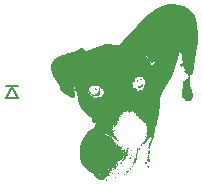
<source format=gbr>
G04 #@! TF.GenerationSoftware,KiCad,Pcbnew,(5.1.4)-1*
G04 #@! TF.CreationDate,2023-05-20T19:36:27-04:00*
G04 #@! TF.ProjectId,Sample,53616d70-6c65-42e6-9b69-6361645f7063,rev?*
G04 #@! TF.SameCoordinates,Original*
G04 #@! TF.FileFunction,Legend,Bot*
G04 #@! TF.FilePolarity,Positive*
%FSLAX46Y46*%
G04 Gerber Fmt 4.6, Leading zero omitted, Abs format (unit mm)*
G04 Created by KiCad (PCBNEW (5.1.4)-1) date 2023-05-20 19:36:27*
%MOMM*%
%LPD*%
G04 APERTURE LIST*
%ADD10C,0.010000*%
%ADD11C,0.150000*%
G04 APERTURE END LIST*
D10*
G36*
X150493354Y-92074059D02*
G01*
X150492679Y-92080757D01*
X150493354Y-92081585D01*
X150496710Y-92080810D01*
X150497117Y-92077822D01*
X150495052Y-92073176D01*
X150493354Y-92074059D01*
X150493354Y-92074059D01*
G37*
X150493354Y-92074059D02*
X150492679Y-92080757D01*
X150493354Y-92081585D01*
X150496710Y-92080810D01*
X150497117Y-92077822D01*
X150495052Y-92073176D01*
X150493354Y-92074059D01*
G36*
X150485828Y-92103222D02*
G01*
X150488650Y-92106044D01*
X150491473Y-92103222D01*
X150488650Y-92100400D01*
X150485828Y-92103222D01*
X150485828Y-92103222D01*
G37*
X150485828Y-92103222D02*
X150488650Y-92106044D01*
X150491473Y-92103222D01*
X150488650Y-92100400D01*
X150485828Y-92103222D01*
G36*
X150506610Y-92103861D02*
G01*
X150513074Y-92111177D01*
X150520680Y-92108633D01*
X150522121Y-92106686D01*
X150520181Y-92101493D01*
X150514409Y-92098858D01*
X150506556Y-92098819D01*
X150506610Y-92103861D01*
X150506610Y-92103861D01*
G37*
X150506610Y-92103861D02*
X150513074Y-92111177D01*
X150520680Y-92108633D01*
X150522121Y-92106686D01*
X150520181Y-92101493D01*
X150514409Y-92098858D01*
X150506556Y-92098819D01*
X150506610Y-92103861D01*
G36*
X150655162Y-92204822D02*
G01*
X150649777Y-92209894D01*
X150649517Y-92210799D01*
X150653884Y-92213224D01*
X150655162Y-92213288D01*
X150660589Y-92208949D01*
X150660806Y-92207311D01*
X150657348Y-92203940D01*
X150655162Y-92204822D01*
X150655162Y-92204822D01*
G37*
X150655162Y-92204822D02*
X150649777Y-92209894D01*
X150649517Y-92210799D01*
X150653884Y-92213224D01*
X150655162Y-92213288D01*
X150660589Y-92208949D01*
X150660806Y-92207311D01*
X150657348Y-92203940D01*
X150655162Y-92204822D01*
G36*
X144451917Y-92684600D02*
G01*
X144454739Y-92687422D01*
X144457562Y-92684600D01*
X144454739Y-92681777D01*
X144451917Y-92684600D01*
X144451917Y-92684600D01*
G37*
X144451917Y-92684600D02*
X144454739Y-92687422D01*
X144457562Y-92684600D01*
X144454739Y-92681777D01*
X144451917Y-92684600D01*
G36*
X144431710Y-92752166D02*
G01*
X144432162Y-92755155D01*
X144436990Y-92760534D01*
X144437806Y-92760800D01*
X144442294Y-92756863D01*
X144443450Y-92755155D01*
X144442110Y-92750373D01*
X144437806Y-92749511D01*
X144431710Y-92752166D01*
X144431710Y-92752166D01*
G37*
X144431710Y-92752166D02*
X144432162Y-92755155D01*
X144436990Y-92760534D01*
X144437806Y-92760800D01*
X144442294Y-92756863D01*
X144443450Y-92755155D01*
X144442110Y-92750373D01*
X144437806Y-92749511D01*
X144431710Y-92752166D01*
G36*
X144497073Y-92763622D02*
G01*
X144499895Y-92766444D01*
X144502717Y-92763622D01*
X144499895Y-92760800D01*
X144497073Y-92763622D01*
X144497073Y-92763622D01*
G37*
X144497073Y-92763622D02*
X144499895Y-92766444D01*
X144502717Y-92763622D01*
X144499895Y-92760800D01*
X144497073Y-92763622D01*
G36*
X144363488Y-92847348D02*
G01*
X144364262Y-92850703D01*
X144367250Y-92851111D01*
X144371897Y-92849045D01*
X144371013Y-92847348D01*
X144364315Y-92846672D01*
X144363488Y-92847348D01*
X144363488Y-92847348D01*
G37*
X144363488Y-92847348D02*
X144364262Y-92850703D01*
X144367250Y-92851111D01*
X144371897Y-92849045D01*
X144371013Y-92847348D01*
X144364315Y-92846672D01*
X144363488Y-92847348D01*
G36*
X144414288Y-92852992D02*
G01*
X144413612Y-92859691D01*
X144414288Y-92860518D01*
X144417643Y-92859743D01*
X144418050Y-92856755D01*
X144415985Y-92852109D01*
X144414288Y-92852992D01*
X144414288Y-92852992D01*
G37*
X144414288Y-92852992D02*
X144413612Y-92859691D01*
X144414288Y-92860518D01*
X144417643Y-92859743D01*
X144418050Y-92856755D01*
X144415985Y-92852109D01*
X144414288Y-92852992D01*
G36*
X144361606Y-92870866D02*
G01*
X144356221Y-92875938D01*
X144355962Y-92876844D01*
X144360329Y-92879268D01*
X144361606Y-92879333D01*
X144367034Y-92874994D01*
X144367250Y-92873355D01*
X144363793Y-92869984D01*
X144361606Y-92870866D01*
X144361606Y-92870866D01*
G37*
X144361606Y-92870866D02*
X144356221Y-92875938D01*
X144355962Y-92876844D01*
X144360329Y-92879268D01*
X144361606Y-92879333D01*
X144367034Y-92874994D01*
X144367250Y-92873355D01*
X144363793Y-92869984D01*
X144361606Y-92870866D01*
G36*
X144395473Y-92910377D02*
G01*
X144398295Y-92913200D01*
X144401117Y-92910377D01*
X144398295Y-92907555D01*
X144395473Y-92910377D01*
X144395473Y-92910377D01*
G37*
X144395473Y-92910377D02*
X144398295Y-92913200D01*
X144401117Y-92910377D01*
X144398295Y-92907555D01*
X144395473Y-92910377D01*
G36*
X150056850Y-91984688D02*
G01*
X150059673Y-91987511D01*
X150062495Y-91984688D01*
X150059673Y-91981866D01*
X150056850Y-91984688D01*
X150056850Y-91984688D01*
G37*
X150056850Y-91984688D02*
X150059673Y-91987511D01*
X150062495Y-91984688D01*
X150059673Y-91981866D01*
X150056850Y-91984688D01*
G36*
X150062495Y-92007266D02*
G01*
X150065317Y-92010088D01*
X150068139Y-92007266D01*
X150065317Y-92004444D01*
X150062495Y-92007266D01*
X150062495Y-92007266D01*
G37*
X150062495Y-92007266D02*
X150065317Y-92010088D01*
X150068139Y-92007266D01*
X150065317Y-92004444D01*
X150062495Y-92007266D01*
G36*
X149931006Y-92014191D02*
G01*
X149929850Y-92015733D01*
X149931130Y-92020565D01*
X149935162Y-92021377D01*
X149942885Y-92018430D01*
X149943962Y-92015733D01*
X149939910Y-92010250D01*
X149938650Y-92010088D01*
X149931006Y-92014191D01*
X149931006Y-92014191D01*
G37*
X149931006Y-92014191D02*
X149929850Y-92015733D01*
X149931130Y-92020565D01*
X149935162Y-92021377D01*
X149942885Y-92018430D01*
X149943962Y-92015733D01*
X149939910Y-92010250D01*
X149938650Y-92010088D01*
X149931006Y-92014191D01*
G36*
X150047853Y-92018469D02*
G01*
X150048384Y-92021377D01*
X150055600Y-92026806D01*
X150057184Y-92027022D01*
X150062343Y-92022716D01*
X150062495Y-92021377D01*
X150057901Y-92016424D01*
X150053695Y-92015733D01*
X150047853Y-92018469D01*
X150047853Y-92018469D01*
G37*
X150047853Y-92018469D02*
X150048384Y-92021377D01*
X150055600Y-92026806D01*
X150057184Y-92027022D01*
X150062343Y-92022716D01*
X150062495Y-92021377D01*
X150057901Y-92016424D01*
X150053695Y-92015733D01*
X150047853Y-92018469D01*
G36*
X150231828Y-92046777D02*
G01*
X150226399Y-92053993D01*
X150226184Y-92055577D01*
X150230489Y-92060736D01*
X150231828Y-92060888D01*
X150236782Y-92056294D01*
X150237473Y-92052089D01*
X150234736Y-92046246D01*
X150231828Y-92046777D01*
X150231828Y-92046777D01*
G37*
X150231828Y-92046777D02*
X150226399Y-92053993D01*
X150226184Y-92055577D01*
X150230489Y-92060736D01*
X150231828Y-92060888D01*
X150236782Y-92056294D01*
X150237473Y-92052089D01*
X150234736Y-92046246D01*
X150231828Y-92046777D01*
G36*
X150200372Y-92057945D02*
G01*
X150193308Y-92064063D01*
X150195317Y-92066149D01*
X150199040Y-92066353D01*
X150209377Y-92063355D01*
X150212305Y-92060513D01*
X150214435Y-92053266D01*
X150209170Y-92052770D01*
X150200372Y-92057945D01*
X150200372Y-92057945D01*
G37*
X150200372Y-92057945D02*
X150193308Y-92064063D01*
X150195317Y-92066149D01*
X150199040Y-92066353D01*
X150209377Y-92063355D01*
X150212305Y-92060513D01*
X150214435Y-92053266D01*
X150209170Y-92052770D01*
X150200372Y-92057945D01*
G36*
X150218156Y-92072078D02*
G01*
X150204348Y-92074229D01*
X150195962Y-92073753D01*
X150195422Y-92073401D01*
X150192550Y-92074618D01*
X150192317Y-92076881D01*
X150196990Y-92082380D01*
X150202665Y-92083466D01*
X150213363Y-92085278D01*
X150216717Y-92087170D01*
X150223789Y-92089163D01*
X150239046Y-92091010D01*
X150259387Y-92092352D01*
X150262479Y-92092480D01*
X150283686Y-92093134D01*
X150295420Y-92092760D01*
X150299483Y-92090895D01*
X150297677Y-92087079D01*
X150294994Y-92084146D01*
X150283984Y-92077319D01*
X150269309Y-92078619D01*
X150253254Y-92079733D01*
X150245476Y-92075342D01*
X150234819Y-92070457D01*
X150218156Y-92072078D01*
X150218156Y-92072078D01*
G37*
X150218156Y-92072078D02*
X150204348Y-92074229D01*
X150195962Y-92073753D01*
X150195422Y-92073401D01*
X150192550Y-92074618D01*
X150192317Y-92076881D01*
X150196990Y-92082380D01*
X150202665Y-92083466D01*
X150213363Y-92085278D01*
X150216717Y-92087170D01*
X150223789Y-92089163D01*
X150239046Y-92091010D01*
X150259387Y-92092352D01*
X150262479Y-92092480D01*
X150283686Y-92093134D01*
X150295420Y-92092760D01*
X150299483Y-92090895D01*
X150297677Y-92087079D01*
X150294994Y-92084146D01*
X150283984Y-92077319D01*
X150269309Y-92078619D01*
X150253254Y-92079733D01*
X150245476Y-92075342D01*
X150234819Y-92070457D01*
X150218156Y-92072078D01*
G36*
X150261932Y-92102281D02*
G01*
X150262707Y-92105637D01*
X150265695Y-92106044D01*
X150270341Y-92103979D01*
X150269458Y-92102281D01*
X150262759Y-92101605D01*
X150261932Y-92102281D01*
X150261932Y-92102281D01*
G37*
X150261932Y-92102281D02*
X150262707Y-92105637D01*
X150265695Y-92106044D01*
X150270341Y-92103979D01*
X150269458Y-92102281D01*
X150262759Y-92101605D01*
X150261932Y-92102281D01*
G36*
X150160332Y-92102281D02*
G01*
X150159656Y-92108980D01*
X150160332Y-92109807D01*
X150163688Y-92109032D01*
X150164095Y-92106044D01*
X150162030Y-92101398D01*
X150160332Y-92102281D01*
X150160332Y-92102281D01*
G37*
X150160332Y-92102281D02*
X150159656Y-92108980D01*
X150160332Y-92109807D01*
X150163688Y-92109032D01*
X150164095Y-92106044D01*
X150162030Y-92101398D01*
X150160332Y-92102281D01*
G36*
X150162936Y-92143408D02*
G01*
X150158450Y-92145555D01*
X150152865Y-92151190D01*
X150153133Y-92153408D01*
X150159609Y-92153346D01*
X150164095Y-92151200D01*
X150169680Y-92145565D01*
X150169412Y-92143347D01*
X150162936Y-92143408D01*
X150162936Y-92143408D01*
G37*
X150162936Y-92143408D02*
X150158450Y-92145555D01*
X150152865Y-92151190D01*
X150153133Y-92153408D01*
X150159609Y-92153346D01*
X150164095Y-92151200D01*
X150169680Y-92145565D01*
X150169412Y-92143347D01*
X150162936Y-92143408D01*
G36*
X150434797Y-92155269D02*
G01*
X150426033Y-92160154D01*
X150426839Y-92166005D01*
X150435966Y-92170571D01*
X150443937Y-92171712D01*
X150453302Y-92171606D01*
X150453794Y-92170091D01*
X150453373Y-92169917D01*
X150446809Y-92162647D01*
X150446317Y-92159724D01*
X150442017Y-92154648D01*
X150434797Y-92155269D01*
X150434797Y-92155269D01*
G37*
X150434797Y-92155269D02*
X150426033Y-92160154D01*
X150426839Y-92166005D01*
X150435966Y-92170571D01*
X150443937Y-92171712D01*
X150453302Y-92171606D01*
X150453794Y-92170091D01*
X150453373Y-92169917D01*
X150446809Y-92162647D01*
X150446317Y-92159724D01*
X150442017Y-92154648D01*
X150434797Y-92155269D01*
G36*
X150440673Y-92182244D02*
G01*
X150435288Y-92187316D01*
X150435028Y-92188222D01*
X150439395Y-92190646D01*
X150440673Y-92190711D01*
X150446100Y-92186371D01*
X150446317Y-92184733D01*
X150442859Y-92181362D01*
X150440673Y-92182244D01*
X150440673Y-92182244D01*
G37*
X150440673Y-92182244D02*
X150435288Y-92187316D01*
X150435028Y-92188222D01*
X150439395Y-92190646D01*
X150440673Y-92190711D01*
X150446100Y-92186371D01*
X150446317Y-92184733D01*
X150442859Y-92181362D01*
X150440673Y-92182244D01*
G36*
X151078495Y-92667666D02*
G01*
X151081317Y-92670488D01*
X151084139Y-92667666D01*
X151081317Y-92664844D01*
X151078495Y-92667666D01*
X151078495Y-92667666D01*
G37*
X151078495Y-92667666D02*
X151081317Y-92670488D01*
X151084139Y-92667666D01*
X151081317Y-92664844D01*
X151078495Y-92667666D01*
G36*
X150784984Y-92695888D02*
G01*
X150787806Y-92698711D01*
X150790628Y-92695888D01*
X150787806Y-92693066D01*
X150784984Y-92695888D01*
X150784984Y-92695888D01*
G37*
X150784984Y-92695888D02*
X150787806Y-92698711D01*
X150790628Y-92695888D01*
X150787806Y-92693066D01*
X150784984Y-92695888D01*
G36*
X150564850Y-92729755D02*
G01*
X150567673Y-92732577D01*
X150570495Y-92729755D01*
X150567673Y-92726933D01*
X150564850Y-92729755D01*
X150564850Y-92729755D01*
G37*
X150564850Y-92729755D02*
X150567673Y-92732577D01*
X150570495Y-92729755D01*
X150567673Y-92726933D01*
X150564850Y-92729755D01*
G36*
X150573168Y-92767534D02*
G01*
X150574862Y-92771733D01*
X150580129Y-92774548D01*
X150586724Y-92776266D01*
X150584018Y-92772131D01*
X150583289Y-92771388D01*
X150575888Y-92766930D01*
X150573168Y-92767534D01*
X150573168Y-92767534D01*
G37*
X150573168Y-92767534D02*
X150574862Y-92771733D01*
X150580129Y-92774548D01*
X150586724Y-92776266D01*
X150584018Y-92772131D01*
X150583289Y-92771388D01*
X150575888Y-92766930D01*
X150573168Y-92767534D01*
G36*
X151686426Y-93696252D02*
G01*
X151685273Y-93697777D01*
X151685531Y-93702987D01*
X151687429Y-93703422D01*
X151695408Y-93699303D01*
X151696562Y-93697777D01*
X151696304Y-93692568D01*
X151694406Y-93692133D01*
X151686426Y-93696252D01*
X151686426Y-93696252D01*
G37*
X151686426Y-93696252D02*
X151685273Y-93697777D01*
X151685531Y-93702987D01*
X151687429Y-93703422D01*
X151695408Y-93699303D01*
X151696562Y-93697777D01*
X151696304Y-93692568D01*
X151694406Y-93692133D01*
X151686426Y-93696252D01*
G36*
X149564625Y-93808519D02*
G01*
X149560139Y-93810666D01*
X149554554Y-93816301D01*
X149554822Y-93818519D01*
X149561298Y-93818457D01*
X149565784Y-93816311D01*
X149571369Y-93810676D01*
X149571101Y-93808458D01*
X149564625Y-93808519D01*
X149564625Y-93808519D01*
G37*
X149564625Y-93808519D02*
X149560139Y-93810666D01*
X149554554Y-93816301D01*
X149554822Y-93818519D01*
X149561298Y-93818457D01*
X149565784Y-93816311D01*
X149571369Y-93810676D01*
X149571101Y-93808458D01*
X149564625Y-93808519D01*
G36*
X149531917Y-93864288D02*
G01*
X149526532Y-93869361D01*
X149526273Y-93870266D01*
X149530640Y-93872690D01*
X149531917Y-93872755D01*
X149537345Y-93868416D01*
X149537562Y-93866777D01*
X149534104Y-93863406D01*
X149531917Y-93864288D01*
X149531917Y-93864288D01*
G37*
X149531917Y-93864288D02*
X149526532Y-93869361D01*
X149526273Y-93870266D01*
X149530640Y-93872690D01*
X149531917Y-93872755D01*
X149537345Y-93868416D01*
X149537562Y-93866777D01*
X149534104Y-93863406D01*
X149531917Y-93864288D01*
G36*
X149607851Y-93860210D02*
G01*
X149597230Y-93863713D01*
X149590855Y-93867651D01*
X149590767Y-93867785D01*
X149590789Y-93872012D01*
X149599891Y-93870484D01*
X149609528Y-93866935D01*
X149619241Y-93862237D01*
X149622228Y-93859609D01*
X149617817Y-93858418D01*
X149607851Y-93860210D01*
X149607851Y-93860210D01*
G37*
X149607851Y-93860210D02*
X149597230Y-93863713D01*
X149590855Y-93867651D01*
X149590767Y-93867785D01*
X149590789Y-93872012D01*
X149599891Y-93870484D01*
X149609528Y-93866935D01*
X149619241Y-93862237D01*
X149622228Y-93859609D01*
X149617817Y-93858418D01*
X149607851Y-93860210D01*
G36*
X149820350Y-93847027D02*
G01*
X149796864Y-93848185D01*
X149772380Y-93850078D01*
X149749449Y-93852548D01*
X149730624Y-93855441D01*
X149719824Y-93858090D01*
X149707969Y-93863722D01*
X149702865Y-93869325D01*
X149702891Y-93869933D01*
X149707581Y-93874194D01*
X149708891Y-93873971D01*
X149718282Y-93873926D01*
X149727713Y-93877542D01*
X149732420Y-93882661D01*
X149732044Y-93884450D01*
X149732893Y-93889353D01*
X149734784Y-93889688D01*
X149740532Y-93885615D01*
X149740762Y-93884078D01*
X149745999Y-93881259D01*
X149760119Y-93879380D01*
X149780733Y-93878751D01*
X149781684Y-93878756D01*
X149805053Y-93878802D01*
X149826498Y-93878641D01*
X149840950Y-93878321D01*
X149854563Y-93876002D01*
X149859246Y-93871321D01*
X149853904Y-93865594D01*
X149852239Y-93864759D01*
X149848088Y-93861052D01*
X149852239Y-93858174D01*
X149858754Y-93851832D01*
X149859295Y-93849529D01*
X149854117Y-93847542D01*
X149840285Y-93846761D01*
X149820350Y-93847027D01*
X149820350Y-93847027D01*
G37*
X149820350Y-93847027D02*
X149796864Y-93848185D01*
X149772380Y-93850078D01*
X149749449Y-93852548D01*
X149730624Y-93855441D01*
X149719824Y-93858090D01*
X149707969Y-93863722D01*
X149702865Y-93869325D01*
X149702891Y-93869933D01*
X149707581Y-93874194D01*
X149708891Y-93873971D01*
X149718282Y-93873926D01*
X149727713Y-93877542D01*
X149732420Y-93882661D01*
X149732044Y-93884450D01*
X149732893Y-93889353D01*
X149734784Y-93889688D01*
X149740532Y-93885615D01*
X149740762Y-93884078D01*
X149745999Y-93881259D01*
X149760119Y-93879380D01*
X149780733Y-93878751D01*
X149781684Y-93878756D01*
X149805053Y-93878802D01*
X149826498Y-93878641D01*
X149840950Y-93878321D01*
X149854563Y-93876002D01*
X149859246Y-93871321D01*
X149853904Y-93865594D01*
X149852239Y-93864759D01*
X149848088Y-93861052D01*
X149852239Y-93858174D01*
X149858754Y-93851832D01*
X149859295Y-93849529D01*
X149854117Y-93847542D01*
X149840285Y-93846761D01*
X149820350Y-93847027D01*
G36*
X149604697Y-93880208D02*
G01*
X149599652Y-93884567D01*
X149599650Y-93884648D01*
X149603756Y-93888422D01*
X149608117Y-93887647D01*
X149615385Y-93887530D01*
X149616584Y-93889866D01*
X149621158Y-93894717D01*
X149625050Y-93895333D01*
X149632534Y-93890815D01*
X149633517Y-93886866D01*
X149628469Y-93880144D01*
X149616584Y-93878400D01*
X149604697Y-93880208D01*
X149604697Y-93880208D01*
G37*
X149604697Y-93880208D02*
X149599652Y-93884567D01*
X149599650Y-93884648D01*
X149603756Y-93888422D01*
X149608117Y-93887647D01*
X149615385Y-93887530D01*
X149616584Y-93889866D01*
X149621158Y-93894717D01*
X149625050Y-93895333D01*
X149632534Y-93890815D01*
X149633517Y-93886866D01*
X149628469Y-93880144D01*
X149616584Y-93878400D01*
X149604697Y-93880208D01*
G36*
X149669587Y-93869584D02*
G01*
X149652856Y-93877132D01*
X149645191Y-93888399D01*
X149644892Y-93891100D01*
X149648037Y-93894979D01*
X149658489Y-93892199D01*
X149666938Y-93888194D01*
X149679270Y-93879836D01*
X149683722Y-93872646D01*
X149679999Y-93868698D01*
X149669587Y-93869584D01*
X149669587Y-93869584D01*
G37*
X149669587Y-93869584D02*
X149652856Y-93877132D01*
X149645191Y-93888399D01*
X149644892Y-93891100D01*
X149648037Y-93894979D01*
X149658489Y-93892199D01*
X149666938Y-93888194D01*
X149679270Y-93879836D01*
X149683722Y-93872646D01*
X149679999Y-93868698D01*
X149669587Y-93869584D01*
G36*
X149943962Y-93903800D02*
G01*
X149946784Y-93906622D01*
X149949606Y-93903800D01*
X149946784Y-93900977D01*
X149943962Y-93903800D01*
X149943962Y-93903800D01*
G37*
X149943962Y-93903800D02*
X149946784Y-93906622D01*
X149949606Y-93903800D01*
X149946784Y-93900977D01*
X149943962Y-93903800D01*
G36*
X149467299Y-93949624D02*
G01*
X149459354Y-93954178D01*
X149460685Y-93957124D01*
X149463851Y-93957422D01*
X149471505Y-93953322D01*
X149472611Y-93951842D01*
X149471702Y-93948634D01*
X149467299Y-93949624D01*
X149467299Y-93949624D01*
G37*
X149467299Y-93949624D02*
X149459354Y-93954178D01*
X149460685Y-93957124D01*
X149463851Y-93957422D01*
X149471505Y-93953322D01*
X149472611Y-93951842D01*
X149471702Y-93948634D01*
X149467299Y-93949624D01*
G36*
X149283726Y-94012517D02*
G01*
X149283562Y-94013866D01*
X149287857Y-94019347D01*
X149289206Y-94019511D01*
X149294686Y-94015215D01*
X149294850Y-94013866D01*
X149290555Y-94008386D01*
X149289206Y-94008222D01*
X149283726Y-94012517D01*
X149283726Y-94012517D01*
G37*
X149283726Y-94012517D02*
X149283562Y-94013866D01*
X149287857Y-94019347D01*
X149289206Y-94019511D01*
X149294686Y-94015215D01*
X149294850Y-94013866D01*
X149290555Y-94008386D01*
X149289206Y-94008222D01*
X149283726Y-94012517D01*
G36*
X149794671Y-94112703D02*
G01*
X149787996Y-94118219D01*
X149787865Y-94118532D01*
X149786069Y-94127042D01*
X149791005Y-94129115D01*
X149804262Y-94125512D01*
X149815391Y-94120106D01*
X149819784Y-94114996D01*
X149815386Y-94110558D01*
X149805408Y-94109972D01*
X149794671Y-94112703D01*
X149794671Y-94112703D01*
G37*
X149794671Y-94112703D02*
X149787996Y-94118219D01*
X149787865Y-94118532D01*
X149786069Y-94127042D01*
X149791005Y-94129115D01*
X149804262Y-94125512D01*
X149815391Y-94120106D01*
X149819784Y-94114996D01*
X149815386Y-94110558D01*
X149805408Y-94109972D01*
X149794671Y-94112703D01*
G36*
X149215218Y-94212686D02*
G01*
X149214982Y-94214244D01*
X149219376Y-94220862D01*
X149221049Y-94221629D01*
X149226196Y-94218904D01*
X149227117Y-94214244D01*
X149224253Y-94207219D01*
X149221049Y-94206859D01*
X149215218Y-94212686D01*
X149215218Y-94212686D01*
G37*
X149215218Y-94212686D02*
X149214982Y-94214244D01*
X149219376Y-94220862D01*
X149221049Y-94221629D01*
X149226196Y-94218904D01*
X149227117Y-94214244D01*
X149224253Y-94207219D01*
X149221049Y-94206859D01*
X149215218Y-94212686D01*
G36*
X149120308Y-94214502D02*
G01*
X149119873Y-94216400D01*
X149123992Y-94224379D01*
X149125517Y-94225533D01*
X149130727Y-94225275D01*
X149131162Y-94223377D01*
X149127043Y-94215397D01*
X149125517Y-94214244D01*
X149120308Y-94214502D01*
X149120308Y-94214502D01*
G37*
X149120308Y-94214502D02*
X149119873Y-94216400D01*
X149123992Y-94224379D01*
X149125517Y-94225533D01*
X149130727Y-94225275D01*
X149131162Y-94223377D01*
X149127043Y-94215397D01*
X149125517Y-94214244D01*
X149120308Y-94214502D01*
G36*
X149244111Y-94215909D02*
G01*
X149242009Y-94219888D01*
X149241605Y-94227171D01*
X149243624Y-94228355D01*
X149249635Y-94223868D01*
X149251736Y-94219888D01*
X149252140Y-94212606D01*
X149250122Y-94211422D01*
X149244111Y-94215909D01*
X149244111Y-94215909D01*
G37*
X149244111Y-94215909D02*
X149242009Y-94219888D01*
X149241605Y-94227171D01*
X149243624Y-94228355D01*
X149249635Y-94223868D01*
X149251736Y-94219888D01*
X149252140Y-94212606D01*
X149250122Y-94211422D01*
X149244111Y-94215909D01*
G36*
X149181962Y-94242466D02*
G01*
X149176532Y-94249682D01*
X149176317Y-94251266D01*
X149180622Y-94256425D01*
X149181962Y-94256577D01*
X149186915Y-94251983D01*
X149187606Y-94247777D01*
X149184870Y-94241935D01*
X149181962Y-94242466D01*
X149181962Y-94242466D01*
G37*
X149181962Y-94242466D02*
X149176532Y-94249682D01*
X149176317Y-94251266D01*
X149180622Y-94256425D01*
X149181962Y-94256577D01*
X149186915Y-94251983D01*
X149187606Y-94247777D01*
X149184870Y-94241935D01*
X149181962Y-94242466D01*
G36*
X149526273Y-94259400D02*
G01*
X149529095Y-94262222D01*
X149531917Y-94259400D01*
X149529095Y-94256577D01*
X149526273Y-94259400D01*
X149526273Y-94259400D01*
G37*
X149526273Y-94259400D02*
X149529095Y-94262222D01*
X149531917Y-94259400D01*
X149529095Y-94256577D01*
X149526273Y-94259400D01*
G36*
X149083345Y-94253154D02*
G01*
X149081770Y-94257988D01*
X149088820Y-94265177D01*
X149099302Y-94266860D01*
X149104626Y-94264298D01*
X149108467Y-94256365D01*
X149102062Y-94251719D01*
X149094002Y-94250933D01*
X149083345Y-94253154D01*
X149083345Y-94253154D01*
G37*
X149083345Y-94253154D02*
X149081770Y-94257988D01*
X149088820Y-94265177D01*
X149099302Y-94266860D01*
X149104626Y-94264298D01*
X149108467Y-94256365D01*
X149102062Y-94251719D01*
X149094002Y-94250933D01*
X149083345Y-94253154D01*
G36*
X149189248Y-94258406D02*
G01*
X149177121Y-94260643D01*
X149168217Y-94264323D01*
X149166466Y-94266375D01*
X149168392Y-94272801D01*
X149177558Y-94274757D01*
X149190586Y-94271618D01*
X149191839Y-94271062D01*
X149201524Y-94265073D01*
X149204539Y-94260931D01*
X149199940Y-94258280D01*
X149189248Y-94258406D01*
X149189248Y-94258406D01*
G37*
X149189248Y-94258406D02*
X149177121Y-94260643D01*
X149168217Y-94264323D01*
X149166466Y-94266375D01*
X149168392Y-94272801D01*
X149177558Y-94274757D01*
X149190586Y-94271618D01*
X149191839Y-94271062D01*
X149201524Y-94265073D01*
X149204539Y-94260931D01*
X149199940Y-94258280D01*
X149189248Y-94258406D01*
G36*
X149087888Y-94292325D02*
G01*
X149088662Y-94295681D01*
X149091650Y-94296088D01*
X149096297Y-94294023D01*
X149095413Y-94292325D01*
X149088715Y-94291650D01*
X149087888Y-94292325D01*
X149087888Y-94292325D01*
G37*
X149087888Y-94292325D02*
X149088662Y-94295681D01*
X149091650Y-94296088D01*
X149096297Y-94294023D01*
X149095413Y-94292325D01*
X149088715Y-94291650D01*
X149087888Y-94292325D01*
G36*
X149232762Y-94298911D02*
G01*
X149235584Y-94301733D01*
X149238406Y-94298911D01*
X149235584Y-94296088D01*
X149232762Y-94298911D01*
X149232762Y-94298911D01*
G37*
X149232762Y-94298911D02*
X149235584Y-94301733D01*
X149238406Y-94298911D01*
X149235584Y-94296088D01*
X149232762Y-94298911D01*
G36*
X149518397Y-94277109D02*
G01*
X149503557Y-94286535D01*
X149495967Y-94299733D01*
X149496617Y-94311611D01*
X149500356Y-94317431D01*
X149507265Y-94317201D01*
X149519664Y-94310469D01*
X149526810Y-94305768D01*
X149540752Y-94294068D01*
X149547555Y-94283532D01*
X149546548Y-94276056D01*
X149538241Y-94273511D01*
X149518397Y-94277109D01*
X149518397Y-94277109D01*
G37*
X149518397Y-94277109D02*
X149503557Y-94286535D01*
X149495967Y-94299733D01*
X149496617Y-94311611D01*
X149500356Y-94317431D01*
X149507265Y-94317201D01*
X149519664Y-94310469D01*
X149526810Y-94305768D01*
X149540752Y-94294068D01*
X149547555Y-94283532D01*
X149546548Y-94276056D01*
X149538241Y-94273511D01*
X149518397Y-94277109D01*
G36*
X149236371Y-94311294D02*
G01*
X149232877Y-94319066D01*
X149236491Y-94324114D01*
X149238073Y-94324311D01*
X149245772Y-94320230D01*
X149246632Y-94319056D01*
X149246362Y-94312356D01*
X149240395Y-94309440D01*
X149236371Y-94311294D01*
X149236371Y-94311294D01*
G37*
X149236371Y-94311294D02*
X149232877Y-94319066D01*
X149236491Y-94324114D01*
X149238073Y-94324311D01*
X149245772Y-94320230D01*
X149246632Y-94319056D01*
X149246362Y-94312356D01*
X149240395Y-94309440D01*
X149236371Y-94311294D01*
G36*
X149029862Y-94266325D02*
G01*
X149027638Y-94270382D01*
X149020024Y-94277062D01*
X149009983Y-94279155D01*
X148999059Y-94281723D01*
X148995695Y-94286681D01*
X148998787Y-94296999D01*
X149006557Y-94298031D01*
X149010451Y-94295553D01*
X149020667Y-94292372D01*
X149028158Y-94298272D01*
X149029562Y-94304888D01*
X149032718Y-94312183D01*
X149035206Y-94313022D01*
X149039875Y-94317722D01*
X149040850Y-94323707D01*
X149044779Y-94334224D01*
X149049317Y-94337641D01*
X149056594Y-94337932D01*
X149057784Y-94335790D01*
X149055931Y-94327178D01*
X149052018Y-94315525D01*
X149049249Y-94299899D01*
X149051948Y-94293497D01*
X149053277Y-94285540D01*
X149045003Y-94274766D01*
X149044324Y-94274122D01*
X149034825Y-94266301D01*
X149029862Y-94266325D01*
X149029862Y-94266325D01*
G37*
X149029862Y-94266325D02*
X149027638Y-94270382D01*
X149020024Y-94277062D01*
X149009983Y-94279155D01*
X148999059Y-94281723D01*
X148995695Y-94286681D01*
X148998787Y-94296999D01*
X149006557Y-94298031D01*
X149010451Y-94295553D01*
X149020667Y-94292372D01*
X149028158Y-94298272D01*
X149029562Y-94304888D01*
X149032718Y-94312183D01*
X149035206Y-94313022D01*
X149039875Y-94317722D01*
X149040850Y-94323707D01*
X149044779Y-94334224D01*
X149049317Y-94337641D01*
X149056594Y-94337932D01*
X149057784Y-94335790D01*
X149055931Y-94327178D01*
X149052018Y-94315525D01*
X149049249Y-94299899D01*
X149051948Y-94293497D01*
X149053277Y-94285540D01*
X149045003Y-94274766D01*
X149044324Y-94274122D01*
X149034825Y-94266301D01*
X149029862Y-94266325D01*
G36*
X149142450Y-94338422D02*
G01*
X149145273Y-94341244D01*
X149148095Y-94338422D01*
X149145273Y-94335600D01*
X149142450Y-94338422D01*
X149142450Y-94338422D01*
G37*
X149142450Y-94338422D02*
X149145273Y-94341244D01*
X149148095Y-94338422D01*
X149145273Y-94335600D01*
X149142450Y-94338422D01*
G36*
X149104821Y-94360059D02*
G01*
X149105596Y-94363414D01*
X149108584Y-94363822D01*
X149113230Y-94361757D01*
X149112347Y-94360059D01*
X149105648Y-94359383D01*
X149104821Y-94360059D01*
X149104821Y-94360059D01*
G37*
X149104821Y-94360059D02*
X149105596Y-94363414D01*
X149108584Y-94363822D01*
X149113230Y-94361757D01*
X149112347Y-94360059D01*
X149105648Y-94359383D01*
X149104821Y-94360059D01*
G36*
X149076599Y-94376992D02*
G01*
X149077373Y-94380348D01*
X149080362Y-94380755D01*
X149085008Y-94378690D01*
X149084125Y-94376992D01*
X149077426Y-94376317D01*
X149076599Y-94376992D01*
X149076599Y-94376992D01*
G37*
X149076599Y-94376992D02*
X149077373Y-94380348D01*
X149080362Y-94380755D01*
X149085008Y-94378690D01*
X149084125Y-94376992D01*
X149077426Y-94376317D01*
X149076599Y-94376992D01*
G36*
X150222421Y-94399570D02*
G01*
X150223196Y-94402925D01*
X150226184Y-94403333D01*
X150230830Y-94401268D01*
X150229947Y-94399570D01*
X150223248Y-94398894D01*
X150222421Y-94399570D01*
X150222421Y-94399570D01*
G37*
X150222421Y-94399570D02*
X150223196Y-94402925D01*
X150226184Y-94403333D01*
X150230830Y-94401268D01*
X150229947Y-94399570D01*
X150223248Y-94398894D01*
X150222421Y-94399570D01*
G36*
X149012628Y-94411017D02*
G01*
X149000362Y-94413676D01*
X148994284Y-94414545D01*
X148990165Y-94418964D01*
X148990050Y-94420266D01*
X148993946Y-94425335D01*
X149003686Y-94423713D01*
X149015450Y-94416559D01*
X149022951Y-94410157D01*
X149020841Y-94409157D01*
X149012628Y-94411017D01*
X149012628Y-94411017D01*
G37*
X149012628Y-94411017D02*
X149000362Y-94413676D01*
X148994284Y-94414545D01*
X148990165Y-94418964D01*
X148990050Y-94420266D01*
X148993946Y-94425335D01*
X149003686Y-94423713D01*
X149015450Y-94416559D01*
X149022951Y-94410157D01*
X149020841Y-94409157D01*
X149012628Y-94411017D01*
G36*
X149064383Y-94423314D02*
G01*
X149063428Y-94425911D01*
X149068000Y-94430918D01*
X149071895Y-94431555D01*
X149079406Y-94428507D01*
X149080362Y-94425911D01*
X149075790Y-94420903D01*
X149071895Y-94420266D01*
X149064383Y-94423314D01*
X149064383Y-94423314D01*
G37*
X149064383Y-94423314D02*
X149063428Y-94425911D01*
X149068000Y-94430918D01*
X149071895Y-94431555D01*
X149079406Y-94428507D01*
X149080362Y-94425911D01*
X149075790Y-94420903D01*
X149071895Y-94420266D01*
X149064383Y-94423314D01*
G36*
X148972115Y-94435951D02*
G01*
X148971701Y-94436358D01*
X148968506Y-94444828D01*
X148970792Y-94448421D01*
X148975545Y-94449107D01*
X148977278Y-94441935D01*
X148976651Y-94433987D01*
X148972115Y-94435951D01*
X148972115Y-94435951D01*
G37*
X148972115Y-94435951D02*
X148971701Y-94436358D01*
X148968506Y-94444828D01*
X148970792Y-94448421D01*
X148975545Y-94449107D01*
X148977278Y-94441935D01*
X148976651Y-94433987D01*
X148972115Y-94435951D01*
G36*
X149026739Y-94548047D02*
G01*
X149019313Y-94552054D01*
X149018273Y-94553515D01*
X149022882Y-94555488D01*
X149026739Y-94555733D01*
X149034252Y-94552779D01*
X149035206Y-94550266D01*
X149031069Y-94547160D01*
X149026739Y-94548047D01*
X149026739Y-94548047D01*
G37*
X149026739Y-94548047D02*
X149019313Y-94552054D01*
X149018273Y-94553515D01*
X149022882Y-94555488D01*
X149026739Y-94555733D01*
X149034252Y-94552779D01*
X149035206Y-94550266D01*
X149031069Y-94547160D01*
X149026739Y-94548047D01*
G36*
X148986288Y-94585837D02*
G01*
X148987062Y-94589192D01*
X148990050Y-94589600D01*
X148994697Y-94587534D01*
X148993813Y-94585837D01*
X148987115Y-94585161D01*
X148986288Y-94585837D01*
X148986288Y-94585837D01*
G37*
X148986288Y-94585837D02*
X148987062Y-94589192D01*
X148990050Y-94589600D01*
X148994697Y-94587534D01*
X148993813Y-94585837D01*
X148987115Y-94585161D01*
X148986288Y-94585837D01*
G36*
X149108748Y-94605184D02*
G01*
X149108584Y-94606533D01*
X149112879Y-94612013D01*
X149114228Y-94612177D01*
X149119709Y-94607882D01*
X149119873Y-94606533D01*
X149115577Y-94601052D01*
X149114228Y-94600888D01*
X149108748Y-94605184D01*
X149108748Y-94605184D01*
G37*
X149108748Y-94605184D02*
X149108584Y-94606533D01*
X149112879Y-94612013D01*
X149114228Y-94612177D01*
X149119709Y-94607882D01*
X149119873Y-94606533D01*
X149115577Y-94601052D01*
X149114228Y-94600888D01*
X149108748Y-94605184D01*
G36*
X149046177Y-94616659D02*
G01*
X149040850Y-94623466D01*
X149037675Y-94632255D01*
X149042001Y-94634752D01*
X149042345Y-94634755D01*
X149052738Y-94631067D01*
X149056655Y-94627982D01*
X149062990Y-94618378D01*
X149059880Y-94612878D01*
X149055160Y-94612177D01*
X149046177Y-94616659D01*
X149046177Y-94616659D01*
G37*
X149046177Y-94616659D02*
X149040850Y-94623466D01*
X149037675Y-94632255D01*
X149042001Y-94634752D01*
X149042345Y-94634755D01*
X149052738Y-94631067D01*
X149056655Y-94627982D01*
X149062990Y-94618378D01*
X149059880Y-94612878D01*
X149055160Y-94612177D01*
X149046177Y-94616659D01*
G36*
X149102939Y-94631933D02*
G01*
X149105762Y-94634755D01*
X149108584Y-94631933D01*
X149105762Y-94629111D01*
X149102939Y-94631933D01*
X149102939Y-94631933D01*
G37*
X149102939Y-94631933D02*
X149105762Y-94634755D01*
X149108584Y-94631933D01*
X149105762Y-94629111D01*
X149102939Y-94631933D01*
G36*
X149083184Y-94644970D02*
G01*
X149069919Y-94650730D01*
X149063428Y-94653302D01*
X149058001Y-94655951D01*
X149063522Y-94656875D01*
X149063761Y-94656887D01*
X149074814Y-94653901D01*
X149083516Y-94648555D01*
X149091033Y-94642322D01*
X149089619Y-94642085D01*
X149083184Y-94644970D01*
X149083184Y-94644970D01*
G37*
X149083184Y-94644970D02*
X149069919Y-94650730D01*
X149063428Y-94653302D01*
X149058001Y-94655951D01*
X149063522Y-94656875D01*
X149063761Y-94656887D01*
X149074814Y-94653901D01*
X149083516Y-94648555D01*
X149091033Y-94642322D01*
X149089619Y-94642085D01*
X149083184Y-94644970D01*
G36*
X149054021Y-94670503D02*
G01*
X149053345Y-94677202D01*
X149054021Y-94678029D01*
X149057376Y-94677254D01*
X149057784Y-94674266D01*
X149055719Y-94669620D01*
X149054021Y-94670503D01*
X149054021Y-94670503D01*
G37*
X149054021Y-94670503D02*
X149053345Y-94677202D01*
X149054021Y-94678029D01*
X149057376Y-94677254D01*
X149057784Y-94674266D01*
X149055719Y-94669620D01*
X149054021Y-94670503D01*
G36*
X149076707Y-94672237D02*
G01*
X149074717Y-94677088D01*
X149075473Y-94684168D01*
X149076128Y-94684786D01*
X149082076Y-94683254D01*
X149090323Y-94681561D01*
X149099037Y-94677373D01*
X149098301Y-94672118D01*
X149089194Y-94668798D01*
X149085673Y-94668622D01*
X149076707Y-94672237D01*
X149076707Y-94672237D01*
G37*
X149076707Y-94672237D02*
X149074717Y-94677088D01*
X149075473Y-94684168D01*
X149076128Y-94684786D01*
X149082076Y-94683254D01*
X149090323Y-94681561D01*
X149099037Y-94677373D01*
X149098301Y-94672118D01*
X149089194Y-94668798D01*
X149085673Y-94668622D01*
X149076707Y-94672237D01*
G36*
X149074717Y-94716600D02*
G01*
X149077539Y-94719422D01*
X149080362Y-94716600D01*
X149077539Y-94713777D01*
X149074717Y-94716600D01*
X149074717Y-94716600D01*
G37*
X149074717Y-94716600D02*
X149077539Y-94719422D01*
X149080362Y-94716600D01*
X149077539Y-94713777D01*
X149074717Y-94716600D01*
G36*
X149105433Y-94752255D02*
G01*
X149090659Y-94755445D01*
X149082405Y-94760071D01*
X149082729Y-94764794D01*
X149084503Y-94765888D01*
X149093041Y-94766736D01*
X149101118Y-94765939D01*
X149113693Y-94761268D01*
X149119187Y-94756937D01*
X149120631Y-94752517D01*
X149113464Y-94751535D01*
X149105433Y-94752255D01*
X149105433Y-94752255D01*
G37*
X149105433Y-94752255D02*
X149090659Y-94755445D01*
X149082405Y-94760071D01*
X149082729Y-94764794D01*
X149084503Y-94765888D01*
X149093041Y-94766736D01*
X149101118Y-94765939D01*
X149113693Y-94761268D01*
X149119187Y-94756937D01*
X149120631Y-94752517D01*
X149113464Y-94751535D01*
X149105433Y-94752255D01*
G36*
X149763339Y-94784333D02*
G01*
X149766162Y-94787155D01*
X149768984Y-94784333D01*
X149766162Y-94781511D01*
X149763339Y-94784333D01*
X149763339Y-94784333D01*
G37*
X149763339Y-94784333D02*
X149766162Y-94787155D01*
X149768984Y-94784333D01*
X149766162Y-94781511D01*
X149763339Y-94784333D01*
G36*
X149977190Y-94554354D02*
G01*
X149966886Y-94564672D01*
X149957546Y-94577328D01*
X149953241Y-94585902D01*
X149945043Y-94596031D01*
X149938679Y-94599158D01*
X149930897Y-94604734D01*
X149930827Y-94609864D01*
X149928898Y-94617955D01*
X149923381Y-94621549D01*
X149912589Y-94627570D01*
X149898529Y-94637890D01*
X149894376Y-94641352D01*
X149881898Y-94651178D01*
X149872656Y-94656811D01*
X149870768Y-94657333D01*
X149865140Y-94661973D01*
X149862269Y-94668142D01*
X149855575Y-94676069D01*
X149841279Y-94686235D01*
X149822825Y-94696320D01*
X149803658Y-94706025D01*
X149787959Y-94714806D01*
X149779113Y-94720769D01*
X149779091Y-94720789D01*
X149764707Y-94731484D01*
X149749253Y-94739410D01*
X149738883Y-94742000D01*
X149728895Y-94744389D01*
X149714759Y-94750219D01*
X149713191Y-94750987D01*
X149698884Y-94756211D01*
X149687791Y-94757070D01*
X149686924Y-94756809D01*
X149679767Y-94756367D01*
X149678673Y-94758216D01*
X149673623Y-94761020D01*
X149660848Y-94762849D01*
X149653255Y-94763174D01*
X149638890Y-94762407D01*
X149631316Y-94760026D01*
X149631010Y-94758423D01*
X149629056Y-94754334D01*
X149622895Y-94753288D01*
X149611732Y-94755693D01*
X149608248Y-94761074D01*
X149614003Y-94766682D01*
X149615047Y-94767112D01*
X149621483Y-94770926D01*
X149617437Y-94775509D01*
X149616426Y-94776170D01*
X149610988Y-94781349D01*
X149615660Y-94786454D01*
X149616584Y-94787069D01*
X149627446Y-94792334D01*
X149631256Y-94789629D01*
X149630193Y-94785061D01*
X149631922Y-94776765D01*
X149635947Y-94773975D01*
X149642773Y-94774142D01*
X149643327Y-94777480D01*
X149647246Y-94781931D01*
X149658816Y-94784478D01*
X149674568Y-94785171D01*
X149691034Y-94784058D01*
X149704745Y-94781188D01*
X149712234Y-94776609D01*
X149712290Y-94776512D01*
X149717365Y-94770934D01*
X149724430Y-94774075D01*
X149726534Y-94775770D01*
X149734732Y-94780678D01*
X149740014Y-94777039D01*
X149740622Y-94776092D01*
X149749087Y-94771244D01*
X149753938Y-94771904D01*
X149762322Y-94772495D01*
X149764386Y-94770651D01*
X149770601Y-94765833D01*
X149780273Y-94762131D01*
X149789081Y-94760233D01*
X149788088Y-94762521D01*
X149785917Y-94764121D01*
X149781503Y-94769019D01*
X149784173Y-94770135D01*
X149793176Y-94766115D01*
X149794384Y-94764577D01*
X149802048Y-94760442D01*
X149813781Y-94758933D01*
X149827404Y-94756290D01*
X149837041Y-94749949D01*
X149839767Y-94742287D01*
X149838079Y-94739170D01*
X149838649Y-94736833D01*
X149843316Y-94737925D01*
X149852145Y-94737270D01*
X149862659Y-94732201D01*
X149871067Y-94725278D01*
X149873579Y-94719061D01*
X149872878Y-94717953D01*
X149874832Y-94714100D01*
X149881447Y-94711090D01*
X149890817Y-94705120D01*
X149893162Y-94699913D01*
X149897702Y-94693931D01*
X149902648Y-94693238D01*
X149911458Y-94688893D01*
X149915596Y-94679940D01*
X149922213Y-94668368D01*
X149930098Y-94663811D01*
X149942679Y-94659524D01*
X149947585Y-94656541D01*
X149953185Y-94649043D01*
X149957139Y-94639204D01*
X149957993Y-94631576D01*
X149956083Y-94629972D01*
X149947013Y-94629679D01*
X149948440Y-94625728D01*
X149954465Y-94621972D01*
X149963021Y-94613949D01*
X149971413Y-94600840D01*
X149977815Y-94586480D01*
X149980402Y-94574703D01*
X149979111Y-94570185D01*
X149979791Y-94564152D01*
X149983360Y-94558691D01*
X149986921Y-94551826D01*
X149985148Y-94550088D01*
X149977190Y-94554354D01*
X149977190Y-94554354D01*
G37*
X149977190Y-94554354D02*
X149966886Y-94564672D01*
X149957546Y-94577328D01*
X149953241Y-94585902D01*
X149945043Y-94596031D01*
X149938679Y-94599158D01*
X149930897Y-94604734D01*
X149930827Y-94609864D01*
X149928898Y-94617955D01*
X149923381Y-94621549D01*
X149912589Y-94627570D01*
X149898529Y-94637890D01*
X149894376Y-94641352D01*
X149881898Y-94651178D01*
X149872656Y-94656811D01*
X149870768Y-94657333D01*
X149865140Y-94661973D01*
X149862269Y-94668142D01*
X149855575Y-94676069D01*
X149841279Y-94686235D01*
X149822825Y-94696320D01*
X149803658Y-94706025D01*
X149787959Y-94714806D01*
X149779113Y-94720769D01*
X149779091Y-94720789D01*
X149764707Y-94731484D01*
X149749253Y-94739410D01*
X149738883Y-94742000D01*
X149728895Y-94744389D01*
X149714759Y-94750219D01*
X149713191Y-94750987D01*
X149698884Y-94756211D01*
X149687791Y-94757070D01*
X149686924Y-94756809D01*
X149679767Y-94756367D01*
X149678673Y-94758216D01*
X149673623Y-94761020D01*
X149660848Y-94762849D01*
X149653255Y-94763174D01*
X149638890Y-94762407D01*
X149631316Y-94760026D01*
X149631010Y-94758423D01*
X149629056Y-94754334D01*
X149622895Y-94753288D01*
X149611732Y-94755693D01*
X149608248Y-94761074D01*
X149614003Y-94766682D01*
X149615047Y-94767112D01*
X149621483Y-94770926D01*
X149617437Y-94775509D01*
X149616426Y-94776170D01*
X149610988Y-94781349D01*
X149615660Y-94786454D01*
X149616584Y-94787069D01*
X149627446Y-94792334D01*
X149631256Y-94789629D01*
X149630193Y-94785061D01*
X149631922Y-94776765D01*
X149635947Y-94773975D01*
X149642773Y-94774142D01*
X149643327Y-94777480D01*
X149647246Y-94781931D01*
X149658816Y-94784478D01*
X149674568Y-94785171D01*
X149691034Y-94784058D01*
X149704745Y-94781188D01*
X149712234Y-94776609D01*
X149712290Y-94776512D01*
X149717365Y-94770934D01*
X149724430Y-94774075D01*
X149726534Y-94775770D01*
X149734732Y-94780678D01*
X149740014Y-94777039D01*
X149740622Y-94776092D01*
X149749087Y-94771244D01*
X149753938Y-94771904D01*
X149762322Y-94772495D01*
X149764386Y-94770651D01*
X149770601Y-94765833D01*
X149780273Y-94762131D01*
X149789081Y-94760233D01*
X149788088Y-94762521D01*
X149785917Y-94764121D01*
X149781503Y-94769019D01*
X149784173Y-94770135D01*
X149793176Y-94766115D01*
X149794384Y-94764577D01*
X149802048Y-94760442D01*
X149813781Y-94758933D01*
X149827404Y-94756290D01*
X149837041Y-94749949D01*
X149839767Y-94742287D01*
X149838079Y-94739170D01*
X149838649Y-94736833D01*
X149843316Y-94737925D01*
X149852145Y-94737270D01*
X149862659Y-94732201D01*
X149871067Y-94725278D01*
X149873579Y-94719061D01*
X149872878Y-94717953D01*
X149874832Y-94714100D01*
X149881447Y-94711090D01*
X149890817Y-94705120D01*
X149893162Y-94699913D01*
X149897702Y-94693931D01*
X149902648Y-94693238D01*
X149911458Y-94688893D01*
X149915596Y-94679940D01*
X149922213Y-94668368D01*
X149930098Y-94663811D01*
X149942679Y-94659524D01*
X149947585Y-94656541D01*
X149953185Y-94649043D01*
X149957139Y-94639204D01*
X149957993Y-94631576D01*
X149956083Y-94629972D01*
X149947013Y-94629679D01*
X149948440Y-94625728D01*
X149954465Y-94621972D01*
X149963021Y-94613949D01*
X149971413Y-94600840D01*
X149977815Y-94586480D01*
X149980402Y-94574703D01*
X149979111Y-94570185D01*
X149979791Y-94564152D01*
X149983360Y-94558691D01*
X149986921Y-94551826D01*
X149985148Y-94550088D01*
X149977190Y-94554354D01*
G36*
X149030517Y-94790203D02*
G01*
X149029562Y-94792800D01*
X149034133Y-94797807D01*
X149038028Y-94798444D01*
X149045540Y-94795396D01*
X149046495Y-94792800D01*
X149041923Y-94787792D01*
X149038028Y-94787155D01*
X149030517Y-94790203D01*
X149030517Y-94790203D01*
G37*
X149030517Y-94790203D02*
X149029562Y-94792800D01*
X149034133Y-94797807D01*
X149038028Y-94798444D01*
X149045540Y-94795396D01*
X149046495Y-94792800D01*
X149041923Y-94787792D01*
X149038028Y-94787155D01*
X149030517Y-94790203D01*
G36*
X149086170Y-94842250D02*
G01*
X149086006Y-94843600D01*
X149090301Y-94849080D01*
X149091650Y-94849244D01*
X149097131Y-94844949D01*
X149097295Y-94843600D01*
X149093000Y-94838119D01*
X149091650Y-94837955D01*
X149086170Y-94842250D01*
X149086170Y-94842250D01*
G37*
X149086170Y-94842250D02*
X149086006Y-94843600D01*
X149090301Y-94849080D01*
X149091650Y-94849244D01*
X149097131Y-94844949D01*
X149097295Y-94843600D01*
X149093000Y-94838119D01*
X149091650Y-94837955D01*
X149086170Y-94842250D01*
G36*
X149116110Y-94851125D02*
G01*
X149116885Y-94854481D01*
X149119873Y-94854888D01*
X149124519Y-94852823D01*
X149123636Y-94851125D01*
X149116937Y-94850450D01*
X149116110Y-94851125D01*
X149116110Y-94851125D01*
G37*
X149116110Y-94851125D02*
X149116885Y-94854481D01*
X149119873Y-94854888D01*
X149124519Y-94852823D01*
X149123636Y-94851125D01*
X149116937Y-94850450D01*
X149116110Y-94851125D01*
G36*
X149074881Y-94870473D02*
G01*
X149074717Y-94871822D01*
X149079012Y-94877302D01*
X149080362Y-94877466D01*
X149085842Y-94873171D01*
X149086006Y-94871822D01*
X149081711Y-94866341D01*
X149080362Y-94866177D01*
X149074881Y-94870473D01*
X149074881Y-94870473D01*
G37*
X149074881Y-94870473D02*
X149074717Y-94871822D01*
X149079012Y-94877302D01*
X149080362Y-94877466D01*
X149085842Y-94873171D01*
X149086006Y-94871822D01*
X149081711Y-94866341D01*
X149080362Y-94866177D01*
X149074881Y-94870473D01*
G36*
X149255339Y-94885933D02*
G01*
X149258162Y-94888755D01*
X149260984Y-94885933D01*
X149258162Y-94883111D01*
X149255339Y-94885933D01*
X149255339Y-94885933D01*
G37*
X149255339Y-94885933D02*
X149258162Y-94888755D01*
X149260984Y-94885933D01*
X149258162Y-94883111D01*
X149255339Y-94885933D01*
G36*
X149268995Y-94894938D02*
G01*
X149275543Y-94906709D01*
X149277274Y-94908975D01*
X149289206Y-94924144D01*
X149289206Y-94909095D01*
X149286252Y-94896634D01*
X149280496Y-94890703D01*
X149270703Y-94889279D01*
X149268995Y-94894938D01*
X149268995Y-94894938D01*
G37*
X149268995Y-94894938D02*
X149275543Y-94906709D01*
X149277274Y-94908975D01*
X149289206Y-94924144D01*
X149289206Y-94909095D01*
X149286252Y-94896634D01*
X149280496Y-94890703D01*
X149270703Y-94889279D01*
X149268995Y-94894938D01*
G36*
X149348021Y-94913988D02*
G01*
X149348473Y-94916977D01*
X149353301Y-94922356D01*
X149354117Y-94922622D01*
X149358605Y-94918685D01*
X149359762Y-94916977D01*
X149358421Y-94912195D01*
X149354117Y-94911333D01*
X149348021Y-94913988D01*
X149348021Y-94913988D01*
G37*
X149348021Y-94913988D02*
X149348473Y-94916977D01*
X149353301Y-94922356D01*
X149354117Y-94922622D01*
X149358605Y-94918685D01*
X149359762Y-94916977D01*
X149358421Y-94912195D01*
X149354117Y-94911333D01*
X149348021Y-94913988D01*
G36*
X149300956Y-94942216D02*
G01*
X149303106Y-94948930D01*
X149313302Y-94957926D01*
X149314312Y-94958599D01*
X149326544Y-94964008D01*
X149331810Y-94961695D01*
X149330696Y-94954480D01*
X149322955Y-94946306D01*
X149312365Y-94940594D01*
X149307550Y-94939735D01*
X149300956Y-94942216D01*
X149300956Y-94942216D01*
G37*
X149300956Y-94942216D02*
X149303106Y-94948930D01*
X149313302Y-94957926D01*
X149314312Y-94958599D01*
X149326544Y-94964008D01*
X149331810Y-94961695D01*
X149330696Y-94954480D01*
X149322955Y-94946306D01*
X149312365Y-94940594D01*
X149307550Y-94939735D01*
X149300956Y-94942216D01*
G36*
X149402259Y-94977717D02*
G01*
X149402095Y-94979066D01*
X149406390Y-94984547D01*
X149407739Y-94984711D01*
X149413220Y-94980415D01*
X149413384Y-94979066D01*
X149409089Y-94973586D01*
X149407739Y-94973422D01*
X149402259Y-94977717D01*
X149402259Y-94977717D01*
G37*
X149402259Y-94977717D02*
X149402095Y-94979066D01*
X149406390Y-94984547D01*
X149407739Y-94984711D01*
X149413220Y-94980415D01*
X149413384Y-94979066D01*
X149409089Y-94973586D01*
X149407739Y-94973422D01*
X149402259Y-94977717D01*
G36*
X149435962Y-95015755D02*
G01*
X149438784Y-95018577D01*
X149441606Y-95015755D01*
X149438784Y-95012933D01*
X149435962Y-95015755D01*
X149435962Y-95015755D01*
G37*
X149435962Y-95015755D02*
X149438784Y-95018577D01*
X149441606Y-95015755D01*
X149438784Y-95012933D01*
X149435962Y-95015755D01*
G36*
X149435962Y-95027044D02*
G01*
X149438784Y-95029866D01*
X149441606Y-95027044D01*
X149438784Y-95024222D01*
X149435962Y-95027044D01*
X149435962Y-95027044D01*
G37*
X149435962Y-95027044D02*
X149438784Y-95029866D01*
X149441606Y-95027044D01*
X149438784Y-95024222D01*
X149435962Y-95027044D01*
G36*
X149307013Y-95021891D02*
G01*
X149309316Y-95028642D01*
X149315887Y-95034043D01*
X149316374Y-95034218D01*
X149320624Y-95032455D01*
X149319650Y-95027516D01*
X149313883Y-95019752D01*
X149310710Y-95018577D01*
X149307013Y-95021891D01*
X149307013Y-95021891D01*
G37*
X149307013Y-95021891D02*
X149309316Y-95028642D01*
X149315887Y-95034043D01*
X149316374Y-95034218D01*
X149320624Y-95032455D01*
X149319650Y-95027516D01*
X149313883Y-95019752D01*
X149310710Y-95018577D01*
X149307013Y-95021891D01*
G36*
X149341725Y-94958651D02*
G01*
X149341527Y-94965855D01*
X149348293Y-94976576D01*
X149355455Y-94987977D01*
X149354550Y-94996320D01*
X149345435Y-95006278D01*
X149333930Y-95016996D01*
X149346846Y-95025326D01*
X149367141Y-95035512D01*
X149382184Y-95036782D01*
X149390806Y-95029866D01*
X149399872Y-95022303D01*
X149408421Y-95022765D01*
X149417292Y-95023318D01*
X149417910Y-95018046D01*
X149410862Y-95010690D01*
X149407277Y-95009826D01*
X149385891Y-95004319D01*
X149371252Y-94990742D01*
X149365855Y-94976652D01*
X149361298Y-94962225D01*
X149353881Y-94956736D01*
X149351039Y-94956488D01*
X149341725Y-94958651D01*
X149341725Y-94958651D01*
G37*
X149341725Y-94958651D02*
X149341527Y-94965855D01*
X149348293Y-94976576D01*
X149355455Y-94987977D01*
X149354550Y-94996320D01*
X149345435Y-95006278D01*
X149333930Y-95016996D01*
X149346846Y-95025326D01*
X149367141Y-95035512D01*
X149382184Y-95036782D01*
X149390806Y-95029866D01*
X149399872Y-95022303D01*
X149408421Y-95022765D01*
X149417292Y-95023318D01*
X149417910Y-95018046D01*
X149410862Y-95010690D01*
X149407277Y-95009826D01*
X149385891Y-95004319D01*
X149371252Y-94990742D01*
X149365855Y-94976652D01*
X149361298Y-94962225D01*
X149353881Y-94956736D01*
X149351039Y-94956488D01*
X149341725Y-94958651D01*
G36*
X149810376Y-95065614D02*
G01*
X149809701Y-95072313D01*
X149810376Y-95073140D01*
X149813732Y-95072365D01*
X149814139Y-95069377D01*
X149812074Y-95064731D01*
X149810376Y-95065614D01*
X149810376Y-95065614D01*
G37*
X149810376Y-95065614D02*
X149809701Y-95072313D01*
X149810376Y-95073140D01*
X149813732Y-95072365D01*
X149814139Y-95069377D01*
X149812074Y-95064731D01*
X149810376Y-95065614D01*
G36*
X149825592Y-95084961D02*
G01*
X149825428Y-95086311D01*
X149829724Y-95091791D01*
X149831073Y-95091955D01*
X149836553Y-95087660D01*
X149836717Y-95086311D01*
X149832422Y-95080830D01*
X149831073Y-95080666D01*
X149825592Y-95084961D01*
X149825592Y-95084961D01*
G37*
X149825592Y-95084961D02*
X149825428Y-95086311D01*
X149829724Y-95091791D01*
X149831073Y-95091955D01*
X149836553Y-95087660D01*
X149836717Y-95086311D01*
X149832422Y-95080830D01*
X149831073Y-95080666D01*
X149825592Y-95084961D01*
G36*
X149848170Y-95090606D02*
G01*
X149848006Y-95091955D01*
X149852301Y-95097435D01*
X149853650Y-95097600D01*
X149859131Y-95093304D01*
X149859295Y-95091955D01*
X149855000Y-95086475D01*
X149853650Y-95086311D01*
X149848170Y-95090606D01*
X149848170Y-95090606D01*
G37*
X149848170Y-95090606D02*
X149848006Y-95091955D01*
X149852301Y-95097435D01*
X149853650Y-95097600D01*
X149859131Y-95093304D01*
X149859295Y-95091955D01*
X149855000Y-95086475D01*
X149853650Y-95086311D01*
X149848170Y-95090606D01*
G36*
X149687356Y-95105541D02*
G01*
X149688591Y-95113422D01*
X149691465Y-95116843D01*
X149699900Y-95124269D01*
X149706001Y-95123877D01*
X149714638Y-95115333D01*
X149714725Y-95115236D01*
X149720847Y-95107263D01*
X149717816Y-95103680D01*
X149710320Y-95101978D01*
X149695120Y-95101315D01*
X149687356Y-95105541D01*
X149687356Y-95105541D01*
G37*
X149687356Y-95105541D02*
X149688591Y-95113422D01*
X149691465Y-95116843D01*
X149699900Y-95124269D01*
X149706001Y-95123877D01*
X149714638Y-95115333D01*
X149714725Y-95115236D01*
X149720847Y-95107263D01*
X149717816Y-95103680D01*
X149710320Y-95101978D01*
X149695120Y-95101315D01*
X149687356Y-95105541D01*
G36*
X149729637Y-95152695D02*
G01*
X149729473Y-95154044D01*
X149733768Y-95159524D01*
X149735117Y-95159688D01*
X149740598Y-95155393D01*
X149740762Y-95154044D01*
X149736466Y-95148564D01*
X149735117Y-95148400D01*
X149729637Y-95152695D01*
X149729637Y-95152695D01*
G37*
X149729637Y-95152695D02*
X149729473Y-95154044D01*
X149733768Y-95159524D01*
X149735117Y-95159688D01*
X149740598Y-95155393D01*
X149740762Y-95154044D01*
X149736466Y-95148564D01*
X149735117Y-95148400D01*
X149729637Y-95152695D01*
G36*
X149604092Y-95126465D02*
G01*
X149596660Y-95132199D01*
X149599405Y-95136955D01*
X149599710Y-95137148D01*
X149604321Y-95145464D01*
X149603631Y-95150239D01*
X149604096Y-95159230D01*
X149609658Y-95166526D01*
X149616745Y-95168212D01*
X149618813Y-95166867D01*
X149620518Y-95167627D01*
X149619100Y-95172560D01*
X149618962Y-95180617D01*
X149624447Y-95182266D01*
X149632006Y-95177576D01*
X149633517Y-95171310D01*
X149631135Y-95160648D01*
X149628307Y-95157135D01*
X149623481Y-95149780D01*
X149619400Y-95137083D01*
X149615892Y-95125812D01*
X149610597Y-95123645D01*
X149604092Y-95126465D01*
X149604092Y-95126465D01*
G37*
X149604092Y-95126465D02*
X149596660Y-95132199D01*
X149599405Y-95136955D01*
X149599710Y-95137148D01*
X149604321Y-95145464D01*
X149603631Y-95150239D01*
X149604096Y-95159230D01*
X149609658Y-95166526D01*
X149616745Y-95168212D01*
X149618813Y-95166867D01*
X149620518Y-95167627D01*
X149619100Y-95172560D01*
X149618962Y-95180617D01*
X149624447Y-95182266D01*
X149632006Y-95177576D01*
X149633517Y-95171310D01*
X149631135Y-95160648D01*
X149628307Y-95157135D01*
X149623481Y-95149780D01*
X149619400Y-95137083D01*
X149615892Y-95125812D01*
X149610597Y-95123645D01*
X149604092Y-95126465D01*
G36*
X149537562Y-95185088D02*
G01*
X149540384Y-95187911D01*
X149543206Y-95185088D01*
X149540384Y-95182266D01*
X149537562Y-95185088D01*
X149537562Y-95185088D01*
G37*
X149537562Y-95185088D02*
X149540384Y-95187911D01*
X149543206Y-95185088D01*
X149540384Y-95182266D01*
X149537562Y-95185088D01*
G36*
X149512727Y-95169820D02*
G01*
X149498613Y-95174570D01*
X149485270Y-95183828D01*
X149476708Y-95194431D01*
X149475473Y-95199200D01*
X149479604Y-95204130D01*
X149488571Y-95204328D01*
X149497237Y-95200349D01*
X149500027Y-95196545D01*
X149507479Y-95189015D01*
X149517810Y-95184583D01*
X149528403Y-95179359D01*
X149529219Y-95173498D01*
X149521228Y-95169819D01*
X149512727Y-95169820D01*
X149512727Y-95169820D01*
G37*
X149512727Y-95169820D02*
X149498613Y-95174570D01*
X149485270Y-95183828D01*
X149476708Y-95194431D01*
X149475473Y-95199200D01*
X149479604Y-95204130D01*
X149488571Y-95204328D01*
X149497237Y-95200349D01*
X149500027Y-95196545D01*
X149507479Y-95189015D01*
X149517810Y-95184583D01*
X149528403Y-95179359D01*
X149529219Y-95173498D01*
X149521228Y-95169819D01*
X149512727Y-95169820D01*
G36*
X143530744Y-95243226D02*
G01*
X143527965Y-95248281D01*
X143534800Y-95249958D01*
X143537517Y-95250000D01*
X143546489Y-95248861D01*
X143545587Y-95244605D01*
X143544290Y-95243226D01*
X143536610Y-95239359D01*
X143530744Y-95243226D01*
X143530744Y-95243226D01*
G37*
X143530744Y-95243226D02*
X143527965Y-95248281D01*
X143534800Y-95249958D01*
X143537517Y-95250000D01*
X143546489Y-95248861D01*
X143545587Y-95244605D01*
X143544290Y-95243226D01*
X143536610Y-95239359D01*
X143530744Y-95243226D01*
G36*
X145929095Y-94559836D02*
G01*
X145927939Y-94561377D01*
X145929219Y-94566209D01*
X145933251Y-94567022D01*
X145940974Y-94564075D01*
X145942050Y-94561377D01*
X145937999Y-94555894D01*
X145936739Y-94555733D01*
X145929095Y-94559836D01*
X145929095Y-94559836D01*
G37*
X145929095Y-94559836D02*
X145927939Y-94561377D01*
X145929219Y-94566209D01*
X145933251Y-94567022D01*
X145940974Y-94564075D01*
X145942050Y-94561377D01*
X145937999Y-94555894D01*
X145936739Y-94555733D01*
X145929095Y-94559836D01*
G36*
X145953339Y-94564200D02*
G01*
X145956162Y-94567022D01*
X145958984Y-94564200D01*
X145956162Y-94561377D01*
X145953339Y-94564200D01*
X145953339Y-94564200D01*
G37*
X145953339Y-94564200D02*
X145956162Y-94567022D01*
X145958984Y-94564200D01*
X145956162Y-94561377D01*
X145953339Y-94564200D01*
G36*
X145982686Y-94567901D02*
G01*
X145990440Y-94575367D01*
X145997340Y-94581273D01*
X145994940Y-94583417D01*
X145985795Y-94583776D01*
X145973233Y-94585703D01*
X145971466Y-94590865D01*
X145980575Y-94598949D01*
X145981781Y-94599715D01*
X145989529Y-94606859D01*
X145990393Y-94611587D01*
X145993844Y-94614620D01*
X146005758Y-94617659D01*
X146019278Y-94619553D01*
X146037222Y-94622159D01*
X146050186Y-94625445D01*
X146054410Y-94627777D01*
X146061826Y-94630419D01*
X146070795Y-94629505D01*
X146080859Y-94624616D01*
X146082615Y-94619161D01*
X146075935Y-94616457D01*
X146071274Y-94616823D01*
X146062531Y-94615573D01*
X146061622Y-94611148D01*
X146059106Y-94602057D01*
X146057938Y-94600552D01*
X146036086Y-94600552D01*
X146031640Y-94599653D01*
X146020928Y-94600185D01*
X146012949Y-94604158D01*
X146002461Y-94608962D01*
X145996144Y-94607279D01*
X145996862Y-94600455D01*
X145998912Y-94597564D01*
X146009556Y-94591223D01*
X146023110Y-94589999D01*
X146033986Y-94594098D01*
X146035777Y-94596203D01*
X146036086Y-94600552D01*
X146057938Y-94600552D01*
X146050772Y-94591321D01*
X146040283Y-94582633D01*
X146031303Y-94579689D01*
X146030598Y-94579863D01*
X146021686Y-94578769D01*
X146008129Y-94573206D01*
X146004886Y-94571473D01*
X145991177Y-94565232D01*
X145983229Y-94564189D01*
X145982686Y-94567901D01*
X145982686Y-94567901D01*
G37*
X145982686Y-94567901D02*
X145990440Y-94575367D01*
X145997340Y-94581273D01*
X145994940Y-94583417D01*
X145985795Y-94583776D01*
X145973233Y-94585703D01*
X145971466Y-94590865D01*
X145980575Y-94598949D01*
X145981781Y-94599715D01*
X145989529Y-94606859D01*
X145990393Y-94611587D01*
X145993844Y-94614620D01*
X146005758Y-94617659D01*
X146019278Y-94619553D01*
X146037222Y-94622159D01*
X146050186Y-94625445D01*
X146054410Y-94627777D01*
X146061826Y-94630419D01*
X146070795Y-94629505D01*
X146080859Y-94624616D01*
X146082615Y-94619161D01*
X146075935Y-94616457D01*
X146071274Y-94616823D01*
X146062531Y-94615573D01*
X146061622Y-94611148D01*
X146059106Y-94602057D01*
X146057938Y-94600552D01*
X146036086Y-94600552D01*
X146031640Y-94599653D01*
X146020928Y-94600185D01*
X146012949Y-94604158D01*
X146002461Y-94608962D01*
X145996144Y-94607279D01*
X145996862Y-94600455D01*
X145998912Y-94597564D01*
X146009556Y-94591223D01*
X146023110Y-94589999D01*
X146033986Y-94594098D01*
X146035777Y-94596203D01*
X146036086Y-94600552D01*
X146057938Y-94600552D01*
X146050772Y-94591321D01*
X146040283Y-94582633D01*
X146031303Y-94579689D01*
X146030598Y-94579863D01*
X146021686Y-94578769D01*
X146008129Y-94573206D01*
X146004886Y-94571473D01*
X145991177Y-94565232D01*
X145983229Y-94564189D01*
X145982686Y-94567901D01*
G36*
X145796167Y-94631394D02*
G01*
X145790107Y-94637077D01*
X145791351Y-94640345D01*
X145792140Y-94640400D01*
X145796914Y-94636390D01*
X145798656Y-94633883D01*
X145799321Y-94630020D01*
X145796167Y-94631394D01*
X145796167Y-94631394D01*
G37*
X145796167Y-94631394D02*
X145790107Y-94637077D01*
X145791351Y-94640345D01*
X145792140Y-94640400D01*
X145796914Y-94636390D01*
X145798656Y-94633883D01*
X145799321Y-94630020D01*
X145796167Y-94631394D01*
G36*
X146078458Y-94639281D02*
G01*
X146077517Y-94643222D01*
X146081726Y-94650322D01*
X146090627Y-94651306D01*
X146096179Y-94648079D01*
X146097491Y-94641172D01*
X146091033Y-94635693D01*
X146085651Y-94634755D01*
X146078458Y-94639281D01*
X146078458Y-94639281D01*
G37*
X146078458Y-94639281D02*
X146077517Y-94643222D01*
X146081726Y-94650322D01*
X146090627Y-94651306D01*
X146096179Y-94648079D01*
X146097491Y-94641172D01*
X146091033Y-94635693D01*
X146085651Y-94634755D01*
X146078458Y-94639281D01*
G36*
X146401036Y-94794284D02*
G01*
X146404223Y-94800446D01*
X146404895Y-94801266D01*
X146411658Y-94808281D01*
X146414053Y-94809733D01*
X146415948Y-94805123D01*
X146416184Y-94801266D01*
X146411613Y-94793946D01*
X146407026Y-94792800D01*
X146401036Y-94794284D01*
X146401036Y-94794284D01*
G37*
X146401036Y-94794284D02*
X146404223Y-94800446D01*
X146404895Y-94801266D01*
X146411658Y-94808281D01*
X146414053Y-94809733D01*
X146415948Y-94805123D01*
X146416184Y-94801266D01*
X146411613Y-94793946D01*
X146407026Y-94792800D01*
X146401036Y-94794284D01*
G36*
X146450050Y-94857711D02*
G01*
X146452873Y-94860533D01*
X146455695Y-94857711D01*
X146452873Y-94854888D01*
X146450050Y-94857711D01*
X146450050Y-94857711D01*
G37*
X146450050Y-94857711D02*
X146452873Y-94860533D01*
X146455695Y-94857711D01*
X146452873Y-94854888D01*
X146450050Y-94857711D01*
G36*
X146579409Y-94843494D02*
G01*
X146573976Y-94849328D01*
X146565837Y-94863534D01*
X146567500Y-94872571D01*
X146576546Y-94876554D01*
X146584095Y-94875003D01*
X146584686Y-94868087D01*
X146585569Y-94855275D01*
X146587634Y-94850280D01*
X146590701Y-94841643D01*
X146587040Y-94839318D01*
X146579409Y-94843494D01*
X146579409Y-94843494D01*
G37*
X146579409Y-94843494D02*
X146573976Y-94849328D01*
X146565837Y-94863534D01*
X146567500Y-94872571D01*
X146576546Y-94876554D01*
X146584095Y-94875003D01*
X146584686Y-94868087D01*
X146585569Y-94855275D01*
X146587634Y-94850280D01*
X146590701Y-94841643D01*
X146587040Y-94839318D01*
X146579409Y-94843494D01*
G36*
X146546767Y-94895911D02*
G01*
X146547456Y-94903835D01*
X146549789Y-94911081D01*
X146552644Y-94907746D01*
X146554297Y-94904034D01*
X146556381Y-94894082D01*
X146555170Y-94890393D01*
X146549589Y-94889139D01*
X146546767Y-94895911D01*
X146546767Y-94895911D01*
G37*
X146546767Y-94895911D02*
X146547456Y-94903835D01*
X146549789Y-94911081D01*
X146552644Y-94907746D01*
X146554297Y-94904034D01*
X146556381Y-94894082D01*
X146555170Y-94890393D01*
X146549589Y-94889139D01*
X146546767Y-94895911D01*
G36*
X145977799Y-94930148D02*
G01*
X145978573Y-94933503D01*
X145981562Y-94933911D01*
X145986208Y-94931845D01*
X145985325Y-94930148D01*
X145978626Y-94929472D01*
X145977799Y-94930148D01*
X145977799Y-94930148D01*
G37*
X145977799Y-94930148D02*
X145978573Y-94933503D01*
X145981562Y-94933911D01*
X145986208Y-94931845D01*
X145985325Y-94930148D01*
X145978626Y-94929472D01*
X145977799Y-94930148D01*
G36*
X146263948Y-94926917D02*
G01*
X146263784Y-94928266D01*
X146268079Y-94933747D01*
X146269428Y-94933911D01*
X146274909Y-94929615D01*
X146275073Y-94928266D01*
X146270777Y-94922786D01*
X146269428Y-94922622D01*
X146263948Y-94926917D01*
X146263948Y-94926917D01*
G37*
X146263948Y-94926917D02*
X146263784Y-94928266D01*
X146268079Y-94933747D01*
X146269428Y-94933911D01*
X146274909Y-94929615D01*
X146275073Y-94928266D01*
X146270777Y-94922786D01*
X146269428Y-94922622D01*
X146263948Y-94926917D01*
G36*
X146628780Y-94870060D02*
G01*
X146617319Y-94879980D01*
X146603629Y-94893345D01*
X146590232Y-94907562D01*
X146579652Y-94920038D01*
X146574414Y-94928182D01*
X146574228Y-94929107D01*
X146577840Y-94933667D01*
X146587308Y-94930423D01*
X146592460Y-94926855D01*
X146601677Y-94917967D01*
X146612482Y-94905140D01*
X146623038Y-94890966D01*
X146631505Y-94878038D01*
X146636047Y-94868949D01*
X146635487Y-94866177D01*
X146628780Y-94870060D01*
X146628780Y-94870060D01*
G37*
X146628780Y-94870060D02*
X146617319Y-94879980D01*
X146603629Y-94893345D01*
X146590232Y-94907562D01*
X146579652Y-94920038D01*
X146574414Y-94928182D01*
X146574228Y-94929107D01*
X146577840Y-94933667D01*
X146587308Y-94930423D01*
X146592460Y-94926855D01*
X146601677Y-94917967D01*
X146612482Y-94905140D01*
X146623038Y-94890966D01*
X146631505Y-94878038D01*
X146636047Y-94868949D01*
X146635487Y-94866177D01*
X146628780Y-94870060D01*
G36*
X146015428Y-94948022D02*
G01*
X146018250Y-94950844D01*
X146021073Y-94948022D01*
X146018250Y-94945200D01*
X146015428Y-94948022D01*
X146015428Y-94948022D01*
G37*
X146015428Y-94948022D02*
X146018250Y-94950844D01*
X146021073Y-94948022D01*
X146018250Y-94945200D01*
X146015428Y-94948022D01*
G36*
X145349548Y-94989006D02*
G01*
X145349384Y-94990355D01*
X145353679Y-94995835D01*
X145355028Y-94996000D01*
X145360509Y-94991704D01*
X145360673Y-94990355D01*
X145356377Y-94984875D01*
X145355028Y-94984711D01*
X145349548Y-94989006D01*
X145349548Y-94989006D01*
G37*
X145349548Y-94989006D02*
X145349384Y-94990355D01*
X145353679Y-94995835D01*
X145355028Y-94996000D01*
X145360509Y-94991704D01*
X145360673Y-94990355D01*
X145356377Y-94984875D01*
X145355028Y-94984711D01*
X145349548Y-94989006D01*
G36*
X145971977Y-94943170D02*
G01*
X145967941Y-94945709D01*
X145968209Y-94946426D01*
X145966029Y-94952068D01*
X145959203Y-94957662D01*
X145949702Y-94969213D01*
X145948486Y-94983784D01*
X145954468Y-94994871D01*
X145964256Y-95000652D01*
X145977413Y-94999061D01*
X145981562Y-94997640D01*
X145996535Y-94988446D01*
X146006497Y-94975434D01*
X146010178Y-94961640D01*
X146006306Y-94950104D01*
X146002728Y-94947030D01*
X145993672Y-94943906D01*
X145981988Y-94942594D01*
X145971977Y-94943170D01*
X145971977Y-94943170D01*
G37*
X145971977Y-94943170D02*
X145967941Y-94945709D01*
X145968209Y-94946426D01*
X145966029Y-94952068D01*
X145959203Y-94957662D01*
X145949702Y-94969213D01*
X145948486Y-94983784D01*
X145954468Y-94994871D01*
X145964256Y-95000652D01*
X145977413Y-94999061D01*
X145981562Y-94997640D01*
X145996535Y-94988446D01*
X146006497Y-94975434D01*
X146010178Y-94961640D01*
X146006306Y-94950104D01*
X146002728Y-94947030D01*
X145993672Y-94943906D01*
X145981988Y-94942594D01*
X145971977Y-94943170D01*
G36*
X146610948Y-95035476D02*
G01*
X146604297Y-95043639D01*
X146605429Y-95046501D01*
X146610219Y-95046800D01*
X146620274Y-95042296D01*
X146623081Y-95038089D01*
X146624762Y-95028551D01*
X146620210Y-95027615D01*
X146610948Y-95035476D01*
X146610948Y-95035476D01*
G37*
X146610948Y-95035476D02*
X146604297Y-95043639D01*
X146605429Y-95046501D01*
X146610219Y-95046800D01*
X146620274Y-95042296D01*
X146623081Y-95038089D01*
X146624762Y-95028551D01*
X146620210Y-95027615D01*
X146610948Y-95035476D01*
G36*
X146689769Y-95039806D02*
G01*
X146679274Y-95042556D01*
X146675828Y-95044635D01*
X146680265Y-95046836D01*
X146689729Y-95046355D01*
X146698451Y-95043811D01*
X146700724Y-95041970D01*
X146698410Y-95039284D01*
X146689769Y-95039806D01*
X146689769Y-95039806D01*
G37*
X146689769Y-95039806D02*
X146679274Y-95042556D01*
X146675828Y-95044635D01*
X146680265Y-95046836D01*
X146689729Y-95046355D01*
X146698451Y-95043811D01*
X146700724Y-95041970D01*
X146698410Y-95039284D01*
X146689769Y-95039806D01*
G36*
X146696995Y-95076928D02*
G01*
X146696286Y-95078988D01*
X146704050Y-95079775D01*
X146712064Y-95078888D01*
X146711106Y-95076928D01*
X146699550Y-95076182D01*
X146696995Y-95076928D01*
X146696995Y-95076928D01*
G37*
X146696995Y-95076928D02*
X146696286Y-95078988D01*
X146704050Y-95079775D01*
X146712064Y-95078888D01*
X146711106Y-95076928D01*
X146699550Y-95076182D01*
X146696995Y-95076928D01*
G36*
X146752028Y-95074138D02*
G01*
X146733989Y-95077234D01*
X146726788Y-95082827D01*
X146726628Y-95084057D01*
X146731028Y-95090088D01*
X146740575Y-95091817D01*
X146749793Y-95088759D01*
X146752028Y-95086311D01*
X146759990Y-95081569D01*
X146766473Y-95080666D01*
X146775470Y-95078823D01*
X146777428Y-95076392D01*
X146772410Y-95074248D01*
X146759705Y-95073728D01*
X146752028Y-95074138D01*
X146752028Y-95074138D01*
G37*
X146752028Y-95074138D02*
X146733989Y-95077234D01*
X146726788Y-95082827D01*
X146726628Y-95084057D01*
X146731028Y-95090088D01*
X146740575Y-95091817D01*
X146749793Y-95088759D01*
X146752028Y-95086311D01*
X146759990Y-95081569D01*
X146766473Y-95080666D01*
X146775470Y-95078823D01*
X146777428Y-95076392D01*
X146772410Y-95074248D01*
X146759705Y-95073728D01*
X146752028Y-95074138D01*
G36*
X146668077Y-95078350D02*
G01*
X146660166Y-95084174D01*
X146658895Y-95087518D01*
X146663077Y-95090642D01*
X146668077Y-95089639D01*
X146679977Y-95089835D01*
X146685010Y-95092549D01*
X146691527Y-95095591D01*
X146692762Y-95093337D01*
X146688022Y-95083887D01*
X146677414Y-95078074D01*
X146668077Y-95078350D01*
X146668077Y-95078350D01*
G37*
X146668077Y-95078350D02*
X146660166Y-95084174D01*
X146658895Y-95087518D01*
X146663077Y-95090642D01*
X146668077Y-95089639D01*
X146679977Y-95089835D01*
X146685010Y-95092549D01*
X146691527Y-95095591D01*
X146692762Y-95093337D01*
X146688022Y-95083887D01*
X146677414Y-95078074D01*
X146668077Y-95078350D01*
G36*
X146765619Y-95121395D02*
G01*
X146747205Y-95124706D01*
X146739292Y-95130285D01*
X146740349Y-95136480D01*
X146748045Y-95140058D01*
X146763538Y-95142197D01*
X146783434Y-95142941D01*
X146804340Y-95142335D01*
X146822863Y-95140423D01*
X146835609Y-95137252D01*
X146838777Y-95135180D01*
X146842545Y-95128326D01*
X146839415Y-95123853D01*
X146828124Y-95121331D01*
X146807407Y-95120332D01*
X146794832Y-95120264D01*
X146765619Y-95121395D01*
X146765619Y-95121395D01*
G37*
X146765619Y-95121395D02*
X146747205Y-95124706D01*
X146739292Y-95130285D01*
X146740349Y-95136480D01*
X146748045Y-95140058D01*
X146763538Y-95142197D01*
X146783434Y-95142941D01*
X146804340Y-95142335D01*
X146822863Y-95140423D01*
X146835609Y-95137252D01*
X146838777Y-95135180D01*
X146842545Y-95128326D01*
X146839415Y-95123853D01*
X146828124Y-95121331D01*
X146807407Y-95120332D01*
X146794832Y-95120264D01*
X146765619Y-95121395D01*
G36*
X145479114Y-95200054D02*
G01*
X145470592Y-95208327D01*
X145461910Y-95217979D01*
X145458595Y-95226631D01*
X145459745Y-95238819D01*
X145462300Y-95250115D01*
X145468291Y-95268558D01*
X145475898Y-95278131D01*
X145481049Y-95280422D01*
X145499281Y-95283833D01*
X145509318Y-95281353D01*
X145512864Y-95272577D01*
X145501784Y-95272577D01*
X145499719Y-95277223D01*
X145498021Y-95276340D01*
X145497345Y-95269642D01*
X145498021Y-95268814D01*
X145501376Y-95269589D01*
X145501784Y-95272577D01*
X145512864Y-95272577D01*
X145512954Y-95272355D01*
X145513073Y-95269234D01*
X145509584Y-95254247D01*
X145501784Y-95240251D01*
X145493595Y-95224773D01*
X145490495Y-95209727D01*
X145489870Y-95197885D01*
X145486715Y-95194705D01*
X145479114Y-95200054D01*
X145479114Y-95200054D01*
G37*
X145479114Y-95200054D02*
X145470592Y-95208327D01*
X145461910Y-95217979D01*
X145458595Y-95226631D01*
X145459745Y-95238819D01*
X145462300Y-95250115D01*
X145468291Y-95268558D01*
X145475898Y-95278131D01*
X145481049Y-95280422D01*
X145499281Y-95283833D01*
X145509318Y-95281353D01*
X145512864Y-95272577D01*
X145501784Y-95272577D01*
X145499719Y-95277223D01*
X145498021Y-95276340D01*
X145497345Y-95269642D01*
X145498021Y-95268814D01*
X145501376Y-95269589D01*
X145501784Y-95272577D01*
X145512864Y-95272577D01*
X145512954Y-95272355D01*
X145513073Y-95269234D01*
X145509584Y-95254247D01*
X145501784Y-95240251D01*
X145493595Y-95224773D01*
X145490495Y-95209727D01*
X145489870Y-95197885D01*
X145486715Y-95194705D01*
X145479114Y-95200054D01*
G36*
X145498021Y-95302681D02*
G01*
X145497345Y-95309380D01*
X145498021Y-95310207D01*
X145501376Y-95309432D01*
X145501784Y-95306444D01*
X145499719Y-95301798D01*
X145498021Y-95302681D01*
X145498021Y-95302681D01*
G37*
X145498021Y-95302681D02*
X145497345Y-95309380D01*
X145498021Y-95310207D01*
X145501376Y-95309432D01*
X145501784Y-95306444D01*
X145499719Y-95301798D01*
X145498021Y-95302681D01*
G36*
X146704050Y-95314911D02*
G01*
X146706873Y-95317733D01*
X146709695Y-95314911D01*
X146706873Y-95312088D01*
X146704050Y-95314911D01*
X146704050Y-95314911D01*
G37*
X146704050Y-95314911D02*
X146706873Y-95317733D01*
X146709695Y-95314911D01*
X146706873Y-95312088D01*
X146704050Y-95314911D01*
G36*
X145561464Y-95309515D02*
G01*
X145549910Y-95317899D01*
X145547899Y-95322163D01*
X145554948Y-95323377D01*
X145555207Y-95323377D01*
X145564110Y-95318889D01*
X145569732Y-95311688D01*
X145573461Y-95303970D01*
X145571238Y-95303425D01*
X145561464Y-95309515D01*
X145561464Y-95309515D01*
G37*
X145561464Y-95309515D02*
X145549910Y-95317899D01*
X145547899Y-95322163D01*
X145554948Y-95323377D01*
X145555207Y-95323377D01*
X145564110Y-95318889D01*
X145569732Y-95311688D01*
X145573461Y-95303970D01*
X145571238Y-95303425D01*
X145561464Y-95309515D01*
G36*
X146700288Y-95370414D02*
G01*
X146701062Y-95373770D01*
X146704050Y-95374177D01*
X146708697Y-95372112D01*
X146707813Y-95370414D01*
X146701115Y-95369739D01*
X146700288Y-95370414D01*
X146700288Y-95370414D01*
G37*
X146700288Y-95370414D02*
X146701062Y-95373770D01*
X146704050Y-95374177D01*
X146708697Y-95372112D01*
X146707813Y-95370414D01*
X146701115Y-95369739D01*
X146700288Y-95370414D01*
G36*
X146672065Y-95370414D02*
G01*
X146671390Y-95377113D01*
X146672065Y-95377940D01*
X146675421Y-95377165D01*
X146675828Y-95374177D01*
X146673763Y-95369531D01*
X146672065Y-95370414D01*
X146672065Y-95370414D01*
G37*
X146672065Y-95370414D02*
X146671390Y-95377113D01*
X146672065Y-95377940D01*
X146675421Y-95377165D01*
X146675828Y-95374177D01*
X146673763Y-95369531D01*
X146672065Y-95370414D01*
G36*
X145740732Y-95443792D02*
G01*
X145741507Y-95447148D01*
X145744495Y-95447555D01*
X145749141Y-95445490D01*
X145748258Y-95443792D01*
X145741559Y-95443117D01*
X145740732Y-95443792D01*
X145740732Y-95443792D01*
G37*
X145740732Y-95443792D02*
X145741507Y-95447148D01*
X145744495Y-95447555D01*
X145749141Y-95445490D01*
X145748258Y-95443792D01*
X145741559Y-95443117D01*
X145740732Y-95443792D01*
G36*
X145434050Y-95456022D02*
G01*
X145436873Y-95458844D01*
X145439695Y-95456022D01*
X145436873Y-95453200D01*
X145434050Y-95456022D01*
X145434050Y-95456022D01*
G37*
X145434050Y-95456022D02*
X145436873Y-95458844D01*
X145439695Y-95456022D01*
X145436873Y-95453200D01*
X145434050Y-95456022D01*
G36*
X146601945Y-95465378D02*
G01*
X146601251Y-95469691D01*
X146598541Y-95478581D01*
X146592784Y-95484699D01*
X146587098Y-95490525D01*
X146588339Y-95492352D01*
X146597148Y-95489184D01*
X146602800Y-95485476D01*
X146612422Y-95474284D01*
X146615480Y-95468312D01*
X146616372Y-95460644D01*
X146609486Y-95460180D01*
X146601945Y-95465378D01*
X146601945Y-95465378D01*
G37*
X146601945Y-95465378D02*
X146601251Y-95469691D01*
X146598541Y-95478581D01*
X146592784Y-95484699D01*
X146587098Y-95490525D01*
X146588339Y-95492352D01*
X146597148Y-95489184D01*
X146602800Y-95485476D01*
X146612422Y-95474284D01*
X146615480Y-95468312D01*
X146616372Y-95460644D01*
X146609486Y-95460180D01*
X146601945Y-95465378D01*
G36*
X145943932Y-95528459D02*
G01*
X145944707Y-95531814D01*
X145947695Y-95532222D01*
X145952341Y-95530157D01*
X145951458Y-95528459D01*
X145944759Y-95527783D01*
X145943932Y-95528459D01*
X145943932Y-95528459D01*
G37*
X145943932Y-95528459D02*
X145944707Y-95531814D01*
X145947695Y-95532222D01*
X145952341Y-95530157D01*
X145951458Y-95528459D01*
X145944759Y-95527783D01*
X145943932Y-95528459D01*
G36*
X146273169Y-94969466D02*
G01*
X146269194Y-94972070D01*
X146266652Y-94977503D01*
X146265376Y-94987659D01*
X146265198Y-95004433D01*
X146265952Y-95029720D01*
X146266557Y-95044525D01*
X146267900Y-95071881D01*
X146269376Y-95095070D01*
X146270813Y-95111800D01*
X146272042Y-95119782D01*
X146272153Y-95120020D01*
X146271765Y-95126972D01*
X146268487Y-95141838D01*
X146262970Y-95161812D01*
X146260866Y-95168735D01*
X146253287Y-95193513D01*
X146248947Y-95209239D01*
X146247609Y-95217603D01*
X146249037Y-95220294D01*
X146252996Y-95219002D01*
X146253906Y-95218506D01*
X146253410Y-95220521D01*
X146246373Y-95229129D01*
X146234099Y-95242799D01*
X146224273Y-95253311D01*
X146207916Y-95270339D01*
X146194341Y-95284017D01*
X146185487Y-95292415D01*
X146183350Y-95294075D01*
X146179188Y-95300707D01*
X146179117Y-95301773D01*
X146175035Y-95309500D01*
X146164677Y-95321301D01*
X146150876Y-95334582D01*
X146136464Y-95346748D01*
X146124273Y-95355206D01*
X146118223Y-95357556D01*
X146110060Y-95360927D01*
X146100673Y-95368747D01*
X146092408Y-95378235D01*
X146087608Y-95386612D01*
X146088619Y-95391096D01*
X146089788Y-95391282D01*
X146092480Y-95393316D01*
X146087350Y-95397232D01*
X146076923Y-95400595D01*
X146072232Y-95399799D01*
X146067609Y-95401913D01*
X146065221Y-95409371D01*
X146061273Y-95418416D01*
X146050731Y-95424610D01*
X146038323Y-95428201D01*
X146024901Y-95432443D01*
X146018836Y-95436464D01*
X146019470Y-95438098D01*
X146029832Y-95439738D01*
X146034104Y-95438722D01*
X146043294Y-95438807D01*
X146045951Y-95441067D01*
X146043694Y-95445809D01*
X146031521Y-95449603D01*
X146010789Y-95452107D01*
X145999906Y-95452689D01*
X145987433Y-95451796D01*
X145981617Y-95448697D01*
X145981562Y-95448305D01*
X145979784Y-95445748D01*
X145973034Y-95444740D01*
X145959185Y-95445215D01*
X145937994Y-95446936D01*
X145933340Y-95451491D01*
X145933832Y-95454633D01*
X145932198Y-95458385D01*
X145922867Y-95460752D01*
X145904413Y-95461991D01*
X145891321Y-95462267D01*
X145870337Y-95462013D01*
X145854527Y-95460846D01*
X145846558Y-95458997D01*
X145846095Y-95458366D01*
X145841246Y-95456165D01*
X145829377Y-95456647D01*
X145827419Y-95456940D01*
X145809174Y-95457394D01*
X145789132Y-95454512D01*
X145786747Y-95453897D01*
X145770584Y-95450920D01*
X145761912Y-95452582D01*
X145761476Y-95453122D01*
X145754032Y-95456300D01*
X145743333Y-95454132D01*
X145734893Y-95448381D01*
X145733206Y-95444075D01*
X145728463Y-95437899D01*
X145721039Y-95436266D01*
X145708851Y-95432939D01*
X145693893Y-95424690D01*
X145690371Y-95422155D01*
X145676052Y-95411893D01*
X145668392Y-95408530D01*
X145665619Y-95411463D01*
X145665473Y-95413688D01*
X145670080Y-95418611D01*
X145674468Y-95419333D01*
X145683062Y-95424065D01*
X145686366Y-95430435D01*
X145693656Y-95441273D01*
X145699949Y-95444926D01*
X145708743Y-95450004D01*
X145710628Y-95453580D01*
X145715155Y-95458359D01*
X145718404Y-95458844D01*
X145728230Y-95462828D01*
X145733419Y-95467567D01*
X145742486Y-95473559D01*
X145747809Y-95473547D01*
X145756963Y-95475004D01*
X145761707Y-95478935D01*
X145771846Y-95485943D01*
X145777197Y-95487066D01*
X145788200Y-95490641D01*
X145795554Y-95495767D01*
X145806555Y-95501118D01*
X145824299Y-95505295D01*
X145836754Y-95506768D01*
X145856214Y-95508966D01*
X145872143Y-95512129D01*
X145878384Y-95514303D01*
X145888238Y-95516701D01*
X145906279Y-95518766D01*
X145929403Y-95520191D01*
X145942050Y-95520572D01*
X145965361Y-95521540D01*
X145983974Y-95523293D01*
X145995323Y-95525536D01*
X145997554Y-95526914D01*
X146002979Y-95531818D01*
X146009211Y-95530565D01*
X146010452Y-95527988D01*
X146010452Y-95519522D01*
X146014046Y-95515422D01*
X146015428Y-95515288D01*
X146020793Y-95519761D01*
X146021252Y-95522344D01*
X146023490Y-95525478D01*
X146028308Y-95520831D01*
X146038995Y-95514833D01*
X146057462Y-95511617D01*
X146061926Y-95511387D01*
X146089385Y-95506565D01*
X146105632Y-95498432D01*
X146117815Y-95491226D01*
X146126227Y-95488862D01*
X146127117Y-95489147D01*
X146135861Y-95488907D01*
X146150662Y-95483324D01*
X146168594Y-95473889D01*
X146186729Y-95462092D01*
X146198430Y-95452831D01*
X146220109Y-95430584D01*
X146243576Y-95401188D01*
X146266466Y-95367992D01*
X146286411Y-95334341D01*
X146296622Y-95313928D01*
X146310235Y-95277024D01*
X146320712Y-95234826D01*
X146327000Y-95192483D01*
X146328244Y-95159688D01*
X146327676Y-95141475D01*
X146326924Y-95116911D01*
X146326139Y-95090927D01*
X146326043Y-95087722D01*
X146324929Y-95066392D01*
X146323180Y-95050201D01*
X146321112Y-95041781D01*
X146320399Y-95041155D01*
X146317950Y-95036485D01*
X146318425Y-95028455D01*
X146316088Y-95013969D01*
X146307764Y-95000709D01*
X146297038Y-94987389D01*
X146288995Y-94975994D01*
X146288824Y-94975713D01*
X146279626Y-94968705D01*
X146273169Y-94969466D01*
X146273169Y-94969466D01*
G37*
X146273169Y-94969466D02*
X146269194Y-94972070D01*
X146266652Y-94977503D01*
X146265376Y-94987659D01*
X146265198Y-95004433D01*
X146265952Y-95029720D01*
X146266557Y-95044525D01*
X146267900Y-95071881D01*
X146269376Y-95095070D01*
X146270813Y-95111800D01*
X146272042Y-95119782D01*
X146272153Y-95120020D01*
X146271765Y-95126972D01*
X146268487Y-95141838D01*
X146262970Y-95161812D01*
X146260866Y-95168735D01*
X146253287Y-95193513D01*
X146248947Y-95209239D01*
X146247609Y-95217603D01*
X146249037Y-95220294D01*
X146252996Y-95219002D01*
X146253906Y-95218506D01*
X146253410Y-95220521D01*
X146246373Y-95229129D01*
X146234099Y-95242799D01*
X146224273Y-95253311D01*
X146207916Y-95270339D01*
X146194341Y-95284017D01*
X146185487Y-95292415D01*
X146183350Y-95294075D01*
X146179188Y-95300707D01*
X146179117Y-95301773D01*
X146175035Y-95309500D01*
X146164677Y-95321301D01*
X146150876Y-95334582D01*
X146136464Y-95346748D01*
X146124273Y-95355206D01*
X146118223Y-95357556D01*
X146110060Y-95360927D01*
X146100673Y-95368747D01*
X146092408Y-95378235D01*
X146087608Y-95386612D01*
X146088619Y-95391096D01*
X146089788Y-95391282D01*
X146092480Y-95393316D01*
X146087350Y-95397232D01*
X146076923Y-95400595D01*
X146072232Y-95399799D01*
X146067609Y-95401913D01*
X146065221Y-95409371D01*
X146061273Y-95418416D01*
X146050731Y-95424610D01*
X146038323Y-95428201D01*
X146024901Y-95432443D01*
X146018836Y-95436464D01*
X146019470Y-95438098D01*
X146029832Y-95439738D01*
X146034104Y-95438722D01*
X146043294Y-95438807D01*
X146045951Y-95441067D01*
X146043694Y-95445809D01*
X146031521Y-95449603D01*
X146010789Y-95452107D01*
X145999906Y-95452689D01*
X145987433Y-95451796D01*
X145981617Y-95448697D01*
X145981562Y-95448305D01*
X145979784Y-95445748D01*
X145973034Y-95444740D01*
X145959185Y-95445215D01*
X145937994Y-95446936D01*
X145933340Y-95451491D01*
X145933832Y-95454633D01*
X145932198Y-95458385D01*
X145922867Y-95460752D01*
X145904413Y-95461991D01*
X145891321Y-95462267D01*
X145870337Y-95462013D01*
X145854527Y-95460846D01*
X145846558Y-95458997D01*
X145846095Y-95458366D01*
X145841246Y-95456165D01*
X145829377Y-95456647D01*
X145827419Y-95456940D01*
X145809174Y-95457394D01*
X145789132Y-95454512D01*
X145786747Y-95453897D01*
X145770584Y-95450920D01*
X145761912Y-95452582D01*
X145761476Y-95453122D01*
X145754032Y-95456300D01*
X145743333Y-95454132D01*
X145734893Y-95448381D01*
X145733206Y-95444075D01*
X145728463Y-95437899D01*
X145721039Y-95436266D01*
X145708851Y-95432939D01*
X145693893Y-95424690D01*
X145690371Y-95422155D01*
X145676052Y-95411893D01*
X145668392Y-95408530D01*
X145665619Y-95411463D01*
X145665473Y-95413688D01*
X145670080Y-95418611D01*
X145674468Y-95419333D01*
X145683062Y-95424065D01*
X145686366Y-95430435D01*
X145693656Y-95441273D01*
X145699949Y-95444926D01*
X145708743Y-95450004D01*
X145710628Y-95453580D01*
X145715155Y-95458359D01*
X145718404Y-95458844D01*
X145728230Y-95462828D01*
X145733419Y-95467567D01*
X145742486Y-95473559D01*
X145747809Y-95473547D01*
X145756963Y-95475004D01*
X145761707Y-95478935D01*
X145771846Y-95485943D01*
X145777197Y-95487066D01*
X145788200Y-95490641D01*
X145795554Y-95495767D01*
X145806555Y-95501118D01*
X145824299Y-95505295D01*
X145836754Y-95506768D01*
X145856214Y-95508966D01*
X145872143Y-95512129D01*
X145878384Y-95514303D01*
X145888238Y-95516701D01*
X145906279Y-95518766D01*
X145929403Y-95520191D01*
X145942050Y-95520572D01*
X145965361Y-95521540D01*
X145983974Y-95523293D01*
X145995323Y-95525536D01*
X145997554Y-95526914D01*
X146002979Y-95531818D01*
X146009211Y-95530565D01*
X146010452Y-95527988D01*
X146010452Y-95519522D01*
X146014046Y-95515422D01*
X146015428Y-95515288D01*
X146020793Y-95519761D01*
X146021252Y-95522344D01*
X146023490Y-95525478D01*
X146028308Y-95520831D01*
X146038995Y-95514833D01*
X146057462Y-95511617D01*
X146061926Y-95511387D01*
X146089385Y-95506565D01*
X146105632Y-95498432D01*
X146117815Y-95491226D01*
X146126227Y-95488862D01*
X146127117Y-95489147D01*
X146135861Y-95488907D01*
X146150662Y-95483324D01*
X146168594Y-95473889D01*
X146186729Y-95462092D01*
X146198430Y-95452831D01*
X146220109Y-95430584D01*
X146243576Y-95401188D01*
X146266466Y-95367992D01*
X146286411Y-95334341D01*
X146296622Y-95313928D01*
X146310235Y-95277024D01*
X146320712Y-95234826D01*
X146327000Y-95192483D01*
X146328244Y-95159688D01*
X146327676Y-95141475D01*
X146326924Y-95116911D01*
X146326139Y-95090927D01*
X146326043Y-95087722D01*
X146324929Y-95066392D01*
X146323180Y-95050201D01*
X146321112Y-95041781D01*
X146320399Y-95041155D01*
X146317950Y-95036485D01*
X146318425Y-95028455D01*
X146316088Y-95013969D01*
X146307764Y-95000709D01*
X146297038Y-94987389D01*
X146288995Y-94975994D01*
X146288824Y-94975713D01*
X146279626Y-94968705D01*
X146273169Y-94969466D01*
G36*
X145537179Y-95579612D02*
G01*
X145538863Y-95582177D01*
X145544588Y-95582576D01*
X145550610Y-95581198D01*
X145547998Y-95579166D01*
X145539176Y-95578493D01*
X145537179Y-95579612D01*
X145537179Y-95579612D01*
G37*
X145537179Y-95579612D02*
X145538863Y-95582177D01*
X145544588Y-95582576D01*
X145550610Y-95581198D01*
X145547998Y-95579166D01*
X145539176Y-95578493D01*
X145537179Y-95579612D01*
G36*
X146337162Y-95636644D02*
G01*
X146339984Y-95639466D01*
X146342806Y-95636644D01*
X146339984Y-95633822D01*
X146337162Y-95636644D01*
X146337162Y-95636644D01*
G37*
X146337162Y-95636644D02*
X146339984Y-95639466D01*
X146342806Y-95636644D01*
X146339984Y-95633822D01*
X146337162Y-95636644D01*
G36*
X145671108Y-95620000D02*
G01*
X145659106Y-95627256D01*
X145650351Y-95635540D01*
X145648539Y-95639786D01*
X145652122Y-95644968D01*
X145661079Y-95643083D01*
X145672724Y-95634969D01*
X145676762Y-95631000D01*
X145684593Y-95621124D01*
X145683694Y-95617093D01*
X145681824Y-95616888D01*
X145671108Y-95620000D01*
X145671108Y-95620000D01*
G37*
X145671108Y-95620000D02*
X145659106Y-95627256D01*
X145650351Y-95635540D01*
X145648539Y-95639786D01*
X145652122Y-95644968D01*
X145661079Y-95643083D01*
X145672724Y-95634969D01*
X145676762Y-95631000D01*
X145684593Y-95621124D01*
X145683694Y-95617093D01*
X145681824Y-95616888D01*
X145671108Y-95620000D01*
G36*
X146317073Y-95651102D02*
G01*
X146307474Y-95658587D01*
X146303295Y-95665820D01*
X146306166Y-95672699D01*
X146314811Y-95669941D01*
X146325182Y-95661476D01*
X146333117Y-95652336D01*
X146334808Y-95646535D01*
X146334704Y-95646416D01*
X146327635Y-95646128D01*
X146317073Y-95651102D01*
X146317073Y-95651102D01*
G37*
X146317073Y-95651102D02*
X146307474Y-95658587D01*
X146303295Y-95665820D01*
X146306166Y-95672699D01*
X146314811Y-95669941D01*
X146325182Y-95661476D01*
X146333117Y-95652336D01*
X146334808Y-95646535D01*
X146334704Y-95646416D01*
X146327635Y-95646128D01*
X146317073Y-95651102D01*
G36*
X146358125Y-95666151D02*
G01*
X146356917Y-95667688D01*
X146354930Y-95672765D01*
X146360271Y-95670853D01*
X146365384Y-95667688D01*
X146369723Y-95663157D01*
X146367128Y-95662130D01*
X146358125Y-95666151D01*
X146358125Y-95666151D01*
G37*
X146358125Y-95666151D02*
X146356917Y-95667688D01*
X146354930Y-95672765D01*
X146360271Y-95670853D01*
X146365384Y-95667688D01*
X146369723Y-95663157D01*
X146367128Y-95662130D01*
X146358125Y-95666151D01*
G36*
X146327754Y-95697792D02*
G01*
X146327079Y-95704491D01*
X146327754Y-95705318D01*
X146331110Y-95704543D01*
X146331517Y-95701555D01*
X146329452Y-95696909D01*
X146327754Y-95697792D01*
X146327754Y-95697792D01*
G37*
X146327754Y-95697792D02*
X146327079Y-95704491D01*
X146327754Y-95705318D01*
X146331110Y-95704543D01*
X146331517Y-95701555D01*
X146329452Y-95696909D01*
X146327754Y-95697792D01*
G36*
X145970273Y-95732600D02*
G01*
X145973095Y-95735422D01*
X145975917Y-95732600D01*
X145973095Y-95729777D01*
X145970273Y-95732600D01*
X145970273Y-95732600D01*
G37*
X145970273Y-95732600D02*
X145973095Y-95735422D01*
X145975917Y-95732600D01*
X145973095Y-95729777D01*
X145970273Y-95732600D01*
G36*
X146085043Y-95726014D02*
G01*
X146084368Y-95732713D01*
X146085043Y-95733540D01*
X146088399Y-95732765D01*
X146088806Y-95729777D01*
X146086741Y-95725131D01*
X146085043Y-95726014D01*
X146085043Y-95726014D01*
G37*
X146085043Y-95726014D02*
X146084368Y-95732713D01*
X146085043Y-95733540D01*
X146088399Y-95732765D01*
X146088806Y-95729777D01*
X146086741Y-95725131D01*
X146085043Y-95726014D01*
G36*
X145858256Y-95737705D02*
G01*
X145852244Y-95742952D01*
X145851739Y-95744222D01*
X145854418Y-95746541D01*
X145859995Y-95741343D01*
X145860745Y-95740194D01*
X145861410Y-95736332D01*
X145858256Y-95737705D01*
X145858256Y-95737705D01*
G37*
X145858256Y-95737705D02*
X145852244Y-95742952D01*
X145851739Y-95744222D01*
X145854418Y-95746541D01*
X145859995Y-95741343D01*
X145860745Y-95740194D01*
X145861410Y-95736332D01*
X145858256Y-95737705D01*
G36*
X148791084Y-96380315D02*
G01*
X148786375Y-96383132D01*
X148783772Y-96389600D01*
X148782344Y-96402860D01*
X148781857Y-96411484D01*
X148776015Y-96424186D01*
X148767095Y-96429688D01*
X148756628Y-96435583D01*
X148752984Y-96440838D01*
X148756553Y-96446193D01*
X148763699Y-96444609D01*
X148767152Y-96440885D01*
X148773674Y-96437474D01*
X148775565Y-96438157D01*
X148781975Y-96436405D01*
X148788835Y-96429171D01*
X148796972Y-96421433D01*
X148802943Y-96420702D01*
X148809923Y-96421519D01*
X148812391Y-96415567D01*
X148809408Y-96406789D01*
X148806966Y-96403842D01*
X148799765Y-96393028D01*
X148798139Y-96386482D01*
X148794565Y-96380266D01*
X148791084Y-96380315D01*
X148791084Y-96380315D01*
G37*
X148791084Y-96380315D02*
X148786375Y-96383132D01*
X148783772Y-96389600D01*
X148782344Y-96402860D01*
X148781857Y-96411484D01*
X148776015Y-96424186D01*
X148767095Y-96429688D01*
X148756628Y-96435583D01*
X148752984Y-96440838D01*
X148756553Y-96446193D01*
X148763699Y-96444609D01*
X148767152Y-96440885D01*
X148773674Y-96437474D01*
X148775565Y-96438157D01*
X148781975Y-96436405D01*
X148788835Y-96429171D01*
X148796972Y-96421433D01*
X148802943Y-96420702D01*
X148809923Y-96421519D01*
X148812391Y-96415567D01*
X148809408Y-96406789D01*
X148806966Y-96403842D01*
X148799765Y-96393028D01*
X148798139Y-96386482D01*
X148794565Y-96380266D01*
X148791084Y-96380315D01*
G36*
X148674194Y-96433199D02*
G01*
X148676825Y-96441685D01*
X148682428Y-96448638D01*
X148689368Y-96458171D01*
X148690895Y-96463152D01*
X148695216Y-96468952D01*
X148696920Y-96469200D01*
X148700345Y-96464712D01*
X148699051Y-96456500D01*
X148691878Y-96440442D01*
X148683126Y-96430990D01*
X148678915Y-96429688D01*
X148674194Y-96433199D01*
X148674194Y-96433199D01*
G37*
X148674194Y-96433199D02*
X148676825Y-96441685D01*
X148682428Y-96448638D01*
X148689368Y-96458171D01*
X148690895Y-96463152D01*
X148695216Y-96468952D01*
X148696920Y-96469200D01*
X148700345Y-96464712D01*
X148699051Y-96456500D01*
X148691878Y-96440442D01*
X148683126Y-96430990D01*
X148678915Y-96429688D01*
X148674194Y-96433199D01*
G36*
X148707828Y-96466377D02*
G01*
X148710650Y-96469200D01*
X148713473Y-96466377D01*
X148710650Y-96463555D01*
X148707828Y-96466377D01*
X148707828Y-96466377D01*
G37*
X148707828Y-96466377D02*
X148710650Y-96469200D01*
X148713473Y-96466377D01*
X148710650Y-96463555D01*
X148707828Y-96466377D01*
G36*
X148812288Y-96440116D02*
G01*
X148813034Y-96451947D01*
X148813097Y-96452266D01*
X148814201Y-96464457D01*
X148810103Y-96468942D01*
X148807312Y-96469200D01*
X148800133Y-96473498D01*
X148798373Y-96483625D01*
X148802180Y-96495428D01*
X148806203Y-96500647D01*
X148815502Y-96507924D01*
X148819928Y-96505404D01*
X148820717Y-96497755D01*
X148823354Y-96486919D01*
X148826454Y-96483254D01*
X148829849Y-96476707D01*
X148829157Y-96474801D01*
X148830792Y-96468449D01*
X148836121Y-96463992D01*
X148842503Y-96459256D01*
X148839041Y-96456237D01*
X148833417Y-96454520D01*
X148823524Y-96448812D01*
X148820717Y-96443141D01*
X148817528Y-96436061D01*
X148815214Y-96435333D01*
X148812288Y-96440116D01*
X148812288Y-96440116D01*
G37*
X148812288Y-96440116D02*
X148813034Y-96451947D01*
X148813097Y-96452266D01*
X148814201Y-96464457D01*
X148810103Y-96468942D01*
X148807312Y-96469200D01*
X148800133Y-96473498D01*
X148798373Y-96483625D01*
X148802180Y-96495428D01*
X148806203Y-96500647D01*
X148815502Y-96507924D01*
X148819928Y-96505404D01*
X148820717Y-96497755D01*
X148823354Y-96486919D01*
X148826454Y-96483254D01*
X148829849Y-96476707D01*
X148829157Y-96474801D01*
X148830792Y-96468449D01*
X148836121Y-96463992D01*
X148842503Y-96459256D01*
X148839041Y-96456237D01*
X148833417Y-96454520D01*
X148823524Y-96448812D01*
X148820717Y-96443141D01*
X148817528Y-96436061D01*
X148815214Y-96435333D01*
X148812288Y-96440116D01*
G36*
X149181962Y-96680866D02*
G01*
X149184784Y-96683688D01*
X149187606Y-96680866D01*
X149184784Y-96678044D01*
X149181962Y-96680866D01*
X149181962Y-96680866D01*
G37*
X149181962Y-96680866D02*
X149184784Y-96683688D01*
X149187606Y-96680866D01*
X149184784Y-96678044D01*
X149181962Y-96680866D01*
G36*
X145452924Y-96952435D02*
G01*
X145453806Y-96954622D01*
X145458878Y-96960006D01*
X145459784Y-96960266D01*
X145462208Y-96955899D01*
X145462273Y-96954622D01*
X145457934Y-96949194D01*
X145456295Y-96948977D01*
X145452924Y-96952435D01*
X145452924Y-96952435D01*
G37*
X145452924Y-96952435D02*
X145453806Y-96954622D01*
X145458878Y-96960006D01*
X145459784Y-96960266D01*
X145462208Y-96955899D01*
X145462273Y-96954622D01*
X145457934Y-96949194D01*
X145456295Y-96948977D01*
X145452924Y-96952435D01*
G36*
X150788342Y-98291395D02*
G01*
X150789247Y-98300822D01*
X150793738Y-98312618D01*
X150800172Y-98313382D01*
X150807260Y-98304208D01*
X150809855Y-98294852D01*
X150804174Y-98290097D01*
X150792427Y-98287078D01*
X150788342Y-98291395D01*
X150788342Y-98291395D01*
G37*
X150788342Y-98291395D02*
X150789247Y-98300822D01*
X150793738Y-98312618D01*
X150800172Y-98313382D01*
X150807260Y-98304208D01*
X150809855Y-98294852D01*
X150804174Y-98290097D01*
X150792427Y-98287078D01*
X150788342Y-98291395D01*
G36*
X150796273Y-98351622D02*
G01*
X150790888Y-98356694D01*
X150790628Y-98357599D01*
X150794995Y-98360024D01*
X150796273Y-98360088D01*
X150801700Y-98355749D01*
X150801917Y-98354111D01*
X150798459Y-98350740D01*
X150796273Y-98351622D01*
X150796273Y-98351622D01*
G37*
X150796273Y-98351622D02*
X150790888Y-98356694D01*
X150790628Y-98357599D01*
X150794995Y-98360024D01*
X150796273Y-98360088D01*
X150801700Y-98355749D01*
X150801917Y-98354111D01*
X150798459Y-98350740D01*
X150796273Y-98351622D01*
G36*
X150824745Y-98346374D02*
G01*
X150823366Y-98347671D01*
X150819499Y-98355352D01*
X150823366Y-98361217D01*
X150828421Y-98363996D01*
X150830098Y-98357161D01*
X150830139Y-98354444D01*
X150829001Y-98345472D01*
X150824745Y-98346374D01*
X150824745Y-98346374D01*
G37*
X150824745Y-98346374D02*
X150823366Y-98347671D01*
X150819499Y-98355352D01*
X150823366Y-98361217D01*
X150828421Y-98363996D01*
X150830098Y-98357161D01*
X150830139Y-98354444D01*
X150829001Y-98345472D01*
X150824745Y-98346374D01*
G36*
X150734574Y-98358351D02*
G01*
X150726760Y-98363941D01*
X150726712Y-98369111D01*
X150733428Y-98376301D01*
X150741359Y-98375318D01*
X150745459Y-98366928D01*
X150745473Y-98366261D01*
X150742616Y-98358329D01*
X150734574Y-98358351D01*
X150734574Y-98358351D01*
G37*
X150734574Y-98358351D02*
X150726760Y-98363941D01*
X150726712Y-98369111D01*
X150733428Y-98376301D01*
X150741359Y-98375318D01*
X150745459Y-98366928D01*
X150745473Y-98366261D01*
X150742616Y-98358329D01*
X150734574Y-98358351D01*
G36*
X150707375Y-98385948D02*
G01*
X150707255Y-98389369D01*
X150712873Y-98396823D01*
X150719637Y-98397771D01*
X150722895Y-98391603D01*
X150718350Y-98383828D01*
X150713958Y-98382666D01*
X150707375Y-98385948D01*
X150707375Y-98385948D01*
G37*
X150707375Y-98385948D02*
X150707255Y-98389369D01*
X150712873Y-98396823D01*
X150719637Y-98397771D01*
X150722895Y-98391603D01*
X150718350Y-98383828D01*
X150713958Y-98382666D01*
X150707375Y-98385948D01*
G36*
X150705962Y-98408066D02*
G01*
X150708784Y-98410888D01*
X150711606Y-98408066D01*
X150708784Y-98405244D01*
X150705962Y-98408066D01*
X150705962Y-98408066D01*
G37*
X150705962Y-98408066D02*
X150708784Y-98410888D01*
X150711606Y-98408066D01*
X150708784Y-98405244D01*
X150705962Y-98408066D01*
G36*
X150694681Y-98443118D02*
G01*
X150684898Y-98446871D01*
X150685024Y-98449676D01*
X150691517Y-98450400D01*
X150700904Y-98447300D01*
X150702814Y-98445281D01*
X150701008Y-98442397D01*
X150694681Y-98443118D01*
X150694681Y-98443118D01*
G37*
X150694681Y-98443118D02*
X150684898Y-98446871D01*
X150685024Y-98449676D01*
X150691517Y-98450400D01*
X150700904Y-98447300D01*
X150702814Y-98445281D01*
X150701008Y-98442397D01*
X150694681Y-98443118D01*
G36*
X150712559Y-98436337D02*
G01*
X150711606Y-98438777D01*
X150715341Y-98446148D01*
X150722580Y-98447913D01*
X150724930Y-98446483D01*
X150728364Y-98438290D01*
X150722322Y-98433630D01*
X150720073Y-98433466D01*
X150712559Y-98436337D01*
X150712559Y-98436337D01*
G37*
X150712559Y-98436337D02*
X150711606Y-98438777D01*
X150715341Y-98446148D01*
X150722580Y-98447913D01*
X150724930Y-98446483D01*
X150728364Y-98438290D01*
X150722322Y-98433630D01*
X150720073Y-98433466D01*
X150712559Y-98436337D01*
G36*
X150752999Y-98457925D02*
G01*
X150752323Y-98464624D01*
X150752999Y-98465451D01*
X150756354Y-98464677D01*
X150756762Y-98461688D01*
X150754696Y-98457042D01*
X150752999Y-98457925D01*
X150752999Y-98457925D01*
G37*
X150752999Y-98457925D02*
X150752323Y-98464624D01*
X150752999Y-98465451D01*
X150756354Y-98464677D01*
X150756762Y-98461688D01*
X150754696Y-98457042D01*
X150752999Y-98457925D01*
G36*
X150657043Y-98486148D02*
G01*
X150657818Y-98489503D01*
X150660806Y-98489911D01*
X150665452Y-98487845D01*
X150664569Y-98486148D01*
X150657870Y-98485472D01*
X150657043Y-98486148D01*
X150657043Y-98486148D01*
G37*
X150657043Y-98486148D02*
X150657818Y-98489503D01*
X150660806Y-98489911D01*
X150665452Y-98487845D01*
X150664569Y-98486148D01*
X150657870Y-98485472D01*
X150657043Y-98486148D01*
G36*
X147320824Y-98605034D02*
G01*
X147322507Y-98607599D01*
X147328232Y-98607998D01*
X147334255Y-98606620D01*
X147331642Y-98604588D01*
X147322821Y-98603915D01*
X147320824Y-98605034D01*
X147320824Y-98605034D01*
G37*
X147320824Y-98605034D02*
X147322507Y-98607599D01*
X147328232Y-98607998D01*
X147334255Y-98606620D01*
X147331642Y-98604588D01*
X147322821Y-98603915D01*
X147320824Y-98605034D01*
G36*
X146478273Y-98543533D02*
G01*
X146481095Y-98546355D01*
X146483917Y-98543533D01*
X146481095Y-98540711D01*
X146478273Y-98543533D01*
X146478273Y-98543533D01*
G37*
X146478273Y-98543533D02*
X146481095Y-98546355D01*
X146483917Y-98543533D01*
X146481095Y-98540711D01*
X146478273Y-98543533D01*
G36*
X146568584Y-98588688D02*
G01*
X146571406Y-98591511D01*
X146574228Y-98588688D01*
X146571406Y-98585866D01*
X146568584Y-98588688D01*
X146568584Y-98588688D01*
G37*
X146568584Y-98588688D02*
X146571406Y-98591511D01*
X146574228Y-98588688D01*
X146571406Y-98585866D01*
X146568584Y-98588688D01*
G36*
X146540362Y-98605622D02*
G01*
X146543184Y-98608444D01*
X146546006Y-98605622D01*
X146543184Y-98602800D01*
X146540362Y-98605622D01*
X146540362Y-98605622D01*
G37*
X146540362Y-98605622D02*
X146543184Y-98608444D01*
X146546006Y-98605622D01*
X146543184Y-98602800D01*
X146540362Y-98605622D01*
G36*
X146482137Y-98598330D02*
G01*
X146481611Y-98603948D01*
X146484633Y-98613716D01*
X146491208Y-98628597D01*
X146496651Y-98634221D01*
X146499809Y-98630189D01*
X146499840Y-98618949D01*
X146495499Y-98603480D01*
X146488311Y-98598229D01*
X146482137Y-98598330D01*
X146482137Y-98598330D01*
G37*
X146482137Y-98598330D02*
X146481611Y-98603948D01*
X146484633Y-98613716D01*
X146491208Y-98628597D01*
X146496651Y-98634221D01*
X146499809Y-98630189D01*
X146499840Y-98618949D01*
X146495499Y-98603480D01*
X146488311Y-98598229D01*
X146482137Y-98598330D01*
G36*
X147326821Y-98824814D02*
G01*
X147326145Y-98831513D01*
X147326821Y-98832340D01*
X147330176Y-98831565D01*
X147330584Y-98828577D01*
X147328519Y-98823931D01*
X147326821Y-98824814D01*
X147326821Y-98824814D01*
G37*
X147326821Y-98824814D02*
X147326145Y-98831513D01*
X147326821Y-98832340D01*
X147330176Y-98831565D01*
X147330584Y-98828577D01*
X147328519Y-98823931D01*
X147326821Y-98824814D01*
G36*
X150418095Y-98876555D02*
G01*
X150420917Y-98879377D01*
X150423739Y-98876555D01*
X150420917Y-98873733D01*
X150418095Y-98876555D01*
X150418095Y-98876555D01*
G37*
X150418095Y-98876555D02*
X150420917Y-98879377D01*
X150423739Y-98876555D01*
X150420917Y-98873733D01*
X150418095Y-98876555D01*
G36*
X147054604Y-99239554D02*
G01*
X147054006Y-99243444D01*
X147057472Y-99251228D01*
X147065266Y-99249834D01*
X147067023Y-99248301D01*
X147068164Y-99241265D01*
X147062444Y-99235560D01*
X147059317Y-99234977D01*
X147054604Y-99239554D01*
X147054604Y-99239554D01*
G37*
X147054604Y-99239554D02*
X147054006Y-99243444D01*
X147057472Y-99251228D01*
X147065266Y-99249834D01*
X147067023Y-99248301D01*
X147068164Y-99241265D01*
X147062444Y-99235560D01*
X147059317Y-99234977D01*
X147054604Y-99239554D01*
G36*
X147040396Y-99294121D02*
G01*
X147039895Y-99297066D01*
X147044346Y-99305541D01*
X147046950Y-99306944D01*
X147052616Y-99304324D01*
X147054006Y-99297066D01*
X147051405Y-99288114D01*
X147046950Y-99287188D01*
X147040396Y-99294121D01*
X147040396Y-99294121D01*
G37*
X147040396Y-99294121D02*
X147039895Y-99297066D01*
X147044346Y-99305541D01*
X147046950Y-99306944D01*
X147052616Y-99304324D01*
X147054006Y-99297066D01*
X147051405Y-99288114D01*
X147046950Y-99287188D01*
X147040396Y-99294121D01*
G36*
X147026478Y-99341173D02*
G01*
X147025784Y-99345399D01*
X147021287Y-99352420D01*
X147015906Y-99353215D01*
X147002866Y-99352844D01*
X146999530Y-99356033D01*
X147003206Y-99361977D01*
X147010883Y-99369012D01*
X147018176Y-99367782D01*
X147027195Y-99359757D01*
X147035153Y-99348705D01*
X147036622Y-99339950D01*
X147031428Y-99336577D01*
X147026478Y-99341173D01*
X147026478Y-99341173D01*
G37*
X147026478Y-99341173D02*
X147025784Y-99345399D01*
X147021287Y-99352420D01*
X147015906Y-99353215D01*
X147002866Y-99352844D01*
X146999530Y-99356033D01*
X147003206Y-99361977D01*
X147010883Y-99369012D01*
X147018176Y-99367782D01*
X147027195Y-99359757D01*
X147035153Y-99348705D01*
X147036622Y-99339950D01*
X147031428Y-99336577D01*
X147026478Y-99341173D01*
G36*
X146987256Y-99374962D02*
G01*
X146986273Y-99378911D01*
X146987034Y-99386179D01*
X146987684Y-99386932D01*
X146993386Y-99384746D01*
X146996150Y-99383639D01*
X147002751Y-99377645D01*
X147000522Y-99371854D01*
X146994739Y-99370444D01*
X146987256Y-99374962D01*
X146987256Y-99374962D01*
G37*
X146987256Y-99374962D02*
X146986273Y-99378911D01*
X146987034Y-99386179D01*
X146987684Y-99386932D01*
X146993386Y-99384746D01*
X146996150Y-99383639D01*
X147002751Y-99377645D01*
X147000522Y-99371854D01*
X146994739Y-99370444D01*
X146987256Y-99374962D01*
G36*
X147290091Y-99890121D02*
G01*
X147288854Y-99893017D01*
X147285341Y-99909285D01*
X147288322Y-99920268D01*
X147295584Y-99923600D01*
X147302277Y-99921515D01*
X147304163Y-99913295D01*
X147303433Y-99903844D01*
X147300160Y-99889174D01*
X147295432Y-99884392D01*
X147290091Y-99890121D01*
X147290091Y-99890121D01*
G37*
X147290091Y-99890121D02*
X147288854Y-99893017D01*
X147285341Y-99909285D01*
X147288322Y-99920268D01*
X147295584Y-99923600D01*
X147302277Y-99921515D01*
X147304163Y-99913295D01*
X147303433Y-99903844D01*
X147300160Y-99889174D01*
X147295432Y-99884392D01*
X147290091Y-99890121D01*
G36*
X147315421Y-99955468D02*
G01*
X147316473Y-99957466D01*
X147321791Y-99962857D01*
X147322783Y-99963111D01*
X147323169Y-99959465D01*
X147322117Y-99957466D01*
X147316799Y-99952076D01*
X147315806Y-99951822D01*
X147315421Y-99955468D01*
X147315421Y-99955468D01*
G37*
X147315421Y-99955468D02*
X147316473Y-99957466D01*
X147321791Y-99962857D01*
X147322783Y-99963111D01*
X147323169Y-99959465D01*
X147322117Y-99957466D01*
X147316799Y-99952076D01*
X147315806Y-99951822D01*
X147315421Y-99955468D01*
G36*
X147674895Y-100564244D02*
G01*
X147677717Y-100567066D01*
X147680539Y-100564244D01*
X147677717Y-100561422D01*
X147674895Y-100564244D01*
X147674895Y-100564244D01*
G37*
X147674895Y-100564244D02*
X147677717Y-100567066D01*
X147680539Y-100564244D01*
X147677717Y-100561422D01*
X147674895Y-100564244D01*
G36*
X147703117Y-100631977D02*
G01*
X147705939Y-100634800D01*
X147708762Y-100631977D01*
X147705939Y-100629155D01*
X147703117Y-100631977D01*
X147703117Y-100631977D01*
G37*
X147703117Y-100631977D02*
X147705939Y-100634800D01*
X147708762Y-100631977D01*
X147705939Y-100629155D01*
X147703117Y-100631977D01*
G36*
X147192128Y-101037160D02*
G01*
X147189504Y-101039866D01*
X147181395Y-101049499D01*
X147178184Y-101055075D01*
X147182296Y-101058049D01*
X147192019Y-101055848D01*
X147203280Y-101049466D01*
X147210469Y-101041746D01*
X147208096Y-101035005D01*
X147207545Y-101034436D01*
X147200721Y-101031474D01*
X147192128Y-101037160D01*
X147192128Y-101037160D01*
G37*
X147192128Y-101037160D02*
X147189504Y-101039866D01*
X147181395Y-101049499D01*
X147178184Y-101055075D01*
X147182296Y-101058049D01*
X147192019Y-101055848D01*
X147203280Y-101049466D01*
X147210469Y-101041746D01*
X147208096Y-101035005D01*
X147207545Y-101034436D01*
X147200721Y-101031474D01*
X147192128Y-101037160D01*
G36*
X146591162Y-101822955D02*
G01*
X146593984Y-101825777D01*
X146596806Y-101822955D01*
X146593984Y-101820133D01*
X146591162Y-101822955D01*
X146591162Y-101822955D01*
G37*
X146591162Y-101822955D02*
X146593984Y-101825777D01*
X146596806Y-101822955D01*
X146593984Y-101820133D01*
X146591162Y-101822955D01*
G36*
X145772717Y-102025685D02*
G01*
X145777262Y-102033460D01*
X145781654Y-102034622D01*
X145788237Y-102031340D01*
X145788357Y-102027919D01*
X145782739Y-102020465D01*
X145775975Y-102019517D01*
X145772717Y-102025685D01*
X145772717Y-102025685D01*
G37*
X145772717Y-102025685D02*
X145777262Y-102033460D01*
X145781654Y-102034622D01*
X145788237Y-102031340D01*
X145788357Y-102027919D01*
X145782739Y-102020465D01*
X145775975Y-102019517D01*
X145772717Y-102025685D01*
G36*
X151112362Y-88214200D02*
G01*
X151115184Y-88217022D01*
X151118006Y-88214200D01*
X151115184Y-88211377D01*
X151112362Y-88214200D01*
X151112362Y-88214200D01*
G37*
X151112362Y-88214200D02*
X151115184Y-88217022D01*
X151118006Y-88214200D01*
X151115184Y-88211377D01*
X151112362Y-88214200D01*
G36*
X154425650Y-89027000D02*
G01*
X154428473Y-89029822D01*
X154431295Y-89027000D01*
X154428473Y-89024177D01*
X154425650Y-89027000D01*
X154425650Y-89027000D01*
G37*
X154425650Y-89027000D02*
X154428473Y-89029822D01*
X154431295Y-89027000D01*
X154428473Y-89024177D01*
X154425650Y-89027000D01*
G36*
X153189517Y-91465400D02*
G01*
X153192339Y-91468222D01*
X153195162Y-91465400D01*
X153192339Y-91462577D01*
X153189517Y-91465400D01*
X153189517Y-91465400D01*
G37*
X153189517Y-91465400D02*
X153192339Y-91468222D01*
X153195162Y-91465400D01*
X153192339Y-91462577D01*
X153189517Y-91465400D01*
G36*
X144796228Y-91538777D02*
G01*
X144799050Y-91541600D01*
X144801873Y-91538777D01*
X144799050Y-91535955D01*
X144796228Y-91538777D01*
X144796228Y-91538777D01*
G37*
X144796228Y-91538777D02*
X144799050Y-91541600D01*
X144801873Y-91538777D01*
X144799050Y-91535955D01*
X144796228Y-91538777D01*
G36*
X144672280Y-91585208D02*
G01*
X144672050Y-91586755D01*
X144673976Y-91592253D01*
X144674540Y-91592400D01*
X144679359Y-91588444D01*
X144680517Y-91586755D01*
X144680070Y-91581554D01*
X144678028Y-91581111D01*
X144672280Y-91585208D01*
X144672280Y-91585208D01*
G37*
X144672280Y-91585208D02*
X144672050Y-91586755D01*
X144673976Y-91592253D01*
X144674540Y-91592400D01*
X144679359Y-91588444D01*
X144680517Y-91586755D01*
X144680070Y-91581554D01*
X144678028Y-91581111D01*
X144672280Y-91585208D01*
G36*
X153217739Y-91832288D02*
G01*
X153220562Y-91835111D01*
X153223384Y-91832288D01*
X153220562Y-91829466D01*
X153217739Y-91832288D01*
X153217739Y-91832288D01*
G37*
X153217739Y-91832288D02*
X153220562Y-91835111D01*
X153223384Y-91832288D01*
X153220562Y-91829466D01*
X153217739Y-91832288D01*
G36*
X153213884Y-91856630D02*
G01*
X153213211Y-91865452D01*
X153214329Y-91867449D01*
X153216895Y-91865765D01*
X153217294Y-91860040D01*
X153215915Y-91854017D01*
X153213884Y-91856630D01*
X153213884Y-91856630D01*
G37*
X153213884Y-91856630D02*
X153213211Y-91865452D01*
X153214329Y-91867449D01*
X153216895Y-91865765D01*
X153217294Y-91860040D01*
X153215915Y-91854017D01*
X153213884Y-91856630D01*
G36*
X153276065Y-91910370D02*
G01*
X153275390Y-91917069D01*
X153276065Y-91917896D01*
X153279421Y-91917121D01*
X153279828Y-91914133D01*
X153277763Y-91909487D01*
X153276065Y-91910370D01*
X153276065Y-91910370D01*
G37*
X153276065Y-91910370D02*
X153275390Y-91917069D01*
X153276065Y-91917896D01*
X153279421Y-91917121D01*
X153279828Y-91914133D01*
X153277763Y-91909487D01*
X153276065Y-91910370D01*
G36*
X153298550Y-92014675D02*
G01*
X153297877Y-92023496D01*
X153298996Y-92025493D01*
X153301561Y-92023810D01*
X153301960Y-92018085D01*
X153300582Y-92012062D01*
X153298550Y-92014675D01*
X153298550Y-92014675D01*
G37*
X153298550Y-92014675D02*
X153297877Y-92023496D01*
X153298996Y-92025493D01*
X153301561Y-92023810D01*
X153301960Y-92018085D01*
X153300582Y-92012062D01*
X153298550Y-92014675D01*
G36*
X143238362Y-92097577D02*
G01*
X143241184Y-92100400D01*
X143244006Y-92097577D01*
X143241184Y-92094755D01*
X143238362Y-92097577D01*
X143238362Y-92097577D01*
G37*
X143238362Y-92097577D02*
X143241184Y-92100400D01*
X143244006Y-92097577D01*
X143241184Y-92094755D01*
X143238362Y-92097577D01*
G36*
X142916628Y-92210466D02*
G01*
X142919450Y-92213288D01*
X142922273Y-92210466D01*
X142919450Y-92207644D01*
X142916628Y-92210466D01*
X142916628Y-92210466D01*
G37*
X142916628Y-92210466D02*
X142919450Y-92213288D01*
X142922273Y-92210466D01*
X142919450Y-92207644D01*
X142916628Y-92210466D01*
G36*
X153343799Y-92440948D02*
G01*
X153344573Y-92444303D01*
X153347562Y-92444711D01*
X153352208Y-92442645D01*
X153351325Y-92440948D01*
X153344626Y-92440272D01*
X153343799Y-92440948D01*
X153343799Y-92440948D01*
G37*
X153343799Y-92440948D02*
X153344573Y-92444303D01*
X153347562Y-92444711D01*
X153352208Y-92442645D01*
X153351325Y-92440948D01*
X153344626Y-92440272D01*
X153343799Y-92440948D01*
G36*
X153410523Y-92667127D02*
G01*
X153404463Y-92672811D01*
X153405706Y-92676078D01*
X153406495Y-92676133D01*
X153411269Y-92672124D01*
X153413012Y-92669616D01*
X153413677Y-92665754D01*
X153410523Y-92667127D01*
X153410523Y-92667127D01*
G37*
X153410523Y-92667127D02*
X153404463Y-92672811D01*
X153405706Y-92676078D01*
X153406495Y-92676133D01*
X153411269Y-92672124D01*
X153413012Y-92669616D01*
X153413677Y-92665754D01*
X153410523Y-92667127D01*
G36*
X153387073Y-92712822D02*
G01*
X153389895Y-92715644D01*
X153392717Y-92712822D01*
X153389895Y-92710000D01*
X153387073Y-92712822D01*
X153387073Y-92712822D01*
G37*
X153387073Y-92712822D02*
X153389895Y-92715644D01*
X153392717Y-92712822D01*
X153389895Y-92710000D01*
X153387073Y-92712822D01*
G36*
X153364495Y-92786200D02*
G01*
X153367317Y-92789022D01*
X153370139Y-92786200D01*
X153367317Y-92783377D01*
X153364495Y-92786200D01*
X153364495Y-92786200D01*
G37*
X153364495Y-92786200D02*
X153367317Y-92789022D01*
X153370139Y-92786200D01*
X153367317Y-92783377D01*
X153364495Y-92786200D01*
G36*
X153218898Y-92876822D02*
G01*
X153218766Y-92882967D01*
X153217466Y-92890777D01*
X153208173Y-92893383D01*
X153205167Y-92893444D01*
X153194051Y-92895223D01*
X153190015Y-92899088D01*
X153194604Y-92903201D01*
X153198354Y-92903074D01*
X153204519Y-92905809D01*
X153206402Y-92913992D01*
X153203769Y-92922535D01*
X153199395Y-92925917D01*
X153195424Y-92929895D01*
X153198120Y-92938968D01*
X153200148Y-92942944D01*
X153206319Y-92957299D01*
X153209013Y-92967857D01*
X153213360Y-92986156D01*
X153220653Y-92995707D01*
X153229215Y-92995846D01*
X153237374Y-92985905D01*
X153239765Y-92980091D01*
X153244438Y-92966182D01*
X153245287Y-92960141D01*
X153242194Y-92959175D01*
X153238906Y-92959766D01*
X153235016Y-92957031D01*
X153232751Y-92946025D01*
X153231879Y-92925415D01*
X153231850Y-92919342D01*
X153231083Y-92894987D01*
X153228643Y-92880604D01*
X153224410Y-92874999D01*
X153218898Y-92876822D01*
X153218898Y-92876822D01*
G37*
X153218898Y-92876822D02*
X153218766Y-92882967D01*
X153217466Y-92890777D01*
X153208173Y-92893383D01*
X153205167Y-92893444D01*
X153194051Y-92895223D01*
X153190015Y-92899088D01*
X153194604Y-92903201D01*
X153198354Y-92903074D01*
X153204519Y-92905809D01*
X153206402Y-92913992D01*
X153203769Y-92922535D01*
X153199395Y-92925917D01*
X153195424Y-92929895D01*
X153198120Y-92938968D01*
X153200148Y-92942944D01*
X153206319Y-92957299D01*
X153209013Y-92967857D01*
X153213360Y-92986156D01*
X153220653Y-92995707D01*
X153229215Y-92995846D01*
X153237374Y-92985905D01*
X153239765Y-92980091D01*
X153244438Y-92966182D01*
X153245287Y-92960141D01*
X153242194Y-92959175D01*
X153238906Y-92959766D01*
X153235016Y-92957031D01*
X153232751Y-92946025D01*
X153231879Y-92925415D01*
X153231850Y-92919342D01*
X153231083Y-92894987D01*
X153228643Y-92880604D01*
X153224410Y-92874999D01*
X153218898Y-92876822D01*
G36*
X153804926Y-93690784D02*
G01*
X153804762Y-93692133D01*
X153809057Y-93697613D01*
X153810406Y-93697777D01*
X153815886Y-93693482D01*
X153816050Y-93692133D01*
X153811755Y-93686652D01*
X153810406Y-93686488D01*
X153804926Y-93690784D01*
X153804926Y-93690784D01*
G37*
X153804926Y-93690784D02*
X153804762Y-93692133D01*
X153809057Y-93697613D01*
X153810406Y-93697777D01*
X153815886Y-93693482D01*
X153816050Y-93692133D01*
X153811755Y-93686652D01*
X153810406Y-93686488D01*
X153804926Y-93690784D01*
G36*
X153928939Y-93706244D02*
G01*
X153931762Y-93709066D01*
X153934584Y-93706244D01*
X153931762Y-93703422D01*
X153928939Y-93706244D01*
X153928939Y-93706244D01*
G37*
X153928939Y-93706244D02*
X153931762Y-93709066D01*
X153934584Y-93706244D01*
X153931762Y-93703422D01*
X153928939Y-93706244D01*
G36*
X154004199Y-93705303D02*
G01*
X154004973Y-93708659D01*
X154007962Y-93709066D01*
X154012608Y-93707001D01*
X154011725Y-93705303D01*
X154005026Y-93704628D01*
X154004199Y-93705303D01*
X154004199Y-93705303D01*
G37*
X154004199Y-93705303D02*
X154004973Y-93708659D01*
X154007962Y-93709066D01*
X154012608Y-93707001D01*
X154011725Y-93705303D01*
X154005026Y-93704628D01*
X154004199Y-93705303D01*
G36*
X153928939Y-93717533D02*
G01*
X153931762Y-93720355D01*
X153934584Y-93717533D01*
X153931762Y-93714711D01*
X153928939Y-93717533D01*
X153928939Y-93717533D01*
G37*
X153928939Y-93717533D02*
X153931762Y-93720355D01*
X153934584Y-93717533D01*
X153931762Y-93714711D01*
X153928939Y-93717533D01*
G36*
X153951517Y-93723177D02*
G01*
X153954339Y-93726000D01*
X153957162Y-93723177D01*
X153954339Y-93720355D01*
X153951517Y-93723177D01*
X153951517Y-93723177D01*
G37*
X153951517Y-93723177D02*
X153954339Y-93726000D01*
X153957162Y-93723177D01*
X153954339Y-93720355D01*
X153951517Y-93723177D01*
G36*
X153866893Y-93723765D02*
G01*
X153866150Y-93724494D01*
X153861692Y-93731895D01*
X153862296Y-93734616D01*
X153866495Y-93732922D01*
X153869310Y-93727654D01*
X153871028Y-93721060D01*
X153866893Y-93723765D01*
X153866893Y-93723765D01*
G37*
X153866893Y-93723765D02*
X153866150Y-93724494D01*
X153861692Y-93731895D01*
X153862296Y-93734616D01*
X153866495Y-93732922D01*
X153869310Y-93727654D01*
X153871028Y-93721060D01*
X153866893Y-93723765D01*
G36*
X154002317Y-93734466D02*
G01*
X154005139Y-93737288D01*
X154007962Y-93734466D01*
X154005139Y-93731644D01*
X154002317Y-93734466D01*
X154002317Y-93734466D01*
G37*
X154002317Y-93734466D02*
X154005139Y-93737288D01*
X154007962Y-93734466D01*
X154005139Y-93731644D01*
X154002317Y-93734466D01*
G36*
X153827404Y-93736011D02*
G01*
X153827339Y-93737288D01*
X153831679Y-93742716D01*
X153833317Y-93742933D01*
X153836688Y-93739475D01*
X153835806Y-93737288D01*
X153830734Y-93731904D01*
X153829828Y-93731644D01*
X153827404Y-93736011D01*
X153827404Y-93736011D01*
G37*
X153827404Y-93736011D02*
X153827339Y-93737288D01*
X153831679Y-93742716D01*
X153833317Y-93742933D01*
X153836688Y-93739475D01*
X153835806Y-93737288D01*
X153830734Y-93731904D01*
X153829828Y-93731644D01*
X153827404Y-93736011D01*
G36*
X153899808Y-93724120D02*
G01*
X153891500Y-93733301D01*
X153890484Y-93734466D01*
X153882721Y-93744027D01*
X153882316Y-93747873D01*
X153888808Y-93748577D01*
X153898488Y-93743560D01*
X153902099Y-93734466D01*
X153903769Y-93723925D01*
X153903775Y-93720355D01*
X153899808Y-93724120D01*
X153899808Y-93724120D01*
G37*
X153899808Y-93724120D02*
X153891500Y-93733301D01*
X153890484Y-93734466D01*
X153882721Y-93744027D01*
X153882316Y-93747873D01*
X153888808Y-93748577D01*
X153898488Y-93743560D01*
X153902099Y-93734466D01*
X153903769Y-93723925D01*
X153903775Y-93720355D01*
X153899808Y-93724120D01*
G36*
X153804762Y-93762688D02*
G01*
X153807584Y-93765511D01*
X153810406Y-93762688D01*
X153807584Y-93759866D01*
X153804762Y-93762688D01*
X153804762Y-93762688D01*
G37*
X153804762Y-93762688D02*
X153807584Y-93765511D01*
X153810406Y-93762688D01*
X153807584Y-93759866D01*
X153804762Y-93762688D01*
G36*
X153675103Y-94142339D02*
G01*
X153674939Y-94143688D01*
X153679235Y-94149169D01*
X153680584Y-94149333D01*
X153686064Y-94145038D01*
X153686228Y-94143688D01*
X153681933Y-94138208D01*
X153680584Y-94138044D01*
X153675103Y-94142339D01*
X153675103Y-94142339D01*
G37*
X153675103Y-94142339D02*
X153674939Y-94143688D01*
X153679235Y-94149169D01*
X153680584Y-94149333D01*
X153686064Y-94145038D01*
X153686228Y-94143688D01*
X153681933Y-94138208D01*
X153680584Y-94138044D01*
X153675103Y-94142339D01*
G36*
X153635592Y-94181850D02*
G01*
X153635428Y-94183200D01*
X153639724Y-94188680D01*
X153641073Y-94188844D01*
X153646553Y-94184549D01*
X153646717Y-94183200D01*
X153642422Y-94177719D01*
X153641073Y-94177555D01*
X153635592Y-94181850D01*
X153635592Y-94181850D01*
G37*
X153635592Y-94181850D02*
X153635428Y-94183200D01*
X153639724Y-94188680D01*
X153641073Y-94188844D01*
X153646553Y-94184549D01*
X153646717Y-94183200D01*
X153642422Y-94177719D01*
X153641073Y-94177555D01*
X153635592Y-94181850D01*
G36*
X142933562Y-94609355D02*
G01*
X142936384Y-94612177D01*
X142939206Y-94609355D01*
X142936384Y-94606533D01*
X142933562Y-94609355D01*
X142933562Y-94609355D01*
G37*
X142933562Y-94609355D02*
X142936384Y-94612177D01*
X142939206Y-94609355D01*
X142936384Y-94606533D01*
X142933562Y-94609355D01*
G36*
X144123286Y-94881150D02*
G01*
X144122015Y-94882629D01*
X144122578Y-94890008D01*
X144124057Y-94891279D01*
X144131437Y-94890716D01*
X144132708Y-94889237D01*
X144132145Y-94881857D01*
X144130666Y-94880586D01*
X144123286Y-94881150D01*
X144123286Y-94881150D01*
G37*
X144123286Y-94881150D02*
X144122015Y-94882629D01*
X144122578Y-94890008D01*
X144124057Y-94891279D01*
X144131437Y-94890716D01*
X144132708Y-94889237D01*
X144132145Y-94881857D01*
X144130666Y-94880586D01*
X144123286Y-94881150D01*
G36*
X144120776Y-94935792D02*
G01*
X144120101Y-94942491D01*
X144120776Y-94943318D01*
X144124132Y-94942543D01*
X144124539Y-94939555D01*
X144122474Y-94934909D01*
X144120776Y-94935792D01*
X144120776Y-94935792D01*
G37*
X144120776Y-94935792D02*
X144120101Y-94942491D01*
X144120776Y-94943318D01*
X144124132Y-94942543D01*
X144124539Y-94939555D01*
X144122474Y-94934909D01*
X144120776Y-94935792D01*
G36*
X144103902Y-95101057D02*
G01*
X144104784Y-95103244D01*
X144109856Y-95108629D01*
X144110761Y-95108888D01*
X144113186Y-95104521D01*
X144113250Y-95103244D01*
X144108911Y-95097816D01*
X144107273Y-95097600D01*
X144103902Y-95101057D01*
X144103902Y-95101057D01*
G37*
X144103902Y-95101057D02*
X144104784Y-95103244D01*
X144109856Y-95108629D01*
X144110761Y-95108888D01*
X144113186Y-95104521D01*
X144113250Y-95103244D01*
X144108911Y-95097816D01*
X144107273Y-95097600D01*
X144103902Y-95101057D01*
G36*
X144192273Y-95218955D02*
G01*
X144195095Y-95221777D01*
X144197917Y-95218955D01*
X144195095Y-95216133D01*
X144192273Y-95218955D01*
X144192273Y-95218955D01*
G37*
X144192273Y-95218955D02*
X144195095Y-95221777D01*
X144197917Y-95218955D01*
X144195095Y-95216133D01*
X144192273Y-95218955D01*
G36*
X144187489Y-95260140D02*
G01*
X144186628Y-95262229D01*
X144190905Y-95266843D01*
X144191940Y-95266933D01*
X144199698Y-95262889D01*
X144200158Y-95262229D01*
X144198431Y-95258106D01*
X144194847Y-95257525D01*
X144187489Y-95260140D01*
X144187489Y-95260140D01*
G37*
X144187489Y-95260140D02*
X144186628Y-95262229D01*
X144190905Y-95266843D01*
X144191940Y-95266933D01*
X144199698Y-95262889D01*
X144200158Y-95262229D01*
X144198431Y-95258106D01*
X144194847Y-95257525D01*
X144187489Y-95260140D01*
G36*
X143612598Y-95352792D02*
G01*
X143610895Y-95357577D01*
X143614446Y-95362546D01*
X143621588Y-95360780D01*
X143625238Y-95356868D01*
X143626762Y-95349267D01*
X143625947Y-95347837D01*
X143619345Y-95347411D01*
X143612598Y-95352792D01*
X143612598Y-95352792D01*
G37*
X143612598Y-95352792D02*
X143610895Y-95357577D01*
X143614446Y-95362546D01*
X143621588Y-95360780D01*
X143625238Y-95356868D01*
X143626762Y-95349267D01*
X143625947Y-95347837D01*
X143619345Y-95347411D01*
X143612598Y-95352792D01*
G36*
X144180892Y-95422212D02*
G01*
X144177636Y-95428977D01*
X144178403Y-95431012D01*
X144183852Y-95436017D01*
X144186518Y-95430316D01*
X144186628Y-95427466D01*
X144183851Y-95421653D01*
X144180892Y-95422212D01*
X144180892Y-95422212D01*
G37*
X144180892Y-95422212D02*
X144177636Y-95428977D01*
X144178403Y-95431012D01*
X144183852Y-95436017D01*
X144186518Y-95430316D01*
X144186628Y-95427466D01*
X144183851Y-95421653D01*
X144180892Y-95422212D01*
G36*
X144181049Y-95451922D02*
G01*
X144180984Y-95453200D01*
X144185323Y-95458627D01*
X144186961Y-95458844D01*
X144190332Y-95455386D01*
X144189450Y-95453200D01*
X144184378Y-95447815D01*
X144183473Y-95447555D01*
X144181049Y-95451922D01*
X144181049Y-95451922D01*
G37*
X144181049Y-95451922D02*
X144180984Y-95453200D01*
X144185323Y-95458627D01*
X144186961Y-95458844D01*
X144190332Y-95455386D01*
X144189450Y-95453200D01*
X144184378Y-95447815D01*
X144183473Y-95447555D01*
X144181049Y-95451922D01*
G36*
X143770821Y-95500237D02*
G01*
X143770145Y-95506935D01*
X143770821Y-95507762D01*
X143774176Y-95506988D01*
X143774584Y-95504000D01*
X143772519Y-95499353D01*
X143770821Y-95500237D01*
X143770821Y-95500237D01*
G37*
X143770821Y-95500237D02*
X143770145Y-95506935D01*
X143770821Y-95507762D01*
X143774176Y-95506988D01*
X143774584Y-95504000D01*
X143772519Y-95499353D01*
X143770821Y-95500237D01*
G36*
X143780392Y-95519584D02*
G01*
X143780228Y-95520933D01*
X143784524Y-95526413D01*
X143785873Y-95526577D01*
X143791353Y-95522282D01*
X143791517Y-95520933D01*
X143787222Y-95515452D01*
X143785873Y-95515288D01*
X143780392Y-95519584D01*
X143780392Y-95519584D01*
G37*
X143780392Y-95519584D02*
X143780228Y-95520933D01*
X143784524Y-95526413D01*
X143785873Y-95526577D01*
X143791353Y-95522282D01*
X143791517Y-95520933D01*
X143787222Y-95515452D01*
X143785873Y-95515288D01*
X143780392Y-95519584D01*
G36*
X143791517Y-95546333D02*
G01*
X143794339Y-95549155D01*
X143797162Y-95546333D01*
X143794339Y-95543511D01*
X143791517Y-95546333D01*
X143791517Y-95546333D01*
G37*
X143791517Y-95546333D02*
X143794339Y-95549155D01*
X143797162Y-95546333D01*
X143794339Y-95543511D01*
X143791517Y-95546333D01*
G36*
X153353206Y-95591488D02*
G01*
X153356028Y-95594311D01*
X153358850Y-95591488D01*
X153356028Y-95588666D01*
X153353206Y-95591488D01*
X153353206Y-95591488D01*
G37*
X153353206Y-95591488D02*
X153356028Y-95594311D01*
X153358850Y-95591488D01*
X153356028Y-95588666D01*
X153353206Y-95591488D01*
G36*
X153353206Y-95619711D02*
G01*
X153356028Y-95622533D01*
X153358850Y-95619711D01*
X153356028Y-95616888D01*
X153353206Y-95619711D01*
X153353206Y-95619711D01*
G37*
X153353206Y-95619711D02*
X153356028Y-95622533D01*
X153358850Y-95619711D01*
X153356028Y-95616888D01*
X153353206Y-95619711D01*
G36*
X144066816Y-95632128D02*
G01*
X144066296Y-95632691D01*
X144059814Y-95641069D01*
X144061279Y-95645311D01*
X144065243Y-95647140D01*
X144074496Y-95646173D01*
X144077308Y-95642379D01*
X144079353Y-95630722D01*
X144075238Y-95626762D01*
X144066816Y-95632128D01*
X144066816Y-95632128D01*
G37*
X144066816Y-95632128D02*
X144066296Y-95632691D01*
X144059814Y-95641069D01*
X144061279Y-95645311D01*
X144065243Y-95647140D01*
X144074496Y-95646173D01*
X144077308Y-95642379D01*
X144079353Y-95630722D01*
X144075238Y-95626762D01*
X144066816Y-95632128D01*
G36*
X154115206Y-95687444D02*
G01*
X154118028Y-95690266D01*
X154120850Y-95687444D01*
X154118028Y-95684622D01*
X154115206Y-95687444D01*
X154115206Y-95687444D01*
G37*
X154115206Y-95687444D02*
X154118028Y-95690266D01*
X154120850Y-95687444D01*
X154118028Y-95684622D01*
X154115206Y-95687444D01*
G36*
X154086984Y-95704377D02*
G01*
X154089806Y-95707200D01*
X154092628Y-95704377D01*
X154089806Y-95701555D01*
X154086984Y-95704377D01*
X154086984Y-95704377D01*
G37*
X154086984Y-95704377D02*
X154089806Y-95707200D01*
X154092628Y-95704377D01*
X154089806Y-95701555D01*
X154086984Y-95704377D01*
G36*
X153708806Y-95896288D02*
G01*
X153711628Y-95899111D01*
X153714450Y-95896288D01*
X153711628Y-95893466D01*
X153708806Y-95896288D01*
X153708806Y-95896288D01*
G37*
X153708806Y-95896288D02*
X153711628Y-95899111D01*
X153714450Y-95896288D01*
X153711628Y-95893466D01*
X153708806Y-95896288D01*
G36*
X153929555Y-93844533D02*
G01*
X153923703Y-93860447D01*
X153924415Y-93870627D01*
X153924607Y-93870900D01*
X153925606Y-93875308D01*
X153917973Y-93874475D01*
X153908867Y-93874506D01*
X153906363Y-93882971D01*
X153906362Y-93883386D01*
X153904115Y-93892909D01*
X153900717Y-93895333D01*
X153896104Y-93900052D01*
X153895073Y-93906423D01*
X153890521Y-93917743D01*
X153883784Y-93923555D01*
X153874787Y-93931781D01*
X153872495Y-93938174D01*
X153870088Y-93949012D01*
X153864115Y-93964705D01*
X153856446Y-93981169D01*
X153848952Y-93994320D01*
X153844288Y-93999746D01*
X153838907Y-94007999D01*
X153838715Y-94009966D01*
X153840918Y-94012192D01*
X153844273Y-94008222D01*
X153848773Y-94003871D01*
X153849831Y-94005793D01*
X153845992Y-94013353D01*
X153836570Y-94023429D01*
X153835920Y-94024001D01*
X153826093Y-94035520D01*
X153824547Y-94048448D01*
X153825337Y-94053241D01*
X153826524Y-94065387D01*
X153822575Y-94069946D01*
X153818920Y-94070311D01*
X153811782Y-94073412D01*
X153812044Y-94081607D01*
X153812473Y-94089289D01*
X153810039Y-94089839D01*
X153802209Y-94090370D01*
X153791770Y-94095496D01*
X153781010Y-94100667D01*
X153774811Y-94100567D01*
X153770156Y-94101706D01*
X153767602Y-94106192D01*
X153760425Y-94114189D01*
X153755746Y-94115466D01*
X153746812Y-94119211D01*
X153734561Y-94128570D01*
X153730515Y-94132400D01*
X153719197Y-94142867D01*
X153711114Y-94148816D01*
X153709630Y-94149333D01*
X153703416Y-94152821D01*
X153692390Y-94161609D01*
X153687138Y-94166266D01*
X153674760Y-94176567D01*
X153665418Y-94182571D01*
X153663302Y-94183200D01*
X153659073Y-94187955D01*
X153658006Y-94195092D01*
X153655379Y-94203823D01*
X153649952Y-94203894D01*
X153639883Y-94204988D01*
X153635605Y-94208386D01*
X153632437Y-94215474D01*
X153636604Y-94218493D01*
X153636980Y-94221179D01*
X153628383Y-94224473D01*
X153626359Y-94224957D01*
X153612755Y-94231397D01*
X153601981Y-94242116D01*
X153596716Y-94253737D01*
X153597897Y-94260858D01*
X153595923Y-94266743D01*
X153587274Y-94272564D01*
X153576919Y-94280168D01*
X153573339Y-94287590D01*
X153568374Y-94294598D01*
X153557817Y-94296393D01*
X153519474Y-94297543D01*
X153491448Y-94300425D01*
X153472867Y-94305248D01*
X153462863Y-94312219D01*
X153460450Y-94319650D01*
X153457983Y-94327977D01*
X153451497Y-94327727D01*
X153443393Y-94328857D01*
X153436602Y-94340060D01*
X153436149Y-94341234D01*
X153429696Y-94352964D01*
X153422831Y-94358163D01*
X153422524Y-94358177D01*
X153417329Y-94363483D01*
X153415311Y-94378796D01*
X153415295Y-94380755D01*
X153413999Y-94394893D01*
X153410762Y-94402757D01*
X153409452Y-94403333D01*
X153406730Y-94407232D01*
X153409844Y-94414983D01*
X153413164Y-94427135D01*
X153409873Y-94434110D01*
X153406427Y-94446439D01*
X153408713Y-94464045D01*
X153410941Y-94483124D01*
X153408437Y-94496014D01*
X153406761Y-94508347D01*
X153409691Y-94513448D01*
X153413195Y-94523566D01*
X153411876Y-94528476D01*
X153410193Y-94536505D01*
X153408667Y-94553507D01*
X153407444Y-94577164D01*
X153406672Y-94605161D01*
X153406573Y-94611978D01*
X153405740Y-94651995D01*
X153404281Y-94690870D01*
X153402322Y-94726866D01*
X153399988Y-94758246D01*
X153397407Y-94783273D01*
X153394704Y-94800208D01*
X153392430Y-94806911D01*
X153390522Y-94814547D01*
X153388700Y-94830944D01*
X153387190Y-94853574D01*
X153386311Y-94876055D01*
X153385336Y-94901309D01*
X153383999Y-94921802D01*
X153382483Y-94935282D01*
X153381123Y-94939555D01*
X153379087Y-94944613D01*
X153377844Y-94957449D01*
X153377665Y-94965754D01*
X153375580Y-94986533D01*
X153369049Y-94998201D01*
X153368160Y-94998904D01*
X153361639Y-95008862D01*
X153362217Y-95015139D01*
X153362594Y-95026432D01*
X153358709Y-95041395D01*
X153358198Y-95042668D01*
X153353437Y-95057923D01*
X153352179Y-95070175D01*
X153352259Y-95070748D01*
X153350427Y-95082593D01*
X153345087Y-95093171D01*
X153338186Y-95105001D01*
X153336524Y-95112221D01*
X153340576Y-95112522D01*
X153341164Y-95112176D01*
X153342850Y-95116211D01*
X153343778Y-95129504D01*
X153343885Y-95150044D01*
X153343130Y-95175343D01*
X153342035Y-95203664D01*
X153341306Y-95229735D01*
X153341015Y-95250388D01*
X153341166Y-95261288D01*
X153341602Y-95273709D01*
X153342172Y-95294936D01*
X153342816Y-95322488D01*
X153343474Y-95353887D01*
X153343811Y-95371355D01*
X153344781Y-95408312D01*
X153346155Y-95434784D01*
X153348007Y-95451570D01*
X153350410Y-95459468D01*
X153352005Y-95460311D01*
X153359913Y-95463443D01*
X153364600Y-95474783D01*
X153365156Y-95491490D01*
X153364155Y-95498355D01*
X153361523Y-95509903D01*
X153359789Y-95513749D01*
X153359594Y-95513186D01*
X153355571Y-95511835D01*
X153351614Y-95514267D01*
X153348249Y-95521620D01*
X153346659Y-95534040D01*
X153346753Y-95547738D01*
X153348437Y-95558926D01*
X153351618Y-95563815D01*
X153352827Y-95563500D01*
X153357202Y-95566638D01*
X153363700Y-95577716D01*
X153370945Y-95593943D01*
X153377561Y-95612527D01*
X153378453Y-95615477D01*
X153383233Y-95625334D01*
X153387254Y-95628177D01*
X153393609Y-95632570D01*
X153398362Y-95639466D01*
X153401430Y-95648755D01*
X153398560Y-95650755D01*
X153393456Y-95646155D01*
X153392717Y-95641818D01*
X153389808Y-95635444D01*
X153383610Y-95636481D01*
X153377919Y-95643548D01*
X153376652Y-95647658D01*
X153377404Y-95654511D01*
X153380926Y-95653888D01*
X153387778Y-95654864D01*
X153390663Y-95659188D01*
X153397284Y-95665544D01*
X153401912Y-95665368D01*
X153408672Y-95666670D01*
X153409650Y-95669966D01*
X153414583Y-95675090D01*
X153426549Y-95679653D01*
X153441298Y-95682692D01*
X153454583Y-95683239D01*
X153460793Y-95681588D01*
X153465218Y-95673895D01*
X153466477Y-95665944D01*
X153466859Y-95653577D01*
X153472904Y-95666098D01*
X153482270Y-95676418D01*
X153496815Y-95684497D01*
X153497922Y-95684880D01*
X153510540Y-95691090D01*
X153516758Y-95698162D01*
X153516895Y-95699171D01*
X153521809Y-95705506D01*
X153531006Y-95707200D01*
X153541901Y-95704720D01*
X153545183Y-95695547D01*
X153545204Y-95694500D01*
X153546749Y-95683344D01*
X153550199Y-95673873D01*
X153554000Y-95668902D01*
X153556600Y-95671247D01*
X153556882Y-95673333D01*
X153558258Y-95677297D01*
X153560573Y-95672698D01*
X153563212Y-95662156D01*
X153565554Y-95648287D01*
X153566982Y-95633711D01*
X153567132Y-95629922D01*
X153569321Y-95612811D01*
X153574150Y-95602762D01*
X153580444Y-95601354D01*
X153584887Y-95606018D01*
X153587349Y-95615460D01*
X153586478Y-95618462D01*
X153587948Y-95625352D01*
X153595649Y-95634783D01*
X153604453Y-95647075D01*
X153604370Y-95662101D01*
X153604268Y-95662573D01*
X153603321Y-95675017D01*
X153606758Y-95678977D01*
X153612141Y-95674303D01*
X153613296Y-95669100D01*
X153614792Y-95663853D01*
X153616449Y-95665858D01*
X153616691Y-95675010D01*
X153614104Y-95690196D01*
X153612415Y-95696902D01*
X153607997Y-95709825D01*
X153604350Y-95715213D01*
X153603147Y-95714255D01*
X153598347Y-95707057D01*
X153593803Y-95709584D01*
X153590801Y-95720321D01*
X153590273Y-95729444D01*
X153589020Y-95744429D01*
X153585907Y-95753977D01*
X153584875Y-95755025D01*
X153581591Y-95762413D01*
X153582245Y-95765575D01*
X153580982Y-95774274D01*
X153574559Y-95787753D01*
X153570710Y-95793867D01*
X153560530Y-95810096D01*
X153557044Y-95820154D01*
X153559776Y-95826591D01*
X153564049Y-95829686D01*
X153572627Y-95838070D01*
X153578128Y-95846469D01*
X153587468Y-95856213D01*
X153604394Y-95867320D01*
X153625631Y-95878075D01*
X153647902Y-95886765D01*
X153662909Y-95890816D01*
X153683758Y-95891247D01*
X153695316Y-95887489D01*
X153708211Y-95883181D01*
X153721633Y-95886250D01*
X153724129Y-95887347D01*
X153736604Y-95891240D01*
X153741581Y-95888275D01*
X153748148Y-95883289D01*
X153755123Y-95882177D01*
X153762988Y-95883301D01*
X153761291Y-95888566D01*
X153758886Y-95891623D01*
X153754358Y-95898373D01*
X153758678Y-95899023D01*
X153763519Y-95897880D01*
X153778128Y-95899457D01*
X153785336Y-95905120D01*
X153793325Y-95912038D01*
X153799806Y-95910261D01*
X153803045Y-95907278D01*
X153811900Y-95901910D01*
X153816506Y-95902214D01*
X153821404Y-95902158D01*
X153821695Y-95900822D01*
X153826326Y-95895702D01*
X153837678Y-95889177D01*
X153839721Y-95888243D01*
X153852997Y-95883656D01*
X153859193Y-95885335D01*
X153859946Y-95886865D01*
X153866692Y-95892500D01*
X153872274Y-95893466D01*
X153884313Y-95897546D01*
X153889428Y-95901933D01*
X153901891Y-95909582D01*
X153915871Y-95908155D01*
X153921753Y-95904039D01*
X153933005Y-95900464D01*
X153944048Y-95902350D01*
X153961261Y-95906327D01*
X153974095Y-95908164D01*
X153990111Y-95910534D01*
X153999495Y-95912833D01*
X154009073Y-95912426D01*
X154021684Y-95905016D01*
X154036456Y-95892212D01*
X154046092Y-95882177D01*
X153782184Y-95882177D01*
X153777889Y-95887658D01*
X153776539Y-95887822D01*
X153771059Y-95883526D01*
X153770895Y-95882177D01*
X153775190Y-95876697D01*
X153776539Y-95876533D01*
X153782020Y-95880828D01*
X153782184Y-95882177D01*
X154046092Y-95882177D01*
X154051470Y-95876577D01*
X154063615Y-95861241D01*
X154068912Y-95852278D01*
X154072972Y-95838236D01*
X154075176Y-95821581D01*
X154075286Y-95814444D01*
X153861206Y-95814444D01*
X153859141Y-95819090D01*
X153857443Y-95818207D01*
X153856768Y-95811508D01*
X153857443Y-95810681D01*
X153860799Y-95811456D01*
X153861206Y-95814444D01*
X154075286Y-95814444D01*
X154075418Y-95805934D01*
X154073591Y-95794917D01*
X154070679Y-95791866D01*
X154066341Y-95786958D01*
X154064839Y-95782305D01*
X153874635Y-95782305D01*
X153873947Y-95789779D01*
X153870373Y-95794545D01*
X153868494Y-95796047D01*
X153863363Y-95798469D01*
X153858962Y-95795677D01*
X153854095Y-95785897D01*
X153847565Y-95767355D01*
X153846088Y-95762852D01*
X153839538Y-95740195D01*
X153834839Y-95719052D01*
X153832985Y-95703911D01*
X153832984Y-95703638D01*
X153834401Y-95690876D01*
X153837869Y-95684722D01*
X153838430Y-95684622D01*
X153845137Y-95688791D01*
X153852305Y-95701855D01*
X153860308Y-95724651D01*
X153867018Y-95748385D01*
X153872353Y-95769411D01*
X153874635Y-95782305D01*
X154064839Y-95782305D01*
X154062477Y-95774994D01*
X154062181Y-95773522D01*
X154057038Y-95755085D01*
X154050722Y-95739893D01*
X154042525Y-95720240D01*
X154036487Y-95698332D01*
X154033196Y-95677547D01*
X154033238Y-95661260D01*
X154035816Y-95654021D01*
X154039938Y-95644270D01*
X154039019Y-95639487D01*
X154039544Y-95635578D01*
X154047025Y-95636003D01*
X154058451Y-95639791D01*
X154070812Y-95645973D01*
X154080250Y-95652782D01*
X154089150Y-95664732D01*
X154090656Y-95674619D01*
X154091367Y-95682845D01*
X154097418Y-95684192D01*
X154105453Y-95678977D01*
X154109846Y-95672801D01*
X154119213Y-95663878D01*
X154127163Y-95663854D01*
X154139096Y-95661780D01*
X154147052Y-95653146D01*
X154154787Y-95644300D01*
X154160527Y-95642391D01*
X154166651Y-95640342D01*
X154175736Y-95631633D01*
X154177278Y-95629739D01*
X154183874Y-95617385D01*
X154187094Y-95600421D01*
X154186887Y-95577461D01*
X154183202Y-95547119D01*
X154175988Y-95508009D01*
X154173357Y-95495533D01*
X153855562Y-95495533D01*
X153852739Y-95498355D01*
X153392717Y-95498355D01*
X153390652Y-95503001D01*
X153388954Y-95502118D01*
X153388279Y-95495419D01*
X153388954Y-95494592D01*
X153392310Y-95495367D01*
X153392717Y-95498355D01*
X153852739Y-95498355D01*
X153849917Y-95495533D01*
X153852739Y-95492711D01*
X153855562Y-95495533D01*
X154173357Y-95495533D01*
X154172166Y-95489888D01*
X154167777Y-95472955D01*
X153381428Y-95472955D01*
X153378606Y-95475777D01*
X153375784Y-95472955D01*
X153378606Y-95470133D01*
X153381428Y-95472955D01*
X154167777Y-95472955D01*
X154167105Y-95470365D01*
X154161536Y-95454618D01*
X154157708Y-95447555D01*
X154153462Y-95437739D01*
X154149490Y-95420591D01*
X154146950Y-95402400D01*
X154144589Y-95385466D01*
X154137784Y-95385466D01*
X154135719Y-95390112D01*
X154134021Y-95389229D01*
X154133345Y-95382530D01*
X154134021Y-95381703D01*
X154137376Y-95382478D01*
X154137784Y-95385466D01*
X154144589Y-95385466D01*
X154144296Y-95383366D01*
X154140903Y-95369439D01*
X154137693Y-95363817D01*
X154134057Y-95359177D01*
X154134526Y-95357949D01*
X154134302Y-95350938D01*
X154131418Y-95336179D01*
X154126483Y-95316726D01*
X154125913Y-95314687D01*
X154119841Y-95291227D01*
X154114865Y-95268583D01*
X154112227Y-95252822D01*
X154109728Y-95237655D01*
X154105124Y-95215143D01*
X154099173Y-95188860D01*
X154095166Y-95172349D01*
X154089500Y-95148015D01*
X154085518Y-95127669D01*
X154083667Y-95113830D01*
X154083945Y-95109239D01*
X154083164Y-95102054D01*
X154081202Y-95100337D01*
X154077629Y-95092625D01*
X154078378Y-95086748D01*
X154078204Y-95075600D01*
X154074246Y-95057590D01*
X154067657Y-95036007D01*
X154059591Y-95014141D01*
X154051199Y-94995282D01*
X154043633Y-94982720D01*
X154041042Y-94980157D01*
X154032664Y-94971418D01*
X154030539Y-94965619D01*
X154026728Y-94957155D01*
X154017450Y-94946178D01*
X154016428Y-94945200D01*
X154006782Y-94933957D01*
X154002349Y-94924489D01*
X154002317Y-94923920D01*
X153999708Y-94914426D01*
X153993461Y-94900244D01*
X153985947Y-94886244D01*
X153979709Y-94877466D01*
X153975029Y-94868861D01*
X153969708Y-94853876D01*
X153965179Y-94837227D01*
X153962874Y-94823631D01*
X153962806Y-94821794D01*
X153961656Y-94809750D01*
X153958662Y-94791196D01*
X153954510Y-94769453D01*
X153949883Y-94747842D01*
X153945467Y-94729684D01*
X153941945Y-94718301D01*
X153941129Y-94716646D01*
X153938348Y-94708549D01*
X153934572Y-94692672D01*
X153930598Y-94672382D01*
X153930431Y-94671444D01*
X153926693Y-94651060D01*
X153923479Y-94634942D01*
X153921460Y-94626443D01*
X153921406Y-94626288D01*
X153917627Y-94616135D01*
X153916126Y-94612177D01*
X153912041Y-94595524D01*
X153908391Y-94568874D01*
X153905239Y-94533510D01*
X153902647Y-94490717D01*
X153900679Y-94441782D01*
X153899396Y-94387987D01*
X153898862Y-94330619D01*
X153899138Y-94270962D01*
X153899211Y-94265044D01*
X153899826Y-94219566D01*
X153900437Y-94183726D01*
X153901183Y-94155873D01*
X153901359Y-94152155D01*
X153737028Y-94152155D01*
X153734206Y-94154977D01*
X153731384Y-94152155D01*
X153734206Y-94149333D01*
X153737028Y-94152155D01*
X153901359Y-94152155D01*
X153902207Y-94134358D01*
X153903647Y-94117531D01*
X153905644Y-94103740D01*
X153908338Y-94091336D01*
X153911869Y-94078669D01*
X153916248Y-94064500D01*
X153925755Y-94026210D01*
X153933110Y-93980252D01*
X153937883Y-93930119D01*
X153939639Y-93879301D01*
X153939637Y-93875577D01*
X153939480Y-93824777D01*
X153929555Y-93844533D01*
X153929555Y-93844533D01*
G37*
X153929555Y-93844533D02*
X153923703Y-93860447D01*
X153924415Y-93870627D01*
X153924607Y-93870900D01*
X153925606Y-93875308D01*
X153917973Y-93874475D01*
X153908867Y-93874506D01*
X153906363Y-93882971D01*
X153906362Y-93883386D01*
X153904115Y-93892909D01*
X153900717Y-93895333D01*
X153896104Y-93900052D01*
X153895073Y-93906423D01*
X153890521Y-93917743D01*
X153883784Y-93923555D01*
X153874787Y-93931781D01*
X153872495Y-93938174D01*
X153870088Y-93949012D01*
X153864115Y-93964705D01*
X153856446Y-93981169D01*
X153848952Y-93994320D01*
X153844288Y-93999746D01*
X153838907Y-94007999D01*
X153838715Y-94009966D01*
X153840918Y-94012192D01*
X153844273Y-94008222D01*
X153848773Y-94003871D01*
X153849831Y-94005793D01*
X153845992Y-94013353D01*
X153836570Y-94023429D01*
X153835920Y-94024001D01*
X153826093Y-94035520D01*
X153824547Y-94048448D01*
X153825337Y-94053241D01*
X153826524Y-94065387D01*
X153822575Y-94069946D01*
X153818920Y-94070311D01*
X153811782Y-94073412D01*
X153812044Y-94081607D01*
X153812473Y-94089289D01*
X153810039Y-94089839D01*
X153802209Y-94090370D01*
X153791770Y-94095496D01*
X153781010Y-94100667D01*
X153774811Y-94100567D01*
X153770156Y-94101706D01*
X153767602Y-94106192D01*
X153760425Y-94114189D01*
X153755746Y-94115466D01*
X153746812Y-94119211D01*
X153734561Y-94128570D01*
X153730515Y-94132400D01*
X153719197Y-94142867D01*
X153711114Y-94148816D01*
X153709630Y-94149333D01*
X153703416Y-94152821D01*
X153692390Y-94161609D01*
X153687138Y-94166266D01*
X153674760Y-94176567D01*
X153665418Y-94182571D01*
X153663302Y-94183200D01*
X153659073Y-94187955D01*
X153658006Y-94195092D01*
X153655379Y-94203823D01*
X153649952Y-94203894D01*
X153639883Y-94204988D01*
X153635605Y-94208386D01*
X153632437Y-94215474D01*
X153636604Y-94218493D01*
X153636980Y-94221179D01*
X153628383Y-94224473D01*
X153626359Y-94224957D01*
X153612755Y-94231397D01*
X153601981Y-94242116D01*
X153596716Y-94253737D01*
X153597897Y-94260858D01*
X153595923Y-94266743D01*
X153587274Y-94272564D01*
X153576919Y-94280168D01*
X153573339Y-94287590D01*
X153568374Y-94294598D01*
X153557817Y-94296393D01*
X153519474Y-94297543D01*
X153491448Y-94300425D01*
X153472867Y-94305248D01*
X153462863Y-94312219D01*
X153460450Y-94319650D01*
X153457983Y-94327977D01*
X153451497Y-94327727D01*
X153443393Y-94328857D01*
X153436602Y-94340060D01*
X153436149Y-94341234D01*
X153429696Y-94352964D01*
X153422831Y-94358163D01*
X153422524Y-94358177D01*
X153417329Y-94363483D01*
X153415311Y-94378796D01*
X153415295Y-94380755D01*
X153413999Y-94394893D01*
X153410762Y-94402757D01*
X153409452Y-94403333D01*
X153406730Y-94407232D01*
X153409844Y-94414983D01*
X153413164Y-94427135D01*
X153409873Y-94434110D01*
X153406427Y-94446439D01*
X153408713Y-94464045D01*
X153410941Y-94483124D01*
X153408437Y-94496014D01*
X153406761Y-94508347D01*
X153409691Y-94513448D01*
X153413195Y-94523566D01*
X153411876Y-94528476D01*
X153410193Y-94536505D01*
X153408667Y-94553507D01*
X153407444Y-94577164D01*
X153406672Y-94605161D01*
X153406573Y-94611978D01*
X153405740Y-94651995D01*
X153404281Y-94690870D01*
X153402322Y-94726866D01*
X153399988Y-94758246D01*
X153397407Y-94783273D01*
X153394704Y-94800208D01*
X153392430Y-94806911D01*
X153390522Y-94814547D01*
X153388700Y-94830944D01*
X153387190Y-94853574D01*
X153386311Y-94876055D01*
X153385336Y-94901309D01*
X153383999Y-94921802D01*
X153382483Y-94935282D01*
X153381123Y-94939555D01*
X153379087Y-94944613D01*
X153377844Y-94957449D01*
X153377665Y-94965754D01*
X153375580Y-94986533D01*
X153369049Y-94998201D01*
X153368160Y-94998904D01*
X153361639Y-95008862D01*
X153362217Y-95015139D01*
X153362594Y-95026432D01*
X153358709Y-95041395D01*
X153358198Y-95042668D01*
X153353437Y-95057923D01*
X153352179Y-95070175D01*
X153352259Y-95070748D01*
X153350427Y-95082593D01*
X153345087Y-95093171D01*
X153338186Y-95105001D01*
X153336524Y-95112221D01*
X153340576Y-95112522D01*
X153341164Y-95112176D01*
X153342850Y-95116211D01*
X153343778Y-95129504D01*
X153343885Y-95150044D01*
X153343130Y-95175343D01*
X153342035Y-95203664D01*
X153341306Y-95229735D01*
X153341015Y-95250388D01*
X153341166Y-95261288D01*
X153341602Y-95273709D01*
X153342172Y-95294936D01*
X153342816Y-95322488D01*
X153343474Y-95353887D01*
X153343811Y-95371355D01*
X153344781Y-95408312D01*
X153346155Y-95434784D01*
X153348007Y-95451570D01*
X153350410Y-95459468D01*
X153352005Y-95460311D01*
X153359913Y-95463443D01*
X153364600Y-95474783D01*
X153365156Y-95491490D01*
X153364155Y-95498355D01*
X153361523Y-95509903D01*
X153359789Y-95513749D01*
X153359594Y-95513186D01*
X153355571Y-95511835D01*
X153351614Y-95514267D01*
X153348249Y-95521620D01*
X153346659Y-95534040D01*
X153346753Y-95547738D01*
X153348437Y-95558926D01*
X153351618Y-95563815D01*
X153352827Y-95563500D01*
X153357202Y-95566638D01*
X153363700Y-95577716D01*
X153370945Y-95593943D01*
X153377561Y-95612527D01*
X153378453Y-95615477D01*
X153383233Y-95625334D01*
X153387254Y-95628177D01*
X153393609Y-95632570D01*
X153398362Y-95639466D01*
X153401430Y-95648755D01*
X153398560Y-95650755D01*
X153393456Y-95646155D01*
X153392717Y-95641818D01*
X153389808Y-95635444D01*
X153383610Y-95636481D01*
X153377919Y-95643548D01*
X153376652Y-95647658D01*
X153377404Y-95654511D01*
X153380926Y-95653888D01*
X153387778Y-95654864D01*
X153390663Y-95659188D01*
X153397284Y-95665544D01*
X153401912Y-95665368D01*
X153408672Y-95666670D01*
X153409650Y-95669966D01*
X153414583Y-95675090D01*
X153426549Y-95679653D01*
X153441298Y-95682692D01*
X153454583Y-95683239D01*
X153460793Y-95681588D01*
X153465218Y-95673895D01*
X153466477Y-95665944D01*
X153466859Y-95653577D01*
X153472904Y-95666098D01*
X153482270Y-95676418D01*
X153496815Y-95684497D01*
X153497922Y-95684880D01*
X153510540Y-95691090D01*
X153516758Y-95698162D01*
X153516895Y-95699171D01*
X153521809Y-95705506D01*
X153531006Y-95707200D01*
X153541901Y-95704720D01*
X153545183Y-95695547D01*
X153545204Y-95694500D01*
X153546749Y-95683344D01*
X153550199Y-95673873D01*
X153554000Y-95668902D01*
X153556600Y-95671247D01*
X153556882Y-95673333D01*
X153558258Y-95677297D01*
X153560573Y-95672698D01*
X153563212Y-95662156D01*
X153565554Y-95648287D01*
X153566982Y-95633711D01*
X153567132Y-95629922D01*
X153569321Y-95612811D01*
X153574150Y-95602762D01*
X153580444Y-95601354D01*
X153584887Y-95606018D01*
X153587349Y-95615460D01*
X153586478Y-95618462D01*
X153587948Y-95625352D01*
X153595649Y-95634783D01*
X153604453Y-95647075D01*
X153604370Y-95662101D01*
X153604268Y-95662573D01*
X153603321Y-95675017D01*
X153606758Y-95678977D01*
X153612141Y-95674303D01*
X153613296Y-95669100D01*
X153614792Y-95663853D01*
X153616449Y-95665858D01*
X153616691Y-95675010D01*
X153614104Y-95690196D01*
X153612415Y-95696902D01*
X153607997Y-95709825D01*
X153604350Y-95715213D01*
X153603147Y-95714255D01*
X153598347Y-95707057D01*
X153593803Y-95709584D01*
X153590801Y-95720321D01*
X153590273Y-95729444D01*
X153589020Y-95744429D01*
X153585907Y-95753977D01*
X153584875Y-95755025D01*
X153581591Y-95762413D01*
X153582245Y-95765575D01*
X153580982Y-95774274D01*
X153574559Y-95787753D01*
X153570710Y-95793867D01*
X153560530Y-95810096D01*
X153557044Y-95820154D01*
X153559776Y-95826591D01*
X153564049Y-95829686D01*
X153572627Y-95838070D01*
X153578128Y-95846469D01*
X153587468Y-95856213D01*
X153604394Y-95867320D01*
X153625631Y-95878075D01*
X153647902Y-95886765D01*
X153662909Y-95890816D01*
X153683758Y-95891247D01*
X153695316Y-95887489D01*
X153708211Y-95883181D01*
X153721633Y-95886250D01*
X153724129Y-95887347D01*
X153736604Y-95891240D01*
X153741581Y-95888275D01*
X153748148Y-95883289D01*
X153755123Y-95882177D01*
X153762988Y-95883301D01*
X153761291Y-95888566D01*
X153758886Y-95891623D01*
X153754358Y-95898373D01*
X153758678Y-95899023D01*
X153763519Y-95897880D01*
X153778128Y-95899457D01*
X153785336Y-95905120D01*
X153793325Y-95912038D01*
X153799806Y-95910261D01*
X153803045Y-95907278D01*
X153811900Y-95901910D01*
X153816506Y-95902214D01*
X153821404Y-95902158D01*
X153821695Y-95900822D01*
X153826326Y-95895702D01*
X153837678Y-95889177D01*
X153839721Y-95888243D01*
X153852997Y-95883656D01*
X153859193Y-95885335D01*
X153859946Y-95886865D01*
X153866692Y-95892500D01*
X153872274Y-95893466D01*
X153884313Y-95897546D01*
X153889428Y-95901933D01*
X153901891Y-95909582D01*
X153915871Y-95908155D01*
X153921753Y-95904039D01*
X153933005Y-95900464D01*
X153944048Y-95902350D01*
X153961261Y-95906327D01*
X153974095Y-95908164D01*
X153990111Y-95910534D01*
X153999495Y-95912833D01*
X154009073Y-95912426D01*
X154021684Y-95905016D01*
X154036456Y-95892212D01*
X154046092Y-95882177D01*
X153782184Y-95882177D01*
X153777889Y-95887658D01*
X153776539Y-95887822D01*
X153771059Y-95883526D01*
X153770895Y-95882177D01*
X153775190Y-95876697D01*
X153776539Y-95876533D01*
X153782020Y-95880828D01*
X153782184Y-95882177D01*
X154046092Y-95882177D01*
X154051470Y-95876577D01*
X154063615Y-95861241D01*
X154068912Y-95852278D01*
X154072972Y-95838236D01*
X154075176Y-95821581D01*
X154075286Y-95814444D01*
X153861206Y-95814444D01*
X153859141Y-95819090D01*
X153857443Y-95818207D01*
X153856768Y-95811508D01*
X153857443Y-95810681D01*
X153860799Y-95811456D01*
X153861206Y-95814444D01*
X154075286Y-95814444D01*
X154075418Y-95805934D01*
X154073591Y-95794917D01*
X154070679Y-95791866D01*
X154066341Y-95786958D01*
X154064839Y-95782305D01*
X153874635Y-95782305D01*
X153873947Y-95789779D01*
X153870373Y-95794545D01*
X153868494Y-95796047D01*
X153863363Y-95798469D01*
X153858962Y-95795677D01*
X153854095Y-95785897D01*
X153847565Y-95767355D01*
X153846088Y-95762852D01*
X153839538Y-95740195D01*
X153834839Y-95719052D01*
X153832985Y-95703911D01*
X153832984Y-95703638D01*
X153834401Y-95690876D01*
X153837869Y-95684722D01*
X153838430Y-95684622D01*
X153845137Y-95688791D01*
X153852305Y-95701855D01*
X153860308Y-95724651D01*
X153867018Y-95748385D01*
X153872353Y-95769411D01*
X153874635Y-95782305D01*
X154064839Y-95782305D01*
X154062477Y-95774994D01*
X154062181Y-95773522D01*
X154057038Y-95755085D01*
X154050722Y-95739893D01*
X154042525Y-95720240D01*
X154036487Y-95698332D01*
X154033196Y-95677547D01*
X154033238Y-95661260D01*
X154035816Y-95654021D01*
X154039938Y-95644270D01*
X154039019Y-95639487D01*
X154039544Y-95635578D01*
X154047025Y-95636003D01*
X154058451Y-95639791D01*
X154070812Y-95645973D01*
X154080250Y-95652782D01*
X154089150Y-95664732D01*
X154090656Y-95674619D01*
X154091367Y-95682845D01*
X154097418Y-95684192D01*
X154105453Y-95678977D01*
X154109846Y-95672801D01*
X154119213Y-95663878D01*
X154127163Y-95663854D01*
X154139096Y-95661780D01*
X154147052Y-95653146D01*
X154154787Y-95644300D01*
X154160527Y-95642391D01*
X154166651Y-95640342D01*
X154175736Y-95631633D01*
X154177278Y-95629739D01*
X154183874Y-95617385D01*
X154187094Y-95600421D01*
X154186887Y-95577461D01*
X154183202Y-95547119D01*
X154175988Y-95508009D01*
X154173357Y-95495533D01*
X153855562Y-95495533D01*
X153852739Y-95498355D01*
X153392717Y-95498355D01*
X153390652Y-95503001D01*
X153388954Y-95502118D01*
X153388279Y-95495419D01*
X153388954Y-95494592D01*
X153392310Y-95495367D01*
X153392717Y-95498355D01*
X153852739Y-95498355D01*
X153849917Y-95495533D01*
X153852739Y-95492711D01*
X153855562Y-95495533D01*
X154173357Y-95495533D01*
X154172166Y-95489888D01*
X154167777Y-95472955D01*
X153381428Y-95472955D01*
X153378606Y-95475777D01*
X153375784Y-95472955D01*
X153378606Y-95470133D01*
X153381428Y-95472955D01*
X154167777Y-95472955D01*
X154167105Y-95470365D01*
X154161536Y-95454618D01*
X154157708Y-95447555D01*
X154153462Y-95437739D01*
X154149490Y-95420591D01*
X154146950Y-95402400D01*
X154144589Y-95385466D01*
X154137784Y-95385466D01*
X154135719Y-95390112D01*
X154134021Y-95389229D01*
X154133345Y-95382530D01*
X154134021Y-95381703D01*
X154137376Y-95382478D01*
X154137784Y-95385466D01*
X154144589Y-95385466D01*
X154144296Y-95383366D01*
X154140903Y-95369439D01*
X154137693Y-95363817D01*
X154134057Y-95359177D01*
X154134526Y-95357949D01*
X154134302Y-95350938D01*
X154131418Y-95336179D01*
X154126483Y-95316726D01*
X154125913Y-95314687D01*
X154119841Y-95291227D01*
X154114865Y-95268583D01*
X154112227Y-95252822D01*
X154109728Y-95237655D01*
X154105124Y-95215143D01*
X154099173Y-95188860D01*
X154095166Y-95172349D01*
X154089500Y-95148015D01*
X154085518Y-95127669D01*
X154083667Y-95113830D01*
X154083945Y-95109239D01*
X154083164Y-95102054D01*
X154081202Y-95100337D01*
X154077629Y-95092625D01*
X154078378Y-95086748D01*
X154078204Y-95075600D01*
X154074246Y-95057590D01*
X154067657Y-95036007D01*
X154059591Y-95014141D01*
X154051199Y-94995282D01*
X154043633Y-94982720D01*
X154041042Y-94980157D01*
X154032664Y-94971418D01*
X154030539Y-94965619D01*
X154026728Y-94957155D01*
X154017450Y-94946178D01*
X154016428Y-94945200D01*
X154006782Y-94933957D01*
X154002349Y-94924489D01*
X154002317Y-94923920D01*
X153999708Y-94914426D01*
X153993461Y-94900244D01*
X153985947Y-94886244D01*
X153979709Y-94877466D01*
X153975029Y-94868861D01*
X153969708Y-94853876D01*
X153965179Y-94837227D01*
X153962874Y-94823631D01*
X153962806Y-94821794D01*
X153961656Y-94809750D01*
X153958662Y-94791196D01*
X153954510Y-94769453D01*
X153949883Y-94747842D01*
X153945467Y-94729684D01*
X153941945Y-94718301D01*
X153941129Y-94716646D01*
X153938348Y-94708549D01*
X153934572Y-94692672D01*
X153930598Y-94672382D01*
X153930431Y-94671444D01*
X153926693Y-94651060D01*
X153923479Y-94634942D01*
X153921460Y-94626443D01*
X153921406Y-94626288D01*
X153917627Y-94616135D01*
X153916126Y-94612177D01*
X153912041Y-94595524D01*
X153908391Y-94568874D01*
X153905239Y-94533510D01*
X153902647Y-94490717D01*
X153900679Y-94441782D01*
X153899396Y-94387987D01*
X153898862Y-94330619D01*
X153899138Y-94270962D01*
X153899211Y-94265044D01*
X153899826Y-94219566D01*
X153900437Y-94183726D01*
X153901183Y-94155873D01*
X153901359Y-94152155D01*
X153737028Y-94152155D01*
X153734206Y-94154977D01*
X153731384Y-94152155D01*
X153734206Y-94149333D01*
X153737028Y-94152155D01*
X153901359Y-94152155D01*
X153902207Y-94134358D01*
X153903647Y-94117531D01*
X153905644Y-94103740D01*
X153908338Y-94091336D01*
X153911869Y-94078669D01*
X153916248Y-94064500D01*
X153925755Y-94026210D01*
X153933110Y-93980252D01*
X153937883Y-93930119D01*
X153939639Y-93879301D01*
X153939637Y-93875577D01*
X153939480Y-93824777D01*
X153929555Y-93844533D01*
G36*
X153778421Y-95934859D02*
G01*
X153779196Y-95938214D01*
X153782184Y-95938622D01*
X153786830Y-95936557D01*
X153785947Y-95934859D01*
X153779248Y-95934183D01*
X153778421Y-95934859D01*
X153778421Y-95934859D01*
G37*
X153778421Y-95934859D02*
X153779196Y-95938214D01*
X153782184Y-95938622D01*
X153786830Y-95936557D01*
X153785947Y-95934859D01*
X153779248Y-95934183D01*
X153778421Y-95934859D01*
G36*
X148952421Y-96504948D02*
G01*
X148951745Y-96511646D01*
X148952421Y-96512474D01*
X148955776Y-96511699D01*
X148956184Y-96508711D01*
X148954119Y-96504065D01*
X148952421Y-96504948D01*
X148952421Y-96504948D01*
G37*
X148952421Y-96504948D02*
X148951745Y-96511646D01*
X148952421Y-96512474D01*
X148955776Y-96511699D01*
X148956184Y-96508711D01*
X148954119Y-96504065D01*
X148952421Y-96504948D01*
G36*
X148741695Y-96522822D02*
G01*
X148744517Y-96525644D01*
X148747339Y-96522822D01*
X148744517Y-96520000D01*
X148741695Y-96522822D01*
X148741695Y-96522822D01*
G37*
X148741695Y-96522822D02*
X148744517Y-96525644D01*
X148747339Y-96522822D01*
X148744517Y-96520000D01*
X148741695Y-96522822D01*
G36*
X148764273Y-96522822D02*
G01*
X148758888Y-96527894D01*
X148758628Y-96528799D01*
X148762995Y-96531224D01*
X148764273Y-96531288D01*
X148769700Y-96526949D01*
X148769917Y-96525311D01*
X148766459Y-96521940D01*
X148764273Y-96522822D01*
X148764273Y-96522822D01*
G37*
X148764273Y-96522822D02*
X148758888Y-96527894D01*
X148758628Y-96528799D01*
X148762995Y-96531224D01*
X148764273Y-96531288D01*
X148769700Y-96526949D01*
X148769917Y-96525311D01*
X148766459Y-96521940D01*
X148764273Y-96522822D01*
G36*
X149033452Y-96508018D02*
G01*
X149027041Y-96520490D01*
X149026388Y-96527980D01*
X149029703Y-96538633D01*
X149037593Y-96539620D01*
X149048428Y-96530797D01*
X149055045Y-96518385D01*
X149054077Y-96508050D01*
X149045994Y-96503134D01*
X149044541Y-96503066D01*
X149033452Y-96508018D01*
X149033452Y-96508018D01*
G37*
X149033452Y-96508018D02*
X149027041Y-96520490D01*
X149026388Y-96527980D01*
X149029703Y-96538633D01*
X149037593Y-96539620D01*
X149048428Y-96530797D01*
X149055045Y-96518385D01*
X149054077Y-96508050D01*
X149045994Y-96503134D01*
X149044541Y-96503066D01*
X149033452Y-96508018D01*
G36*
X148741695Y-96551044D02*
G01*
X148744517Y-96553866D01*
X148747339Y-96551044D01*
X148744517Y-96548222D01*
X148741695Y-96551044D01*
X148741695Y-96551044D01*
G37*
X148741695Y-96551044D02*
X148744517Y-96553866D01*
X148747339Y-96551044D01*
X148744517Y-96548222D01*
X148741695Y-96551044D01*
G36*
X148908206Y-96540536D02*
G01*
X148900737Y-96546077D01*
X148899739Y-96548826D01*
X148904320Y-96553300D01*
X148908206Y-96553866D01*
X148915691Y-96549439D01*
X148916673Y-96545577D01*
X148912933Y-96539882D01*
X148908206Y-96540536D01*
X148908206Y-96540536D01*
G37*
X148908206Y-96540536D02*
X148900737Y-96546077D01*
X148899739Y-96548826D01*
X148904320Y-96553300D01*
X148908206Y-96553866D01*
X148915691Y-96549439D01*
X148916673Y-96545577D01*
X148912933Y-96539882D01*
X148908206Y-96540536D01*
G36*
X148692551Y-96572287D02*
G01*
X148693717Y-96576444D01*
X148701772Y-96581355D01*
X148706750Y-96582002D01*
X148713067Y-96581089D01*
X148708964Y-96577186D01*
X148707828Y-96576444D01*
X148697487Y-96571458D01*
X148692551Y-96572287D01*
X148692551Y-96572287D01*
G37*
X148692551Y-96572287D02*
X148693717Y-96576444D01*
X148701772Y-96581355D01*
X148706750Y-96582002D01*
X148713067Y-96581089D01*
X148708964Y-96577186D01*
X148707828Y-96576444D01*
X148697487Y-96571458D01*
X148692551Y-96572287D01*
G36*
X148729460Y-96574691D02*
G01*
X148724762Y-96579266D01*
X148721374Y-96586078D01*
X148723379Y-96587733D01*
X148731352Y-96583841D01*
X148736050Y-96579266D01*
X148739438Y-96572454D01*
X148737433Y-96570800D01*
X148729460Y-96574691D01*
X148729460Y-96574691D01*
G37*
X148729460Y-96574691D02*
X148724762Y-96579266D01*
X148721374Y-96586078D01*
X148723379Y-96587733D01*
X148731352Y-96583841D01*
X148736050Y-96579266D01*
X148739438Y-96572454D01*
X148737433Y-96570800D01*
X148729460Y-96574691D01*
G36*
X148466999Y-96595259D02*
G01*
X148466323Y-96601957D01*
X148466999Y-96602785D01*
X148470354Y-96602010D01*
X148470762Y-96599022D01*
X148468696Y-96594376D01*
X148466999Y-96595259D01*
X148466999Y-96595259D01*
G37*
X148466999Y-96595259D02*
X148466323Y-96601957D01*
X148466999Y-96602785D01*
X148470354Y-96602010D01*
X148470762Y-96599022D01*
X148468696Y-96594376D01*
X148466999Y-96595259D01*
G36*
X148539367Y-96612594D02*
G01*
X148533307Y-96618277D01*
X148534551Y-96621545D01*
X148535340Y-96621600D01*
X148540114Y-96617590D01*
X148541856Y-96615083D01*
X148542521Y-96611220D01*
X148539367Y-96612594D01*
X148539367Y-96612594D01*
G37*
X148539367Y-96612594D02*
X148533307Y-96618277D01*
X148534551Y-96621545D01*
X148535340Y-96621600D01*
X148540114Y-96617590D01*
X148541856Y-96615083D01*
X148542521Y-96611220D01*
X148539367Y-96612594D01*
G36*
X148667639Y-96547106D02*
G01*
X148655901Y-96553585D01*
X148654314Y-96554789D01*
X148642831Y-96562236D01*
X148636256Y-96561765D01*
X148634601Y-96559754D01*
X148629108Y-96556098D01*
X148626624Y-96558475D01*
X148627014Y-96566541D01*
X148632326Y-96579710D01*
X148635044Y-96584649D01*
X148644654Y-96598019D01*
X148653202Y-96602319D01*
X148657687Y-96601635D01*
X148666275Y-96601379D01*
X148668317Y-96604286D01*
X148664794Y-96609041D01*
X148663237Y-96608900D01*
X148657784Y-96611715D01*
X148657417Y-96613133D01*
X148661664Y-96617944D01*
X148670964Y-96620563D01*
X148682472Y-96619441D01*
X148685250Y-96614637D01*
X148681947Y-96603703D01*
X148680376Y-96601562D01*
X148675256Y-96592717D01*
X148669756Y-96578935D01*
X148669723Y-96578836D01*
X148666726Y-96565665D01*
X148669716Y-96558236D01*
X148672858Y-96555850D01*
X148678085Y-96549663D01*
X148675708Y-96546479D01*
X148667639Y-96547106D01*
X148667639Y-96547106D01*
G37*
X148667639Y-96547106D02*
X148655901Y-96553585D01*
X148654314Y-96554789D01*
X148642831Y-96562236D01*
X148636256Y-96561765D01*
X148634601Y-96559754D01*
X148629108Y-96556098D01*
X148626624Y-96558475D01*
X148627014Y-96566541D01*
X148632326Y-96579710D01*
X148635044Y-96584649D01*
X148644654Y-96598019D01*
X148653202Y-96602319D01*
X148657687Y-96601635D01*
X148666275Y-96601379D01*
X148668317Y-96604286D01*
X148664794Y-96609041D01*
X148663237Y-96608900D01*
X148657784Y-96611715D01*
X148657417Y-96613133D01*
X148661664Y-96617944D01*
X148670964Y-96620563D01*
X148682472Y-96619441D01*
X148685250Y-96614637D01*
X148681947Y-96603703D01*
X148680376Y-96601562D01*
X148675256Y-96592717D01*
X148669756Y-96578935D01*
X148669723Y-96578836D01*
X148666726Y-96565665D01*
X148669716Y-96558236D01*
X148672858Y-96555850D01*
X148678085Y-96549663D01*
X148675708Y-96546479D01*
X148667639Y-96547106D01*
G36*
X148290139Y-96641355D02*
G01*
X148292962Y-96644177D01*
X148295784Y-96641355D01*
X148292962Y-96638533D01*
X148290139Y-96641355D01*
X148290139Y-96641355D01*
G37*
X148290139Y-96641355D02*
X148292962Y-96644177D01*
X148295784Y-96641355D01*
X148292962Y-96638533D01*
X148290139Y-96641355D01*
G36*
X148382391Y-96636346D02*
G01*
X148383273Y-96638533D01*
X148388345Y-96643918D01*
X148389250Y-96644177D01*
X148391675Y-96639810D01*
X148391739Y-96638533D01*
X148387400Y-96633105D01*
X148385762Y-96632888D01*
X148382391Y-96636346D01*
X148382391Y-96636346D01*
G37*
X148382391Y-96636346D02*
X148383273Y-96638533D01*
X148388345Y-96643918D01*
X148389250Y-96644177D01*
X148391675Y-96639810D01*
X148391739Y-96638533D01*
X148387400Y-96633105D01*
X148385762Y-96632888D01*
X148382391Y-96636346D01*
G36*
X148447374Y-96647617D02*
G01*
X148445362Y-96649822D01*
X148447090Y-96654264D01*
X148453495Y-96655466D01*
X148462847Y-96653163D01*
X148465117Y-96649822D01*
X148460570Y-96644759D01*
X148456984Y-96644177D01*
X148447374Y-96647617D01*
X148447374Y-96647617D01*
G37*
X148447374Y-96647617D02*
X148445362Y-96649822D01*
X148447090Y-96654264D01*
X148453495Y-96655466D01*
X148462847Y-96653163D01*
X148465117Y-96649822D01*
X148460570Y-96644759D01*
X148456984Y-96644177D01*
X148447374Y-96647617D01*
G36*
X148487695Y-96658288D02*
G01*
X148490517Y-96661111D01*
X148493339Y-96658288D01*
X148490517Y-96655466D01*
X148487695Y-96658288D01*
X148487695Y-96658288D01*
G37*
X148487695Y-96658288D02*
X148490517Y-96661111D01*
X148493339Y-96658288D01*
X148490517Y-96655466D01*
X148487695Y-96658288D01*
G36*
X148710650Y-96647781D02*
G01*
X148703149Y-96654887D01*
X148702184Y-96658892D01*
X148705087Y-96666033D01*
X148711178Y-96664718D01*
X148715691Y-96657827D01*
X148718747Y-96648004D01*
X148715935Y-96646059D01*
X148710650Y-96647781D01*
X148710650Y-96647781D01*
G37*
X148710650Y-96647781D02*
X148703149Y-96654887D01*
X148702184Y-96658892D01*
X148705087Y-96666033D01*
X148711178Y-96664718D01*
X148715691Y-96657827D01*
X148718747Y-96648004D01*
X148715935Y-96646059D01*
X148710650Y-96647781D01*
G36*
X148833729Y-96675399D02*
G01*
X148836950Y-96679549D01*
X148841696Y-96683116D01*
X148840512Y-96677460D01*
X148840110Y-96676389D01*
X148835638Y-96669478D01*
X148833096Y-96669428D01*
X148833729Y-96675399D01*
X148833729Y-96675399D01*
G37*
X148833729Y-96675399D02*
X148836950Y-96679549D01*
X148841696Y-96683116D01*
X148840512Y-96677460D01*
X148840110Y-96676389D01*
X148835638Y-96669478D01*
X148833096Y-96669428D01*
X148833729Y-96675399D01*
G36*
X148307426Y-96664966D02*
G01*
X148303789Y-96669254D01*
X148297540Y-96679520D01*
X148295784Y-96684767D01*
X148298559Y-96689339D01*
X148305178Y-96685777D01*
X148311751Y-96677494D01*
X148316218Y-96666437D01*
X148314116Y-96661578D01*
X148307426Y-96664966D01*
X148307426Y-96664966D01*
G37*
X148307426Y-96664966D02*
X148303789Y-96669254D01*
X148297540Y-96679520D01*
X148295784Y-96684767D01*
X148298559Y-96689339D01*
X148305178Y-96685777D01*
X148311751Y-96677494D01*
X148316218Y-96666437D01*
X148314116Y-96661578D01*
X148307426Y-96664966D01*
G36*
X148906902Y-96655123D02*
G01*
X148899048Y-96665213D01*
X148897152Y-96670652D01*
X148894848Y-96682513D01*
X148897619Y-96686344D01*
X148906795Y-96685058D01*
X148915640Y-96680096D01*
X148914460Y-96673337D01*
X148909617Y-96670100D01*
X148908576Y-96668739D01*
X148915262Y-96670010D01*
X148925445Y-96670180D01*
X148927962Y-96664646D01*
X148924556Y-96654216D01*
X148916470Y-96651249D01*
X148906902Y-96655123D01*
X148906902Y-96655123D01*
G37*
X148906902Y-96655123D02*
X148899048Y-96665213D01*
X148897152Y-96670652D01*
X148894848Y-96682513D01*
X148897619Y-96686344D01*
X148906795Y-96685058D01*
X148915640Y-96680096D01*
X148914460Y-96673337D01*
X148909617Y-96670100D01*
X148908576Y-96668739D01*
X148915262Y-96670010D01*
X148925445Y-96670180D01*
X148927962Y-96664646D01*
X148924556Y-96654216D01*
X148916470Y-96651249D01*
X148906902Y-96655123D01*
G36*
X149072538Y-96678862D02*
G01*
X149069932Y-96685667D01*
X149073224Y-96689318D01*
X149073643Y-96689333D01*
X149080165Y-96684810D01*
X149082584Y-96680395D01*
X149082737Y-96673778D01*
X149079307Y-96673692D01*
X149072538Y-96678862D01*
X149072538Y-96678862D01*
G37*
X149072538Y-96678862D02*
X149069932Y-96685667D01*
X149073224Y-96689318D01*
X149073643Y-96689333D01*
X149080165Y-96684810D01*
X149082584Y-96680395D01*
X149082737Y-96673778D01*
X149079307Y-96673692D01*
X149072538Y-96678862D01*
G36*
X149118910Y-96654235D02*
G01*
X149116081Y-96656839D01*
X149109775Y-96667327D01*
X149112301Y-96678951D01*
X149117956Y-96691626D01*
X149121660Y-96677779D01*
X149125454Y-96660050D01*
X149124566Y-96652309D01*
X149118910Y-96654235D01*
X149118910Y-96654235D01*
G37*
X149118910Y-96654235D02*
X149116081Y-96656839D01*
X149109775Y-96667327D01*
X149112301Y-96678951D01*
X149117956Y-96691626D01*
X149121660Y-96677779D01*
X149125454Y-96660050D01*
X149124566Y-96652309D01*
X149118910Y-96654235D01*
G36*
X148624766Y-96654710D02*
G01*
X148621664Y-96666400D01*
X148621263Y-96680431D01*
X148621946Y-96685100D01*
X148625364Y-96694160D01*
X148629026Y-96692991D01*
X148632045Y-96682594D01*
X148633176Y-96672391D01*
X148633012Y-96658288D01*
X148630725Y-96650415D01*
X148629600Y-96649822D01*
X148624766Y-96654710D01*
X148624766Y-96654710D01*
G37*
X148624766Y-96654710D02*
X148621664Y-96666400D01*
X148621263Y-96680431D01*
X148621946Y-96685100D01*
X148625364Y-96694160D01*
X148629026Y-96692991D01*
X148632045Y-96682594D01*
X148633176Y-96672391D01*
X148633012Y-96658288D01*
X148630725Y-96650415D01*
X148629600Y-96649822D01*
X148624766Y-96654710D01*
G36*
X149099176Y-96685570D02*
G01*
X149098501Y-96692269D01*
X149099176Y-96693096D01*
X149102532Y-96692321D01*
X149102939Y-96689333D01*
X149100874Y-96684687D01*
X149099176Y-96685570D01*
X149099176Y-96685570D01*
G37*
X149099176Y-96685570D02*
X149098501Y-96692269D01*
X149099176Y-96693096D01*
X149102532Y-96692321D01*
X149102939Y-96689333D01*
X149100874Y-96684687D01*
X149099176Y-96685570D01*
G36*
X148356915Y-96690976D02*
G01*
X148355288Y-96695362D01*
X148362958Y-96698928D01*
X148367626Y-96698087D01*
X148378967Y-96698481D01*
X148384117Y-96701323D01*
X148389658Y-96704732D01*
X148388659Y-96699167D01*
X148388442Y-96698598D01*
X148380046Y-96691281D01*
X148368225Y-96689333D01*
X148356915Y-96690976D01*
X148356915Y-96690976D01*
G37*
X148356915Y-96690976D02*
X148355288Y-96695362D01*
X148362958Y-96698928D01*
X148367626Y-96698087D01*
X148378967Y-96698481D01*
X148384117Y-96701323D01*
X148389658Y-96704732D01*
X148388659Y-96699167D01*
X148388442Y-96698598D01*
X148380046Y-96691281D01*
X148368225Y-96689333D01*
X148356915Y-96690976D01*
G36*
X148422005Y-96691034D02*
G01*
X148415728Y-96694252D01*
X148405115Y-96701240D01*
X148403838Y-96705472D01*
X148407982Y-96706266D01*
X148415195Y-96702379D01*
X148420682Y-96696875D01*
X148425260Y-96690618D01*
X148422005Y-96691034D01*
X148422005Y-96691034D01*
G37*
X148422005Y-96691034D02*
X148415728Y-96694252D01*
X148405115Y-96701240D01*
X148403838Y-96705472D01*
X148407982Y-96706266D01*
X148415195Y-96702379D01*
X148420682Y-96696875D01*
X148425260Y-96690618D01*
X148422005Y-96691034D01*
G36*
X148799089Y-96692013D02*
G01*
X148798139Y-96694286D01*
X148802001Y-96701642D01*
X148806606Y-96706266D01*
X148813094Y-96709902D01*
X148815026Y-96704051D01*
X148815073Y-96701313D01*
X148811702Y-96691581D01*
X148806606Y-96689333D01*
X148799089Y-96692013D01*
X148799089Y-96692013D01*
G37*
X148799089Y-96692013D02*
X148798139Y-96694286D01*
X148802001Y-96701642D01*
X148806606Y-96706266D01*
X148813094Y-96709902D01*
X148815026Y-96704051D01*
X148815073Y-96701313D01*
X148811702Y-96691581D01*
X148806606Y-96689333D01*
X148799089Y-96692013D01*
G36*
X148838064Y-96702067D02*
G01*
X148837227Y-96704714D01*
X148841200Y-96709994D01*
X148843577Y-96711064D01*
X148848393Y-96709289D01*
X148848093Y-96706548D01*
X148843149Y-96700698D01*
X148838064Y-96702067D01*
X148838064Y-96702067D01*
G37*
X148838064Y-96702067D02*
X148837227Y-96704714D01*
X148841200Y-96709994D01*
X148843577Y-96711064D01*
X148848393Y-96709289D01*
X148848093Y-96706548D01*
X148843149Y-96700698D01*
X148838064Y-96702067D01*
G36*
X148888450Y-96709088D02*
G01*
X148891273Y-96711911D01*
X148894095Y-96709088D01*
X148891273Y-96706266D01*
X148888450Y-96709088D01*
X148888450Y-96709088D01*
G37*
X148888450Y-96709088D02*
X148891273Y-96711911D01*
X148894095Y-96709088D01*
X148891273Y-96706266D01*
X148888450Y-96709088D01*
G36*
X148901621Y-96708148D02*
G01*
X148902396Y-96711503D01*
X148905384Y-96711911D01*
X148910030Y-96709845D01*
X148909147Y-96708148D01*
X148902448Y-96707472D01*
X148901621Y-96708148D01*
X148901621Y-96708148D01*
G37*
X148901621Y-96708148D02*
X148902396Y-96711503D01*
X148905384Y-96711911D01*
X148910030Y-96709845D01*
X148909147Y-96708148D01*
X148902448Y-96707472D01*
X148901621Y-96708148D01*
G36*
X149013265Y-96688260D02*
G01*
X149012628Y-96692155D01*
X149009580Y-96699667D01*
X149006984Y-96700622D01*
X149001503Y-96704917D01*
X149001339Y-96706266D01*
X149004691Y-96711584D01*
X149012836Y-96708811D01*
X149017144Y-96705137D01*
X149022934Y-96695562D01*
X149023081Y-96686920D01*
X149018273Y-96683688D01*
X149013265Y-96688260D01*
X149013265Y-96688260D01*
G37*
X149013265Y-96688260D02*
X149012628Y-96692155D01*
X149009580Y-96699667D01*
X149006984Y-96700622D01*
X149001503Y-96704917D01*
X149001339Y-96706266D01*
X149004691Y-96711584D01*
X149012836Y-96708811D01*
X149017144Y-96705137D01*
X149022934Y-96695562D01*
X149023081Y-96686920D01*
X149018273Y-96683688D01*
X149013265Y-96688260D01*
G36*
X148429584Y-96716014D02*
G01*
X148428428Y-96717555D01*
X148429708Y-96722387D01*
X148433740Y-96723200D01*
X148441462Y-96720253D01*
X148442539Y-96717555D01*
X148438488Y-96712072D01*
X148437228Y-96711911D01*
X148429584Y-96716014D01*
X148429584Y-96716014D01*
G37*
X148429584Y-96716014D02*
X148428428Y-96717555D01*
X148429708Y-96722387D01*
X148433740Y-96723200D01*
X148441462Y-96720253D01*
X148442539Y-96717555D01*
X148438488Y-96712072D01*
X148437228Y-96711911D01*
X148429584Y-96716014D01*
G36*
X148344530Y-96708110D02*
G01*
X148341708Y-96714123D01*
X148341937Y-96715676D01*
X148346392Y-96724309D01*
X148352901Y-96727646D01*
X148357471Y-96724272D01*
X148357873Y-96721318D01*
X148361923Y-96712029D01*
X148364928Y-96710004D01*
X148365337Y-96707903D01*
X148356633Y-96706730D01*
X148356048Y-96706712D01*
X148344530Y-96708110D01*
X148344530Y-96708110D01*
G37*
X148344530Y-96708110D02*
X148341708Y-96714123D01*
X148341937Y-96715676D01*
X148346392Y-96724309D01*
X148352901Y-96727646D01*
X148357471Y-96724272D01*
X148357873Y-96721318D01*
X148361923Y-96712029D01*
X148364928Y-96710004D01*
X148365337Y-96707903D01*
X148356633Y-96706730D01*
X148356048Y-96706712D01*
X148344530Y-96708110D01*
G36*
X148472828Y-96672953D02*
G01*
X148476005Y-96688800D01*
X148476972Y-96691594D01*
X148484193Y-96705987D01*
X148493317Y-96711576D01*
X148497296Y-96711911D01*
X148507791Y-96715069D01*
X148510273Y-96720377D01*
X148513750Y-96727967D01*
X148520914Y-96727153D01*
X148524231Y-96723446D01*
X148531574Y-96720371D01*
X148535853Y-96721228D01*
X148542490Y-96721735D01*
X148542723Y-96714868D01*
X148538495Y-96703444D01*
X148534665Y-96697345D01*
X148533247Y-96699211D01*
X148529124Y-96705407D01*
X148521577Y-96705439D01*
X148516245Y-96699874D01*
X148515917Y-96697466D01*
X148513373Y-96691488D01*
X148510704Y-96691888D01*
X148504458Y-96689874D01*
X148495469Y-96680852D01*
X148493077Y-96677675D01*
X148482531Y-96666382D01*
X148475392Y-96665144D01*
X148472828Y-96672953D01*
X148472828Y-96672953D01*
G37*
X148472828Y-96672953D02*
X148476005Y-96688800D01*
X148476972Y-96691594D01*
X148484193Y-96705987D01*
X148493317Y-96711576D01*
X148497296Y-96711911D01*
X148507791Y-96715069D01*
X148510273Y-96720377D01*
X148513750Y-96727967D01*
X148520914Y-96727153D01*
X148524231Y-96723446D01*
X148531574Y-96720371D01*
X148535853Y-96721228D01*
X148542490Y-96721735D01*
X148542723Y-96714868D01*
X148538495Y-96703444D01*
X148534665Y-96697345D01*
X148533247Y-96699211D01*
X148529124Y-96705407D01*
X148521577Y-96705439D01*
X148516245Y-96699874D01*
X148515917Y-96697466D01*
X148513373Y-96691488D01*
X148510704Y-96691888D01*
X148504458Y-96689874D01*
X148495469Y-96680852D01*
X148493077Y-96677675D01*
X148482531Y-96666382D01*
X148475392Y-96665144D01*
X148472828Y-96672953D01*
G36*
X148600584Y-96720377D02*
G01*
X148595155Y-96727593D01*
X148594939Y-96729177D01*
X148599245Y-96734336D01*
X148600584Y-96734488D01*
X148605537Y-96729894D01*
X148606228Y-96725689D01*
X148603492Y-96719846D01*
X148600584Y-96720377D01*
X148600584Y-96720377D01*
G37*
X148600584Y-96720377D02*
X148595155Y-96727593D01*
X148594939Y-96729177D01*
X148599245Y-96734336D01*
X148600584Y-96734488D01*
X148605537Y-96729894D01*
X148606228Y-96725689D01*
X148603492Y-96719846D01*
X148600584Y-96720377D01*
G36*
X148771411Y-96674950D02*
G01*
X148760900Y-96677787D01*
X148758167Y-96678044D01*
X148753458Y-96681955D01*
X148753998Y-96689970D01*
X148759233Y-96696507D01*
X148760039Y-96696884D01*
X148760989Y-96699163D01*
X148754287Y-96700176D01*
X148745452Y-96702054D01*
X148743818Y-96709095D01*
X148745204Y-96716144D01*
X148748934Y-96729759D01*
X148751439Y-96732753D01*
X148753431Y-96725624D01*
X148753939Y-96722273D01*
X148760183Y-96710528D01*
X148768119Y-96707335D01*
X148777113Y-96703400D01*
X148779957Y-96692982D01*
X148779952Y-96688720D01*
X148777992Y-96676878D01*
X148772497Y-96674594D01*
X148771411Y-96674950D01*
X148771411Y-96674950D01*
G37*
X148771411Y-96674950D02*
X148760900Y-96677787D01*
X148758167Y-96678044D01*
X148753458Y-96681955D01*
X148753998Y-96689970D01*
X148759233Y-96696507D01*
X148760039Y-96696884D01*
X148760989Y-96699163D01*
X148754287Y-96700176D01*
X148745452Y-96702054D01*
X148743818Y-96709095D01*
X148745204Y-96716144D01*
X148748934Y-96729759D01*
X148751439Y-96732753D01*
X148753431Y-96725624D01*
X148753939Y-96722273D01*
X148760183Y-96710528D01*
X148768119Y-96707335D01*
X148777113Y-96703400D01*
X148779957Y-96692982D01*
X148779952Y-96688720D01*
X148777992Y-96676878D01*
X148772497Y-96674594D01*
X148771411Y-96674950D01*
G36*
X148803849Y-96727567D02*
G01*
X148803784Y-96728844D01*
X148808123Y-96734271D01*
X148809761Y-96734488D01*
X148813132Y-96731030D01*
X148812250Y-96728844D01*
X148807178Y-96723459D01*
X148806273Y-96723200D01*
X148803849Y-96727567D01*
X148803849Y-96727567D01*
G37*
X148803849Y-96727567D02*
X148803784Y-96728844D01*
X148808123Y-96734271D01*
X148809761Y-96734488D01*
X148813132Y-96731030D01*
X148812250Y-96728844D01*
X148807178Y-96723459D01*
X148806273Y-96723200D01*
X148803849Y-96727567D01*
G36*
X149025799Y-96725081D02*
G01*
X149025123Y-96731780D01*
X149025799Y-96732607D01*
X149029154Y-96731832D01*
X149029562Y-96728844D01*
X149027496Y-96724198D01*
X149025799Y-96725081D01*
X149025799Y-96725081D01*
G37*
X149025799Y-96725081D02*
X149025123Y-96731780D01*
X149025799Y-96732607D01*
X149029154Y-96731832D01*
X149029562Y-96728844D01*
X149027496Y-96724198D01*
X149025799Y-96725081D01*
G36*
X149204539Y-96737311D02*
G01*
X149207362Y-96740133D01*
X149210184Y-96737311D01*
X149207362Y-96734488D01*
X149204539Y-96737311D01*
X149204539Y-96737311D01*
G37*
X149204539Y-96737311D02*
X149207362Y-96740133D01*
X149210184Y-96737311D01*
X149207362Y-96734488D01*
X149204539Y-96737311D01*
G36*
X148379113Y-96726016D02*
G01*
X148371673Y-96731991D01*
X148371354Y-96738331D01*
X148372031Y-96739051D01*
X148379907Y-96739420D01*
X148387506Y-96733642D01*
X148393132Y-96725574D01*
X148390328Y-96723286D01*
X148379113Y-96726016D01*
X148379113Y-96726016D01*
G37*
X148379113Y-96726016D02*
X148371673Y-96731991D01*
X148371354Y-96738331D01*
X148372031Y-96739051D01*
X148379907Y-96739420D01*
X148387506Y-96733642D01*
X148393132Y-96725574D01*
X148390328Y-96723286D01*
X148379113Y-96726016D01*
G36*
X148420126Y-96738784D02*
G01*
X148419962Y-96740133D01*
X148424257Y-96745613D01*
X148425606Y-96745777D01*
X148431086Y-96741482D01*
X148431250Y-96740133D01*
X148426955Y-96734652D01*
X148425606Y-96734488D01*
X148420126Y-96738784D01*
X148420126Y-96738784D01*
G37*
X148420126Y-96738784D02*
X148419962Y-96740133D01*
X148424257Y-96745613D01*
X148425606Y-96745777D01*
X148431086Y-96741482D01*
X148431250Y-96740133D01*
X148426955Y-96734652D01*
X148425606Y-96734488D01*
X148420126Y-96738784D01*
G36*
X148864206Y-96738591D02*
G01*
X148863050Y-96740133D01*
X148864330Y-96744965D01*
X148868362Y-96745777D01*
X148876085Y-96742830D01*
X148877162Y-96740133D01*
X148873110Y-96734650D01*
X148871850Y-96734488D01*
X148864206Y-96738591D01*
X148864206Y-96738591D01*
G37*
X148864206Y-96738591D02*
X148863050Y-96740133D01*
X148864330Y-96744965D01*
X148868362Y-96745777D01*
X148876085Y-96742830D01*
X148877162Y-96740133D01*
X148873110Y-96734650D01*
X148871850Y-96734488D01*
X148864206Y-96738591D01*
G36*
X148448184Y-96754244D02*
G01*
X148451006Y-96757066D01*
X148453828Y-96754244D01*
X148451006Y-96751422D01*
X148448184Y-96754244D01*
X148448184Y-96754244D01*
G37*
X148448184Y-96754244D02*
X148451006Y-96757066D01*
X148453828Y-96754244D01*
X148451006Y-96751422D01*
X148448184Y-96754244D01*
G36*
X148493503Y-96750073D02*
G01*
X148493339Y-96751422D01*
X148497635Y-96756902D01*
X148498984Y-96757066D01*
X148504464Y-96752771D01*
X148504628Y-96751422D01*
X148500333Y-96745941D01*
X148498984Y-96745777D01*
X148493503Y-96750073D01*
X148493503Y-96750073D01*
G37*
X148493503Y-96750073D02*
X148493339Y-96751422D01*
X148497635Y-96756902D01*
X148498984Y-96757066D01*
X148504464Y-96752771D01*
X148504628Y-96751422D01*
X148500333Y-96745941D01*
X148498984Y-96745777D01*
X148493503Y-96750073D01*
G36*
X149095397Y-96727647D02*
G01*
X149096078Y-96737674D01*
X149099071Y-96748311D01*
X149103223Y-96754419D01*
X149109866Y-96753332D01*
X149111277Y-96751630D01*
X149111544Y-96742992D01*
X149107144Y-96732000D01*
X149100690Y-96724196D01*
X149097879Y-96723200D01*
X149095397Y-96727647D01*
X149095397Y-96727647D01*
G37*
X149095397Y-96727647D02*
X149096078Y-96737674D01*
X149099071Y-96748311D01*
X149103223Y-96754419D01*
X149109866Y-96753332D01*
X149111277Y-96751630D01*
X149111544Y-96742992D01*
X149107144Y-96732000D01*
X149100690Y-96724196D01*
X149097879Y-96723200D01*
X149095397Y-96727647D01*
G36*
X148515917Y-96759888D02*
G01*
X148518739Y-96762711D01*
X148521562Y-96759888D01*
X148518739Y-96757066D01*
X148515917Y-96759888D01*
X148515917Y-96759888D01*
G37*
X148515917Y-96759888D02*
X148518739Y-96762711D01*
X148521562Y-96759888D01*
X148518739Y-96757066D01*
X148515917Y-96759888D01*
G36*
X148651548Y-96755717D02*
G01*
X148651384Y-96757066D01*
X148655679Y-96762547D01*
X148657028Y-96762711D01*
X148662509Y-96758415D01*
X148662673Y-96757066D01*
X148658377Y-96751586D01*
X148657028Y-96751422D01*
X148651548Y-96755717D01*
X148651548Y-96755717D01*
G37*
X148651548Y-96755717D02*
X148651384Y-96757066D01*
X148655679Y-96762547D01*
X148657028Y-96762711D01*
X148662509Y-96758415D01*
X148662673Y-96757066D01*
X148658377Y-96751586D01*
X148657028Y-96751422D01*
X148651548Y-96755717D01*
G36*
X148542342Y-96735591D02*
G01*
X148540578Y-96737244D01*
X148535332Y-96745534D01*
X148537928Y-96755580D01*
X148539389Y-96758344D01*
X148544741Y-96766620D01*
X148547501Y-96765284D01*
X148548540Y-96761300D01*
X148554381Y-96752988D01*
X148564028Y-96752387D01*
X148573402Y-96759131D01*
X148576150Y-96763779D01*
X148581524Y-96771177D01*
X148585280Y-96770285D01*
X148583576Y-96763473D01*
X148575165Y-96752769D01*
X148568870Y-96746705D01*
X148556208Y-96736307D01*
X148548387Y-96732944D01*
X148542342Y-96735591D01*
X148542342Y-96735591D01*
G37*
X148542342Y-96735591D02*
X148540578Y-96737244D01*
X148535332Y-96745534D01*
X148537928Y-96755580D01*
X148539389Y-96758344D01*
X148544741Y-96766620D01*
X148547501Y-96765284D01*
X148548540Y-96761300D01*
X148554381Y-96752988D01*
X148564028Y-96752387D01*
X148573402Y-96759131D01*
X148576150Y-96763779D01*
X148581524Y-96771177D01*
X148585280Y-96770285D01*
X148583576Y-96763473D01*
X148575165Y-96752769D01*
X148568870Y-96746705D01*
X148556208Y-96736307D01*
X148548387Y-96732944D01*
X148542342Y-96735591D01*
G36*
X148963710Y-96770237D02*
G01*
X148964485Y-96773592D01*
X148967473Y-96774000D01*
X148972119Y-96771934D01*
X148971236Y-96770237D01*
X148964537Y-96769561D01*
X148963710Y-96770237D01*
X148963710Y-96770237D01*
G37*
X148963710Y-96770237D02*
X148964485Y-96773592D01*
X148967473Y-96774000D01*
X148972119Y-96771934D01*
X148971236Y-96770237D01*
X148964537Y-96769561D01*
X148963710Y-96770237D01*
G36*
X148865571Y-96771614D02*
G01*
X148868752Y-96777260D01*
X148871799Y-96778797D01*
X148876615Y-96777022D01*
X148876315Y-96774282D01*
X148871566Y-96768225D01*
X148869965Y-96767932D01*
X148865571Y-96771614D01*
X148865571Y-96771614D01*
G37*
X148865571Y-96771614D02*
X148868752Y-96777260D01*
X148871799Y-96778797D01*
X148876615Y-96777022D01*
X148876315Y-96774282D01*
X148871566Y-96768225D01*
X148869965Y-96767932D01*
X148865571Y-96771614D01*
G36*
X148888450Y-96776822D02*
G01*
X148891273Y-96779644D01*
X148894095Y-96776822D01*
X148891273Y-96774000D01*
X148888450Y-96776822D01*
X148888450Y-96776822D01*
G37*
X148888450Y-96776822D02*
X148891273Y-96779644D01*
X148894095Y-96776822D01*
X148891273Y-96774000D01*
X148888450Y-96776822D01*
G36*
X148469721Y-96768259D02*
G01*
X148466192Y-96775411D01*
X148468393Y-96783805D01*
X148473584Y-96785288D01*
X148480727Y-96781238D01*
X148481053Y-96776524D01*
X148476169Y-96767854D01*
X148469721Y-96768259D01*
X148469721Y-96768259D01*
G37*
X148469721Y-96768259D02*
X148466192Y-96775411D01*
X148468393Y-96783805D01*
X148473584Y-96785288D01*
X148480727Y-96781238D01*
X148481053Y-96776524D01*
X148476169Y-96767854D01*
X148469721Y-96768259D01*
G36*
X148572362Y-96782466D02*
G01*
X148575184Y-96785288D01*
X148578006Y-96782466D01*
X148575184Y-96779644D01*
X148572362Y-96782466D01*
X148572362Y-96782466D01*
G37*
X148572362Y-96782466D02*
X148575184Y-96785288D01*
X148578006Y-96782466D01*
X148575184Y-96779644D01*
X148572362Y-96782466D01*
G36*
X148594939Y-96782466D02*
G01*
X148597762Y-96785288D01*
X148600584Y-96782466D01*
X148597762Y-96779644D01*
X148594939Y-96782466D01*
X148594939Y-96782466D01*
G37*
X148594939Y-96782466D02*
X148597762Y-96785288D01*
X148600584Y-96782466D01*
X148597762Y-96779644D01*
X148594939Y-96782466D01*
G36*
X148613240Y-96738508D02*
G01*
X148603391Y-96747837D01*
X148596992Y-96758374D01*
X148596548Y-96764406D01*
X148603186Y-96770334D01*
X148615943Y-96775951D01*
X148630621Y-96780048D01*
X148643021Y-96781414D01*
X148648686Y-96779442D01*
X148647533Y-96772784D01*
X148645374Y-96770952D01*
X148641848Y-96763200D01*
X148642567Y-96753628D01*
X148643412Y-96742775D01*
X148639597Y-96740899D01*
X148633175Y-96747901D01*
X148629833Y-96754244D01*
X148623233Y-96764624D01*
X148617638Y-96768355D01*
X148612236Y-96764926D01*
X148614636Y-96756461D01*
X148620339Y-96749406D01*
X148628090Y-96739408D01*
X148625961Y-96734814D01*
X148622926Y-96734488D01*
X148613240Y-96738508D01*
X148613240Y-96738508D01*
G37*
X148613240Y-96738508D02*
X148603391Y-96747837D01*
X148596992Y-96758374D01*
X148596548Y-96764406D01*
X148603186Y-96770334D01*
X148615943Y-96775951D01*
X148630621Y-96780048D01*
X148643021Y-96781414D01*
X148648686Y-96779442D01*
X148647533Y-96772784D01*
X148645374Y-96770952D01*
X148641848Y-96763200D01*
X148642567Y-96753628D01*
X148643412Y-96742775D01*
X148639597Y-96740899D01*
X148633175Y-96747901D01*
X148629833Y-96754244D01*
X148623233Y-96764624D01*
X148617638Y-96768355D01*
X148612236Y-96764926D01*
X148614636Y-96756461D01*
X148620339Y-96749406D01*
X148628090Y-96739408D01*
X148625961Y-96734814D01*
X148622926Y-96734488D01*
X148613240Y-96738508D01*
G36*
X148926534Y-96772500D02*
G01*
X148924328Y-96782550D01*
X148926389Y-96787921D01*
X148930877Y-96792765D01*
X148936019Y-96788238D01*
X148937983Y-96785221D01*
X148944006Y-96773997D01*
X148942898Y-96769207D01*
X148936761Y-96768355D01*
X148926534Y-96772500D01*
X148926534Y-96772500D01*
G37*
X148926534Y-96772500D02*
X148924328Y-96782550D01*
X148926389Y-96787921D01*
X148930877Y-96792765D01*
X148936019Y-96788238D01*
X148937983Y-96785221D01*
X148944006Y-96773997D01*
X148942898Y-96769207D01*
X148936761Y-96768355D01*
X148926534Y-96772500D01*
G36*
X148957972Y-96784230D02*
G01*
X148957300Y-96793052D01*
X148958418Y-96795049D01*
X148960984Y-96793365D01*
X148961383Y-96787640D01*
X148960004Y-96781617D01*
X148957972Y-96784230D01*
X148957972Y-96784230D01*
G37*
X148957972Y-96784230D02*
X148957300Y-96793052D01*
X148958418Y-96795049D01*
X148960984Y-96793365D01*
X148961383Y-96787640D01*
X148960004Y-96781617D01*
X148957972Y-96784230D01*
G36*
X149212065Y-96792814D02*
G01*
X149212840Y-96796170D01*
X149215828Y-96796577D01*
X149220474Y-96794512D01*
X149219591Y-96792814D01*
X149212893Y-96792139D01*
X149212065Y-96792814D01*
X149212065Y-96792814D01*
G37*
X149212065Y-96792814D02*
X149212840Y-96796170D01*
X149215828Y-96796577D01*
X149220474Y-96794512D01*
X149219591Y-96792814D01*
X149212893Y-96792139D01*
X149212065Y-96792814D01*
G36*
X148550739Y-96793981D02*
G01*
X148549784Y-96796577D01*
X148554356Y-96801585D01*
X148558250Y-96802222D01*
X148565762Y-96799174D01*
X148566717Y-96796577D01*
X148562145Y-96791570D01*
X148558250Y-96790933D01*
X148550739Y-96793981D01*
X148550739Y-96793981D01*
G37*
X148550739Y-96793981D02*
X148549784Y-96796577D01*
X148554356Y-96801585D01*
X148558250Y-96802222D01*
X148565762Y-96799174D01*
X148566717Y-96796577D01*
X148562145Y-96791570D01*
X148558250Y-96790933D01*
X148550739Y-96793981D01*
G36*
X148706409Y-96769663D02*
G01*
X148697830Y-96772969D01*
X148699467Y-96777344D01*
X148711765Y-96781862D01*
X148717706Y-96783126D01*
X148729329Y-96786129D01*
X148732882Y-96788825D01*
X148731817Y-96789497D01*
X148724878Y-96794034D01*
X148727780Y-96798326D01*
X148739149Y-96800846D01*
X148742159Y-96800998D01*
X148754087Y-96800058D01*
X148756988Y-96795505D01*
X148756270Y-96792929D01*
X148753254Y-96780233D01*
X148752984Y-96776360D01*
X148749424Y-96771228D01*
X148737587Y-96768762D01*
X148724762Y-96768355D01*
X148706409Y-96769663D01*
X148706409Y-96769663D01*
G37*
X148706409Y-96769663D02*
X148697830Y-96772969D01*
X148699467Y-96777344D01*
X148711765Y-96781862D01*
X148717706Y-96783126D01*
X148729329Y-96786129D01*
X148732882Y-96788825D01*
X148731817Y-96789497D01*
X148724878Y-96794034D01*
X148727780Y-96798326D01*
X148739149Y-96800846D01*
X148742159Y-96800998D01*
X148754087Y-96800058D01*
X148756988Y-96795505D01*
X148756270Y-96792929D01*
X148753254Y-96780233D01*
X148752984Y-96776360D01*
X148749424Y-96771228D01*
X148737587Y-96768762D01*
X148724762Y-96768355D01*
X148706409Y-96769663D01*
G36*
X148461354Y-96804103D02*
G01*
X148462129Y-96807459D01*
X148465117Y-96807866D01*
X148469763Y-96805801D01*
X148468880Y-96804103D01*
X148462181Y-96803428D01*
X148461354Y-96804103D01*
X148461354Y-96804103D01*
G37*
X148461354Y-96804103D02*
X148462129Y-96807459D01*
X148465117Y-96807866D01*
X148469763Y-96805801D01*
X148468880Y-96804103D01*
X148462181Y-96803428D01*
X148461354Y-96804103D01*
G36*
X148488456Y-96792444D02*
G01*
X148489145Y-96800369D01*
X148491478Y-96807614D01*
X148494333Y-96804279D01*
X148495985Y-96800567D01*
X148498070Y-96790615D01*
X148496859Y-96786926D01*
X148491278Y-96785672D01*
X148488456Y-96792444D01*
X148488456Y-96792444D01*
G37*
X148488456Y-96792444D02*
X148489145Y-96800369D01*
X148491478Y-96807614D01*
X148494333Y-96804279D01*
X148495985Y-96800567D01*
X148498070Y-96790615D01*
X148496859Y-96786926D01*
X148491278Y-96785672D01*
X148488456Y-96792444D01*
G36*
X148903673Y-96783149D02*
G01*
X148901228Y-96789522D01*
X148896900Y-96803227D01*
X148897450Y-96807226D01*
X148903101Y-96802097D01*
X148905159Y-96799671D01*
X148909991Y-96787546D01*
X148909867Y-96781326D01*
X148907497Y-96777173D01*
X148903673Y-96783149D01*
X148903673Y-96783149D01*
G37*
X148903673Y-96783149D02*
X148901228Y-96789522D01*
X148896900Y-96803227D01*
X148897450Y-96807226D01*
X148903101Y-96802097D01*
X148905159Y-96799671D01*
X148909991Y-96787546D01*
X148909867Y-96781326D01*
X148907497Y-96777173D01*
X148903673Y-96783149D01*
G36*
X148281639Y-96787338D02*
G01*
X148268986Y-96796304D01*
X148261884Y-96799410D01*
X148252784Y-96804336D01*
X148250628Y-96807913D01*
X148254009Y-96814855D01*
X148263530Y-96813083D01*
X148274620Y-96805706D01*
X148285072Y-96795470D01*
X148290068Y-96786839D01*
X148290139Y-96786084D01*
X148288144Y-96782372D01*
X148281639Y-96787338D01*
X148281639Y-96787338D01*
G37*
X148281639Y-96787338D02*
X148268986Y-96796304D01*
X148261884Y-96799410D01*
X148252784Y-96804336D01*
X148250628Y-96807913D01*
X148254009Y-96814855D01*
X148263530Y-96813083D01*
X148274620Y-96805706D01*
X148285072Y-96795470D01*
X148290068Y-96786839D01*
X148290139Y-96786084D01*
X148288144Y-96782372D01*
X148281639Y-96787338D01*
G36*
X148386095Y-96816333D02*
G01*
X148388917Y-96819155D01*
X148391739Y-96816333D01*
X148388917Y-96813511D01*
X148386095Y-96816333D01*
X148386095Y-96816333D01*
G37*
X148386095Y-96816333D02*
X148388917Y-96819155D01*
X148391739Y-96816333D01*
X148388917Y-96813511D01*
X148386095Y-96816333D01*
G36*
X148922317Y-96816333D02*
G01*
X148925139Y-96819155D01*
X148927962Y-96816333D01*
X148925139Y-96813511D01*
X148922317Y-96816333D01*
X148922317Y-96816333D01*
G37*
X148922317Y-96816333D02*
X148925139Y-96819155D01*
X148927962Y-96816333D01*
X148925139Y-96813511D01*
X148922317Y-96816333D01*
G36*
X149160089Y-96793553D02*
G01*
X149156660Y-96801109D01*
X149160978Y-96809964D01*
X149166949Y-96816094D01*
X149173727Y-96814903D01*
X149180647Y-96810409D01*
X149189557Y-96801028D01*
X149187748Y-96794074D01*
X149175745Y-96790977D01*
X149173495Y-96790933D01*
X149160089Y-96793553D01*
X149160089Y-96793553D01*
G37*
X149160089Y-96793553D02*
X149156660Y-96801109D01*
X149160978Y-96809964D01*
X149166949Y-96816094D01*
X149173727Y-96814903D01*
X149180647Y-96810409D01*
X149189557Y-96801028D01*
X149187748Y-96794074D01*
X149175745Y-96790977D01*
X149173495Y-96790933D01*
X149160089Y-96793553D01*
G36*
X148369162Y-96821977D02*
G01*
X148371984Y-96824800D01*
X148374806Y-96821977D01*
X148371984Y-96819155D01*
X148369162Y-96821977D01*
X148369162Y-96821977D01*
G37*
X148369162Y-96821977D02*
X148371984Y-96824800D01*
X148374806Y-96821977D01*
X148371984Y-96819155D01*
X148369162Y-96821977D01*
G36*
X149029562Y-96827622D02*
G01*
X149032384Y-96830444D01*
X149035206Y-96827622D01*
X149032384Y-96824800D01*
X149029562Y-96827622D01*
X149029562Y-96827622D01*
G37*
X149029562Y-96827622D02*
X149032384Y-96830444D01*
X149035206Y-96827622D01*
X149032384Y-96824800D01*
X149029562Y-96827622D01*
G36*
X148279092Y-96821826D02*
G01*
X148279763Y-96826801D01*
X148282493Y-96832298D01*
X148288808Y-96829960D01*
X148292417Y-96827398D01*
X148299629Y-96821114D01*
X148297704Y-96817553D01*
X148293585Y-96815791D01*
X148282650Y-96814567D01*
X148279092Y-96821826D01*
X148279092Y-96821826D01*
G37*
X148279092Y-96821826D02*
X148279763Y-96826801D01*
X148282493Y-96832298D01*
X148288808Y-96829960D01*
X148292417Y-96827398D01*
X148299629Y-96821114D01*
X148297704Y-96817553D01*
X148293585Y-96815791D01*
X148282650Y-96814567D01*
X148279092Y-96821826D01*
G36*
X148778384Y-96825100D02*
G01*
X148770394Y-96828650D01*
X148772994Y-96829802D01*
X148778666Y-96830047D01*
X148791573Y-96833528D01*
X148797010Y-96837217D01*
X148802803Y-96840595D01*
X148803784Y-96837908D01*
X148799099Y-96828121D01*
X148788045Y-96823645D01*
X148778384Y-96825100D01*
X148778384Y-96825100D01*
G37*
X148778384Y-96825100D02*
X148770394Y-96828650D01*
X148772994Y-96829802D01*
X148778666Y-96830047D01*
X148791573Y-96833528D01*
X148797010Y-96837217D01*
X148802803Y-96840595D01*
X148803784Y-96837908D01*
X148799099Y-96828121D01*
X148788045Y-96823645D01*
X148778384Y-96825100D01*
G36*
X149306303Y-96834739D02*
G01*
X149306139Y-96836088D01*
X149310435Y-96841569D01*
X149311784Y-96841733D01*
X149317264Y-96837438D01*
X149317428Y-96836088D01*
X149313133Y-96830608D01*
X149311784Y-96830444D01*
X149306303Y-96834739D01*
X149306303Y-96834739D01*
G37*
X149306303Y-96834739D02*
X149306139Y-96836088D01*
X149310435Y-96841569D01*
X149311784Y-96841733D01*
X149317264Y-96837438D01*
X149317428Y-96836088D01*
X149313133Y-96830608D01*
X149311784Y-96830444D01*
X149306303Y-96834739D01*
G36*
X148298094Y-96837541D02*
G01*
X148299615Y-96842652D01*
X148304114Y-96847264D01*
X148311211Y-96850904D01*
X148312717Y-96848402D01*
X148309190Y-96841007D01*
X148302183Y-96836659D01*
X148298094Y-96837541D01*
X148298094Y-96837541D01*
G37*
X148298094Y-96837541D02*
X148299615Y-96842652D01*
X148304114Y-96847264D01*
X148311211Y-96850904D01*
X148312717Y-96848402D01*
X148309190Y-96841007D01*
X148302183Y-96836659D01*
X148298094Y-96837541D01*
G36*
X148552077Y-96820011D02*
G01*
X148552679Y-96828077D01*
X148557388Y-96833334D01*
X148565164Y-96843028D01*
X148566717Y-96849078D01*
X148569379Y-96859116D01*
X148574972Y-96860377D01*
X148579850Y-96852225D01*
X148585123Y-96843580D01*
X148592579Y-96843951D01*
X148598945Y-96845512D01*
X148596458Y-96840770D01*
X148595098Y-96839102D01*
X148586955Y-96833527D01*
X148582631Y-96833896D01*
X148577256Y-96832022D01*
X148574146Y-96825367D01*
X148567778Y-96815520D01*
X148558612Y-96814280D01*
X148552077Y-96820011D01*
X148552077Y-96820011D01*
G37*
X148552077Y-96820011D02*
X148552679Y-96828077D01*
X148557388Y-96833334D01*
X148565164Y-96843028D01*
X148566717Y-96849078D01*
X148569379Y-96859116D01*
X148574972Y-96860377D01*
X148579850Y-96852225D01*
X148585123Y-96843580D01*
X148592579Y-96843951D01*
X148598945Y-96845512D01*
X148596458Y-96840770D01*
X148595098Y-96839102D01*
X148586955Y-96833527D01*
X148582631Y-96833896D01*
X148577256Y-96832022D01*
X148574146Y-96825367D01*
X148567778Y-96815520D01*
X148558612Y-96814280D01*
X148552077Y-96820011D01*
G36*
X148317972Y-96878663D02*
G01*
X148312967Y-96884112D01*
X148318667Y-96886778D01*
X148321517Y-96886888D01*
X148327330Y-96884111D01*
X148326771Y-96881152D01*
X148320007Y-96877896D01*
X148317972Y-96878663D01*
X148317972Y-96878663D01*
G37*
X148317972Y-96878663D02*
X148312967Y-96884112D01*
X148318667Y-96886778D01*
X148321517Y-96886888D01*
X148327330Y-96884111D01*
X148326771Y-96881152D01*
X148320007Y-96877896D01*
X148317972Y-96878663D01*
G36*
X148145265Y-96888770D02*
G01*
X148146040Y-96892125D01*
X148149028Y-96892533D01*
X148153674Y-96890468D01*
X148152791Y-96888770D01*
X148146093Y-96888094D01*
X148145265Y-96888770D01*
X148145265Y-96888770D01*
G37*
X148145265Y-96888770D02*
X148146040Y-96892125D01*
X148149028Y-96892533D01*
X148153674Y-96890468D01*
X148152791Y-96888770D01*
X148146093Y-96888094D01*
X148145265Y-96888770D01*
G36*
X148856465Y-96888770D02*
G01*
X148857240Y-96892125D01*
X148860228Y-96892533D01*
X148864874Y-96890468D01*
X148863991Y-96888770D01*
X148857293Y-96888094D01*
X148856465Y-96888770D01*
X148856465Y-96888770D01*
G37*
X148856465Y-96888770D02*
X148857240Y-96892125D01*
X148860228Y-96892533D01*
X148864874Y-96890468D01*
X148863991Y-96888770D01*
X148857293Y-96888094D01*
X148856465Y-96888770D01*
G36*
X149346478Y-96879705D02*
G01*
X149345650Y-96883733D01*
X149347511Y-96891888D01*
X149352398Y-96889444D01*
X149353876Y-96887278D01*
X149353168Y-96880029D01*
X149351387Y-96878479D01*
X149346478Y-96879705D01*
X149346478Y-96879705D01*
G37*
X149346478Y-96879705D02*
X149345650Y-96883733D01*
X149347511Y-96891888D01*
X149352398Y-96889444D01*
X149353876Y-96887278D01*
X149353168Y-96880029D01*
X149351387Y-96878479D01*
X149346478Y-96879705D01*
G36*
X149283562Y-96901000D02*
G01*
X149286384Y-96903822D01*
X149289206Y-96901000D01*
X149286384Y-96898177D01*
X149283562Y-96901000D01*
X149283562Y-96901000D01*
G37*
X149283562Y-96901000D02*
X149286384Y-96903822D01*
X149289206Y-96901000D01*
X149286384Y-96898177D01*
X149283562Y-96901000D01*
G36*
X148217524Y-96884256D02*
G01*
X148206861Y-96893944D01*
X148199140Y-96904009D01*
X148199315Y-96911766D01*
X148202513Y-96916859D01*
X148209900Y-96923053D01*
X148213731Y-96921093D01*
X148221887Y-96916062D01*
X148228384Y-96915111D01*
X148237349Y-96911495D01*
X148239339Y-96906644D01*
X148236292Y-96899132D01*
X148233695Y-96898177D01*
X148228687Y-96893606D01*
X148228050Y-96889711D01*
X148225374Y-96882065D01*
X148217524Y-96884256D01*
X148217524Y-96884256D01*
G37*
X148217524Y-96884256D02*
X148206861Y-96893944D01*
X148199140Y-96904009D01*
X148199315Y-96911766D01*
X148202513Y-96916859D01*
X148209900Y-96923053D01*
X148213731Y-96921093D01*
X148221887Y-96916062D01*
X148228384Y-96915111D01*
X148237349Y-96911495D01*
X148239339Y-96906644D01*
X148236292Y-96899132D01*
X148233695Y-96898177D01*
X148228687Y-96893606D01*
X148228050Y-96889711D01*
X148225374Y-96882065D01*
X148217524Y-96884256D01*
G36*
X149400584Y-96926573D02*
G01*
X149396450Y-96932648D01*
X149399658Y-96936981D01*
X149410318Y-96934602D01*
X149412008Y-96933938D01*
X149416675Y-96928522D01*
X149416060Y-96926164D01*
X149409270Y-96923635D01*
X149400584Y-96926573D01*
X149400584Y-96926573D01*
G37*
X149400584Y-96926573D02*
X149396450Y-96932648D01*
X149399658Y-96936981D01*
X149410318Y-96934602D01*
X149412008Y-96933938D01*
X149416675Y-96928522D01*
X149416060Y-96926164D01*
X149409270Y-96923635D01*
X149400584Y-96926573D01*
G36*
X149426516Y-96946815D02*
G01*
X149425755Y-96948554D01*
X149426624Y-96953646D01*
X149435367Y-96952494D01*
X149444428Y-96948977D01*
X149451718Y-96945254D01*
X149448769Y-96943896D01*
X149445839Y-96943730D01*
X149435076Y-96943163D01*
X149431869Y-96942910D01*
X149426516Y-96946815D01*
X149426516Y-96946815D01*
G37*
X149426516Y-96946815D02*
X149425755Y-96948554D01*
X149426624Y-96953646D01*
X149435367Y-96952494D01*
X149444428Y-96948977D01*
X149451718Y-96945254D01*
X149448769Y-96943896D01*
X149445839Y-96943730D01*
X149435076Y-96943163D01*
X149431869Y-96942910D01*
X149426516Y-96946815D01*
G36*
X148245939Y-96974603D02*
G01*
X148244984Y-96977200D01*
X148249556Y-96982207D01*
X148253450Y-96982844D01*
X148260962Y-96979796D01*
X148261917Y-96977200D01*
X148257345Y-96972192D01*
X148253450Y-96971555D01*
X148245939Y-96974603D01*
X148245939Y-96974603D01*
G37*
X148245939Y-96974603D02*
X148244984Y-96977200D01*
X148249556Y-96982207D01*
X148253450Y-96982844D01*
X148260962Y-96979796D01*
X148261917Y-96977200D01*
X148257345Y-96972192D01*
X148253450Y-96971555D01*
X148245939Y-96974603D01*
G36*
X148263032Y-96990576D02*
G01*
X148266342Y-96993259D01*
X148270788Y-97001647D01*
X148269971Y-97007284D01*
X148270124Y-97015083D01*
X148275805Y-97016268D01*
X148281826Y-97010819D01*
X148281637Y-97002216D01*
X148275204Y-96993152D01*
X148266180Y-96988596D01*
X148265459Y-96988575D01*
X148263032Y-96990576D01*
X148263032Y-96990576D01*
G37*
X148263032Y-96990576D02*
X148266342Y-96993259D01*
X148270788Y-97001647D01*
X148269971Y-97007284D01*
X148270124Y-97015083D01*
X148275805Y-97016268D01*
X148281826Y-97010819D01*
X148281637Y-97002216D01*
X148275204Y-96993152D01*
X148266180Y-96988596D01*
X148265459Y-96988575D01*
X148263032Y-96990576D01*
G36*
X148230873Y-97005422D02*
G01*
X148224934Y-97017041D01*
X148222606Y-97023766D01*
X148226168Y-97027779D01*
X148233617Y-97025845D01*
X148235576Y-97024237D01*
X148238363Y-97016261D01*
X148239139Y-97005892D01*
X148238939Y-96991311D01*
X148230873Y-97005422D01*
X148230873Y-97005422D01*
G37*
X148230873Y-97005422D02*
X148224934Y-97017041D01*
X148222606Y-97023766D01*
X148226168Y-97027779D01*
X148233617Y-97025845D01*
X148235576Y-97024237D01*
X148238363Y-97016261D01*
X148239139Y-97005892D01*
X148238939Y-96991311D01*
X148230873Y-97005422D01*
G36*
X148167843Y-97035525D02*
G01*
X148168618Y-97038881D01*
X148171606Y-97039288D01*
X148176252Y-97037223D01*
X148175369Y-97035525D01*
X148168670Y-97034850D01*
X148167843Y-97035525D01*
X148167843Y-97035525D01*
G37*
X148167843Y-97035525D02*
X148168618Y-97038881D01*
X148171606Y-97039288D01*
X148176252Y-97037223D01*
X148175369Y-97035525D01*
X148168670Y-97034850D01*
X148167843Y-97035525D01*
G36*
X149487398Y-97026927D02*
G01*
X149486762Y-97030822D01*
X149489809Y-97038333D01*
X149492406Y-97039288D01*
X149497414Y-97034717D01*
X149498050Y-97030822D01*
X149495003Y-97023310D01*
X149492406Y-97022355D01*
X149487398Y-97026927D01*
X149487398Y-97026927D01*
G37*
X149487398Y-97026927D02*
X149486762Y-97030822D01*
X149489809Y-97038333D01*
X149492406Y-97039288D01*
X149497414Y-97034717D01*
X149498050Y-97030822D01*
X149495003Y-97023310D01*
X149492406Y-97022355D01*
X149487398Y-97026927D01*
G36*
X148189921Y-97015455D02*
G01*
X148189943Y-97025318D01*
X148193154Y-97035694D01*
X148197006Y-97040613D01*
X148206422Y-97044471D01*
X148212516Y-97037991D01*
X148213335Y-97036005D01*
X148216336Y-97025703D01*
X148212609Y-97023374D01*
X148204619Y-97025448D01*
X148195979Y-97026851D01*
X148195392Y-97021820D01*
X148195975Y-97020184D01*
X148196247Y-97012535D01*
X148193652Y-97011066D01*
X148189921Y-97015455D01*
X148189921Y-97015455D01*
G37*
X148189921Y-97015455D02*
X148189943Y-97025318D01*
X148193154Y-97035694D01*
X148197006Y-97040613D01*
X148206422Y-97044471D01*
X148212516Y-97037991D01*
X148213335Y-97036005D01*
X148216336Y-97025703D01*
X148212609Y-97023374D01*
X148204619Y-97025448D01*
X148195979Y-97026851D01*
X148195392Y-97021820D01*
X148195975Y-97020184D01*
X148196247Y-97012535D01*
X148193652Y-97011066D01*
X148189921Y-97015455D01*
G36*
X148244984Y-97042111D02*
G01*
X148247806Y-97044933D01*
X148250628Y-97042111D01*
X148247806Y-97039288D01*
X148244984Y-97042111D01*
X148244984Y-97042111D01*
G37*
X148244984Y-97042111D02*
X148247806Y-97044933D01*
X148250628Y-97042111D01*
X148247806Y-97039288D01*
X148244984Y-97042111D01*
G36*
X148165962Y-97064688D02*
G01*
X148168784Y-97067511D01*
X148171606Y-97064688D01*
X148168784Y-97061866D01*
X148165962Y-97064688D01*
X148165962Y-97064688D01*
G37*
X148165962Y-97064688D02*
X148168784Y-97067511D01*
X148171606Y-97064688D01*
X148168784Y-97061866D01*
X148165962Y-97064688D01*
G36*
X149475473Y-97064688D02*
G01*
X149478295Y-97067511D01*
X149481117Y-97064688D01*
X149478295Y-97061866D01*
X149475473Y-97064688D01*
X149475473Y-97064688D01*
G37*
X149475473Y-97064688D02*
X149478295Y-97067511D01*
X149481117Y-97064688D01*
X149478295Y-97061866D01*
X149475473Y-97064688D01*
G36*
X148054954Y-97069392D02*
G01*
X148054279Y-97076091D01*
X148054954Y-97076918D01*
X148058310Y-97076143D01*
X148058717Y-97073155D01*
X148056652Y-97068509D01*
X148054954Y-97069392D01*
X148054954Y-97069392D01*
G37*
X148054954Y-97069392D02*
X148054279Y-97076091D01*
X148054954Y-97076918D01*
X148058310Y-97076143D01*
X148058717Y-97073155D01*
X148056652Y-97068509D01*
X148054954Y-97069392D01*
G36*
X148187237Y-97062739D02*
G01*
X148179986Y-97067659D01*
X148179841Y-97067886D01*
X148177889Y-97074512D01*
X148184722Y-97075502D01*
X148189950Y-97074524D01*
X148198333Y-97070187D01*
X148199828Y-97067097D01*
X148195737Y-97062477D01*
X148187237Y-97062739D01*
X148187237Y-97062739D01*
G37*
X148187237Y-97062739D02*
X148179986Y-97067659D01*
X148179841Y-97067886D01*
X148177889Y-97074512D01*
X148184722Y-97075502D01*
X148189950Y-97074524D01*
X148198333Y-97070187D01*
X148199828Y-97067097D01*
X148195737Y-97062477D01*
X148187237Y-97062739D01*
G36*
X149498115Y-97083167D02*
G01*
X149498050Y-97084444D01*
X149502390Y-97089871D01*
X149504028Y-97090088D01*
X149507399Y-97086630D01*
X149506517Y-97084444D01*
X149501445Y-97079059D01*
X149500540Y-97078800D01*
X149498115Y-97083167D01*
X149498115Y-97083167D01*
G37*
X149498115Y-97083167D02*
X149498050Y-97084444D01*
X149502390Y-97089871D01*
X149504028Y-97090088D01*
X149507399Y-97086630D01*
X149506517Y-97084444D01*
X149501445Y-97079059D01*
X149500540Y-97078800D01*
X149498115Y-97083167D01*
G36*
X148189176Y-97094660D02*
G01*
X148188539Y-97098555D01*
X148191587Y-97106067D01*
X148194184Y-97107022D01*
X148199191Y-97102450D01*
X148199828Y-97098555D01*
X148196780Y-97091044D01*
X148194184Y-97090088D01*
X148189176Y-97094660D01*
X148189176Y-97094660D01*
G37*
X148189176Y-97094660D02*
X148188539Y-97098555D01*
X148191587Y-97106067D01*
X148194184Y-97107022D01*
X148199191Y-97102450D01*
X148199828Y-97098555D01*
X148196780Y-97091044D01*
X148194184Y-97090088D01*
X148189176Y-97094660D01*
G36*
X149526782Y-97113842D02*
G01*
X149527474Y-97119091D01*
X149530582Y-97123340D01*
X149534271Y-97119068D01*
X149536342Y-97110759D01*
X149535305Y-97108528D01*
X149529725Y-97107601D01*
X149526782Y-97113842D01*
X149526782Y-97113842D01*
G37*
X149526782Y-97113842D02*
X149527474Y-97119091D01*
X149530582Y-97123340D01*
X149534271Y-97119068D01*
X149536342Y-97110759D01*
X149535305Y-97108528D01*
X149529725Y-97107601D01*
X149526782Y-97113842D01*
G36*
X149475637Y-97150828D02*
G01*
X149475473Y-97152177D01*
X149479768Y-97157658D01*
X149481117Y-97157822D01*
X149486598Y-97153526D01*
X149486762Y-97152177D01*
X149482466Y-97146697D01*
X149481117Y-97146533D01*
X149475637Y-97150828D01*
X149475637Y-97150828D01*
G37*
X149475637Y-97150828D02*
X149475473Y-97152177D01*
X149479768Y-97157658D01*
X149481117Y-97157822D01*
X149486598Y-97153526D01*
X149486762Y-97152177D01*
X149482466Y-97146697D01*
X149481117Y-97146533D01*
X149475637Y-97150828D01*
G36*
X147990984Y-97217088D02*
G01*
X147993806Y-97219911D01*
X147996628Y-97217088D01*
X147993806Y-97214266D01*
X147990984Y-97217088D01*
X147990984Y-97217088D01*
G37*
X147990984Y-97217088D02*
X147993806Y-97219911D01*
X147996628Y-97217088D01*
X147993806Y-97214266D01*
X147990984Y-97217088D01*
G36*
X148058717Y-97239666D02*
G01*
X148061539Y-97242488D01*
X148064362Y-97239666D01*
X148061539Y-97236844D01*
X148058717Y-97239666D01*
X148058717Y-97239666D01*
G37*
X148058717Y-97239666D02*
X148061539Y-97242488D01*
X148064362Y-97239666D01*
X148061539Y-97236844D01*
X148058717Y-97239666D01*
G36*
X147958999Y-97289525D02*
G01*
X147959773Y-97292881D01*
X147962762Y-97293288D01*
X147967408Y-97291223D01*
X147966525Y-97289525D01*
X147959826Y-97288850D01*
X147958999Y-97289525D01*
X147958999Y-97289525D01*
G37*
X147958999Y-97289525D02*
X147959773Y-97292881D01*
X147962762Y-97293288D01*
X147967408Y-97291223D01*
X147966525Y-97289525D01*
X147959826Y-97288850D01*
X147958999Y-97289525D01*
G36*
X147926527Y-97289554D02*
G01*
X147925974Y-97290063D01*
X147916447Y-97299971D01*
X147916185Y-97303458D01*
X147925200Y-97300527D01*
X147936505Y-97294938D01*
X147947064Y-97287212D01*
X147947109Y-97281022D01*
X147939205Y-97280619D01*
X147926527Y-97289554D01*
X147926527Y-97289554D01*
G37*
X147926527Y-97289554D02*
X147925974Y-97290063D01*
X147916447Y-97299971D01*
X147916185Y-97303458D01*
X147925200Y-97300527D01*
X147936505Y-97294938D01*
X147947064Y-97287212D01*
X147947109Y-97281022D01*
X147939205Y-97280619D01*
X147926527Y-97289554D01*
G36*
X147917606Y-97318688D02*
G01*
X147920428Y-97321511D01*
X147923250Y-97318688D01*
X147920428Y-97315866D01*
X147917606Y-97318688D01*
X147917606Y-97318688D01*
G37*
X147917606Y-97318688D02
... [2564344 chars truncated]
</source>
